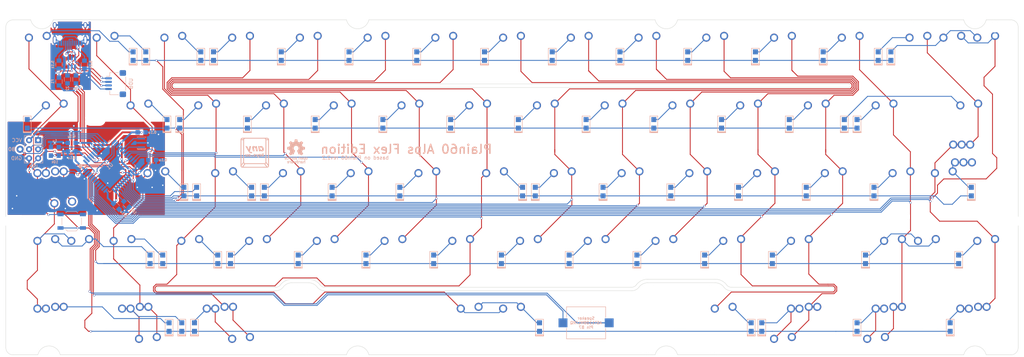
<source format=kicad_pcb>
(kicad_pcb (version 20211014) (generator pcbnew)
  (layers (0 "F.Cu" signal) (31 "B.Cu" signal) (34 "B.Paste" user) (35 "F.Paste" user) (36 "B.SilkS" user "B.Silkscreen") (37 "F.SilkS" user "F.Silkscreen") (38 "B.Mask" user) (39 "F.Mask" user) (44 "Edge.Cuts" user))
  (net 0 "")
  (net 1 "row0")
  (net 2 "Net-(D1-Pad2)")
  (net 3 "Net-(D2-Pad2)")
  (net 4 "Net-(D3-Pad2)")
  (net 5 "Net-(D4-Pad2)")
  (net 6 "Net-(D5-Pad2)")
  (net 7 "Net-(D6-Pad2)")
  (net 8 "Net-(D7-Pad2)")
  (net 9 "Net-(D8-Pad2)")
  (net 10 "Net-(D9-Pad2)")
  (net 11 "Net-(D10-Pad2)")
  (net 12 "Net-(D11-Pad2)")
  (net 13 "Net-(D12-Pad2)")
  (net 14 "Net-(D13-Pad2)")
  (net 15 "Net-(D14-Pad2)")
  (net 16 "Net-(D15-Pad2)")
  (net 17 "Net-(D16-Pad2)")
  (net 18 "row1")
  (net 19 "Net-(D17-Pad2)")
  (net 20 "Net-(D18-Pad2)")
  (net 21 "Net-(D19-Pad2)")
  (net 22 "Net-(D20-Pad2)")
  (net 23 "Net-(D21-Pad2)")
  (net 24 "Net-(D22-Pad2)")
  (net 25 "Net-(D23-Pad2)")
  (net 26 "Net-(D24-Pad2)")
  (net 27 "Net-(D25-Pad2)")
  (net 28 "Net-(D26-Pad2)")
  (net 29 "Net-(D27-Pad2)")
  (net 30 "Net-(D28-Pad2)")
  (net 31 "Net-(D29-Pad2)")
  (net 32 "row2")
  (net 33 "Net-(D31-Pad2)")
  (net 34 "Net-(D32-Pad2)")
  (net 35 "Net-(D33-Pad2)")
  (net 36 "Net-(D34-Pad2)")
  (net 37 "Net-(D35-Pad2)")
  (net 38 "Net-(D36-Pad2)")
  (net 39 "Net-(D37-Pad2)")
  (net 40 "Net-(D38-Pad2)")
  (net 41 "Net-(D39-Pad2)")
  (net 42 "Net-(D40-Pad2)")
  (net 43 "Net-(D41-Pad2)")
  (net 44 "Net-(D42-Pad2)")
  (net 45 "Net-(D43-Pad2)")
  (net 46 "Net-(D44-Pad2)")
  (net 47 "row3")
  (net 48 "Net-(D46-Pad2)")
  (net 49 "Net-(D47-Pad2)")
  (net 50 "Net-(D48-Pad2)")
  (net 51 "Net-(D49-Pad2)")
  (net 52 "Net-(D50-Pad2)")
  (net 53 "Net-(D51-Pad2)")
  (net 54 "Net-(D52-Pad2)")
  (net 55 "Net-(D53-Pad2)")
  (net 56 "Net-(D54-Pad2)")
  (net 57 "Net-(D55-Pad2)")
  (net 58 "Net-(D56-Pad2)")
  (net 59 "Net-(D57-Pad2)")
  (net 60 "Net-(D58-Pad2)")
  (net 61 "Net-(D59-Pad2)")
  (net 62 "Net-(D61-Pad2)")
  (net 63 "row4")
  (net 64 "Net-(D62-Pad2)")
  (net 65 "Net-(D63-Pad2)")
  (net 66 "Net-(D67-Pad2)")
  (net 67 "Net-(D71-Pad2)")
  (net 68 "Net-(D72-Pad2)")
  (net 69 "Net-(D73-Pad2)")
  (net 70 "Net-(D74-Pad2)")
  (net 71 "col0")
  (net 72 "col1")
  (net 73 "col2")
  (net 74 "col3")
  (net 75 "col4")
  (net 76 "col5")
  (net 77 "col6")
  (net 78 "col7")
  (net 79 "col8")
  (net 80 "col9")
  (net 81 "col10")
  (net 82 "col11")
  (net 83 "col12")
  (net 84 "col13")
  (net 85 "col14")
  (net 86 "Net-(C1-Pad1)")
  (net 87 "GND")
  (net 88 "VCC")
  (net 89 "VBUS")
  (net 90 "Net-(H1-Pad1)")
  (net 92 "Net-(J1-Pad4)")
  (net 93 "D-")
  (net 94 "D+")
  (net 96 "Net-(J1-Pad10)")
  (net 97 "MISO")
  (net 98 "SCK")
  (net 99 "MOSI")
  (net 100 "RST")
  (net 101 "Net-(LS1-Pad1)")
  (net 102 "Net-(R1-Pad1)")
  (net 103 "Net-(R1-Pad2)")
  (net 104 "Net-(R2-Pad1)")
  (net 105 "Net-(R2-Pad2)")
  (net 106 "Net-(R6-Pad2)")
  (net 107 "Net-(U1-Pad16)")
  (net 108 "Net-(U1-Pad17)")
  (footprint "Keeb_switches_Alps:ALPS_PLATE_100H" (layer "F.Cu") (at 9.525 9.525)
    (fp_text reference "K1" hide)
    (fp_text value "KEYSW" hide)
  )
  (footprint "Keeb_switches_Alps:ALPS_PLATE_100H" (layer "F.Cu") (at 28.575 9.525)
    (fp_text reference "K2" hide)
    (fp_text value "KEYSW" hide)
  )
  (footprint "Keeb_switches_Alps:ALPS_PLATE_100H" (layer "F.Cu") (at 47.625 9.525)
    (fp_text reference "K3" hide)
    (fp_text value "KEYSW" hide)
  )
  (footprint "Keeb_switches_Alps:ALPS_PLATE_100H" (layer "F.Cu") (at 66.675 9.525)
    (fp_text reference "K4" hide)
    (fp_text value "KEYSW" hide)
  )
  (footprint "Keeb_switches_Alps:ALPS_PLATE_100H" (layer "F.Cu") (at 85.725 9.525)
    (fp_text reference "K5" hide)
    (fp_text value "KEYSW" hide)
  )
  (footprint "Keeb_switches_Alps:ALPS_PLATE_100H" (layer "F.Cu") (at 104.775 9.525)
    (fp_text reference "K6" hide)
    (fp_text value "KEYSW" hide)
  )
  (footprint "Keeb_switches_Alps:ALPS_PLATE_100H" (layer "F.Cu") (at 123.825 9.525)
    (fp_text reference "K7" hide)
    (fp_text value "KEYSW" hide)
  )
  (footprint "Keeb_switches_Alps:ALPS_PLATE_100H" (layer "F.Cu") (at 142.875 9.525)
    (fp_text reference "K8" hide)
    (fp_text value "KEYSW" hide)
  )
  (footprint "Keeb_switches_Alps:ALPS_PLATE_100H" (layer "F.Cu") (at 161.925 9.525)
    (fp_text reference "K9" hide)
    (fp_text value "KEYSW" hide)
  )
  (footprint "Keeb_switches_Alps:ALPS_PLATE_100H" (layer "F.Cu") (at 180.975 9.525)
    (fp_text reference "K10" hide)
    (fp_text value "KEYSW" hide)
  )
  (footprint "Keeb_switches_Alps:ALPS_PLATE_100H" (layer "F.Cu") (at 200.025 9.525)
    (fp_text reference "K11" hide)
    (fp_text value "KEYSW" hide)
  )
  (footprint "Keeb_switches_Alps:ALPS_PLATE_100H" (layer "F.Cu") (at 219.075 9.525)
    (fp_text reference "K12" hide)
    (fp_text value "KEYSW" hide)
  )
  (footprint "Keeb_switches_Alps:ALPS_PLATE_100H" (layer "F.Cu") (at 238.125 9.525)
    (fp_text reference "K13" hide)
    (fp_text value "KEYSW" hide)
  )
  (footprint "Keeb_switches_Alps:ALPS_PLATE_100H" (layer "F.Cu") (at 257.175 9.525)
    (fp_text reference "K14" hide)
    (fp_text value "KEYSW" hide)
  )
  (footprint "Keeb_switches_Alps:ALPS_PLATE_150H" (layer "F.Cu") (at 14.2875 28.575)
    (fp_text reference "K16" hide)
    (fp_text value "KEYSW" hide)
  )
  (footprint "Keeb_switches_Alps:ALPS_PLATE_100H" (layer "F.Cu") (at 38.1 28.575)
    (fp_text reference "K17" hide)
    (fp_text value "KEYSW" hide)
  )
  (footprint "Keeb_switches_Alps:ALPS_PLATE_100H" (layer "F.Cu") (at 57.15 28.575)
    (fp_text reference "K18" hide)
    (fp_text value "KEYSW" hide)
  )
  (footprint "Keeb_switches_Alps:ALPS_PLATE_100H" (layer "F.Cu") (at 76.2 28.575)
    (fp_text reference "K19" hide)
    (fp_text value "KEYSW" hide)
  )
  (footprint "Keeb_switches_Alps:ALPS_PLATE_100H" (layer "F.Cu") (at 95.25 28.575)
    (fp_text reference "K20" hide)
    (fp_text value "KEYSW" hide)
  )
  (footprint "Keeb_switches_Alps:ALPS_PLATE_100H" (layer "F.Cu") (at 114.3 28.575)
    (fp_text reference "K21" hide)
    (fp_text value "KEYSW" hide)
  )
  (footprint "Keeb_switches_Alps:ALPS_PLATE_100H" (layer "F.Cu") (at 133.35 28.575)
    (fp_text reference "K22" hide)
    (fp_text value "KEYSW" hide)
  )
  (footprint "Keeb_switches_Alps:ALPS_PLATE_100H" (layer "F.Cu") (at 152.4 28.575)
    (fp_text reference "K23" hide)
    (fp_text value "KEYSW" hide)
  )
  (footprint "Keeb_switches_Alps:ALPS_PLATE_100H" (layer "F.Cu") (at 171.45 28.575)
    (fp_text reference "K24" hide)
    (fp_text value "KEYSW" hide)
  )
  (footprint "Keeb_switches_Alps:ALPS_PLATE_100H" (layer "F.Cu") (at 190.5 28.575)
    (fp_text reference "K25" hide)
    (fp_text value "KEYSW" hide)
  )
  (footprint "Keeb_switches_Alps:ALPS_PLATE_100H" (layer "F.Cu") (at 209.55 28.575)
    (fp_text reference "K26" hide)
    (fp_text value "KEYSW" hide)
  )
  (footprint "Keeb_switches_Alps:ALPS_PLATE_100H" (layer "F.Cu") (at 228.6 28.575)
    (fp_text reference "K27" hide)
    (fp_text value "KEYSW" hide)
  )
  (footprint "Keeb_switches_Alps:ALPS_PLATE_100H" (layer "F.Cu") (at 247.65 28.575)
    (fp_text reference "K28" hide)
    (fp_text value "KEYSW" hide)
  )
  (footprint "Keeb_switches_Alps:ALPS_PLATE_150H" (layer "F.Cu") (at 271.4625 28.575)
    (fp_text reference "K29" hide)
    (fp_text value "KEYSW" hide)
  )
  (footprint "Keeb_switches_Alps:ALPS_PLATE_175H" (layer "F.Cu") (at 16.66875 47.625 180)
    (fp_text reference "K31" hide)
    (fp_text value "KEYSW" hide)
  )
  (footprint "Keeb_switches_Alps:ALPS_PLATE_100H" (layer "F.Cu") (at 42.8625 47.625)
    (fp_text reference "K32" hide)
    (fp_text value "KEYSW" hide)
  )
  (footprint "Keeb_switches_Alps:ALPS_PLATE_100H" (layer "F.Cu") (at 61.9125 47.625)
    (fp_text reference "K33" hide)
    (fp_text value "KEYSW" hide)
  )
  (footprint "Keeb_switches_Alps:ALPS_PLATE_100H" (layer "F.Cu") (at 80.9625 47.625)
    (fp_text reference "K34" hide)
    (fp_text value "KEYSW" hide)
  )
  (footprint "Keeb_switches_Alps:ALPS_PLATE_100H" (layer "F.Cu") (at 100.0125 47.625)
    (fp_text reference "K35" hide)
    (fp_text value "KEYSW" hide)
  )
  (footprint "Keeb_switches_Alps:ALPS_PLATE_100H" (layer "F.Cu") (at 119.0625 47.625)
    (fp_text reference "K36" hide)
    (fp_text value "KEYSW" hide)
  )
  (footprint "Keeb_switches_Alps:ALPS_PLATE_100H" (layer "F.Cu") (at 138.1125 47.625)
    (fp_text reference "K37" hide)
    (fp_text value "KEYSW" hide)
  )
  (footprint "Keeb_switches_Alps:ALPS_PLATE_100H" (layer "F.Cu") (at 157.1625 47.625)
    (fp_text reference "K38" hide)
    (fp_text value "KEYSW" hide)
  )
  (footprint "Keeb_switches_Alps:ALPS_PLATE_100H" (layer "F.Cu") (at 176.2125 47.625)
    (fp_text reference "K39" hide)
    (fp_text value "KEYSW" hide)
  )
  (footprint "Keeb_switches_Alps:ALPS_PLATE_100H" (layer "F.Cu") (at 195.2625 47.625)
    (fp_text reference "K40" hide)
    (fp_text value "KEYSW" hide)
  )
  (footprint "Keeb_switches_Alps:ALPS_PLATE_100H" (layer "F.Cu") (at 214.3125 47.625)
    (fp_text reference "K41" hide)
    (fp_text value "KEYSW" hide)
  )
  (footprint "Keeb_switches_Alps:ALPS_PLATE_100H" (layer "F.Cu") (at 233.3625 47.625)
    (fp_text reference "K42" hide)
    (fp_text value "KEYSW" hide)
  )
  (footprint "Keeb_switches_Alps:ALPS_PLATE_100H" (layer "F.Cu") (at 252.4125 47.625)
    (fp_text reference "K43" hide)
    (fp_text value "KEYSW" hide)
  )
  (footprint "Keeb_switches_Alps:ALPS_PCB_225H" (layer "F.Cu") (at 264.31875 47.625)
    (fp_text reference "K44" hide)
    (fp_text value "KEYSW" hide)
  )
  (footprint "Keeb_switches_Alps:ALPS_PCB_225H" (layer "F.Cu") (at 21.43125 66.675)
    (fp_text reference "K46" hide)
    (fp_text value "KEYSW" hide)
  )
  (footprint "Keeb_switches_Alps:ALPS_PLATE_100H" (layer "F.Cu") (at 33.3375 66.675)
    (fp_text reference "K47" hide)
    (fp_text value "KEYSW" hide)
  )
  (footprint "Keeb_switches_Alps:ALPS_PLATE_100H" (layer "F.Cu") (at 52.3875 66.675)
    (fp_text reference "K48" hide)
    (fp_text value "KEYSW" hide)
  )
  (footprint "Keeb_switches_Alps:ALPS_PLATE_100H" (layer "F.Cu") (at 71.4375 66.675)
    (fp_text reference "K49" hide)
    (fp_text value "KEYSW" hide)
  )
  (footprint "Keeb_switches_Alps:ALPS_PLATE_100H" (layer "F.Cu") (at 90.4875 66.675)
    (fp_text reference "K50" hide)
    (fp_text value "KEYSW" hide)
  )
  (footprint "Keeb_switches_Alps:ALPS_PLATE_100H" (layer "F.Cu") (at 109.5375 66.675)
    (fp_text reference "K51" hide)
    (fp_text value "KEYSW" hide)
  )
  (footprint "Keeb_switches_Alps:ALPS_PLATE_100H" (layer "F.Cu") (at 128.5875 66.675)
    (fp_text reference "K52" hide)
    (fp_text value "KEYSW" hide)
  )
  (footprint "Keeb_switches_Alps:ALPS_PLATE_100H" (layer "F.Cu") (at 147.6375 66.675)
    (fp_text reference "K53" hide)
    (fp_text value "KEYSW" hide)
  )
  (footprint "Keeb_switches_Alps:ALPS_PLATE_100H" (layer "F.Cu") (at 166.6875 66.675)
    (fp_text reference "K54" hide)
    (fp_text value "KEYSW" hide)
  )
  (footprint "Keeb_switches_Alps:ALPS_PLATE_100H" (layer "F.Cu") (at 185.7375 66.675)
    (fp_text reference "K55" hide)
    (fp_text value "KEYSW" hide)
  )
  (footprint "Keeb_switches_Alps:ALPS_PLATE_100H" (layer "F.Cu") (at 204.7875 66.675)
    (fp_text reference "K56" hide)
    (fp_text value "KEYSW" hide)
  )
  (footprint "Keeb_switches_Alps:ALPS_PLATE_100H" (layer "F.Cu") (at 223.8375 66.675)
    (fp_text reference "K57" hide)
    (fp_text value "KEYSW" hide)
  )
  (footprint "Keeb_switches_Alps:ALPS_PLATE_100H" (layer "F.Cu") (at 276.225 66.675)
    (fp_text reference "K59" hide)
    (fp_text value "KEYSW" hide)
  )
  (footprint "Keeb_switches_Alps:ALPS_PLATE_125H" (layer "F.Cu") (at 11.90625 85.725)
    (fp_text reference "K61" hide)
    (fp_text value "KEYSW" hide)
  )
  (footprint "Keeb_switches_Alps:ALPS_PLATE_125H" (layer "F.Cu") (at 35.71875 85.725)
    (fp_text reference "K62" hide)
    (fp_text value "KEYSW" hide)
  )
  (footprint "Keeb_switches_Alps:ALPS_PCB_625H_F" (layer "F.Cu") (at 130.96875 85.725)
    (fp_text reference "K67" hide)
    (fp_text value "KEYSW" hide)
  )
  (footprint "Keeb_switches_Alps:ALPS_PLATE_125H" (layer "F.Cu") (at 202.40625 85.725)
    (fp_text reference "K71" hide)
    (fp_text value "KEYSW" hide)
  )
  (footprint "Keeb_switches_Alps:ALPS_PLATE_125H" (layer "F.Cu") (at 226.21875 85.725)
    (fp_text reference "K72" hide)
    (fp_text value "KEYSW" hide)
  )
  (footprint "Keeb_switches_Alps:ALPS_PLATE_125H" (layer "F.Cu") (at 250.03125 85.725)
    (fp_text reference "K73" hide)
    (fp_text value "KEYSW" hide)
  )
  (footprint "Keeb_switches_Alps:ALPS_PLATE_125H" (layer "F.Cu") (at 273.84375 85.725072)
    (fp_text reference "K74" hide)
    (fp_text value "KEYSW" hide)
  )
  (footprint "Keeb_switches_Alps:ALPS_PLATE_100H" (layer "F.Cu") (at 276.225 9.525)
    (fp_text reference "K15-1" hide)
    (fp_text value "KEYSW" hide)
  )
  (footprint "Keeb_switches_Alps:ALPS_PLATE_125H" (layer "F.Cu") (at 11.90625 47.625)
    (fp_text reference "K31-1" hide)
    (fp_text value "KEYSW" hide)
  )
  (footprint "Keeb_switches_Alps:ALPS_PLATE_125H" (layer "F.Cu") (at 11.90625 66.675)
    (fp_text reference "K46-1" hide)
    (fp_text value "KEYSW" hide)
  )
  (footprint "Keeb_switches_Alps:ALPS_PLATE_175H" (layer "F.Cu") (at 250.03146 66.675056)
    (fp_text reference "K58-1" hide)
    (fp_text value "KEYSW" hide)
  )
  (footprint "Keeb_switches_Alps:ALPS_PLATE_150H" (layer "F.Cu") (at 14.2875 85.725)
    (fp_text reference "K61-1" hide)
    (fp_text value "KEYSW" hide)
  )
  (footprint "Keeb_switches_Alps:ALPS_PLATE_100H" (layer "F.Cu") (at 38.1 85.725)
    (fp_text reference "K62-1" hide)
    (fp_text value "KEYSW" hide)
  )
  (footprint "Keeb_switches_Alps:ALPS_PCB_700H_F" (layer "F.Cu") (at 142.875 85.725)
    (fp_text reference "K67-1" hide)
    (fp_text value "KEYSW" hide)
  )
  (footprint "Keeb_switches_Alps:ALPS_PLATE_150H" (layer "F.Cu") (at 223.8375 85.725)
    (fp_text reference "K72-1" hide)
    (fp_text value "KEYSW" hide)
  )
  (footprint "Keeb_switches_Alps:ALPS_PLATE_100H" (layer "F.Cu") (at 247.65 85.725)
    (fp_text reference "K73-1" hide)
    (fp_text value "KEYSW" hide)
  )
  (footprint "Keeb_switches_Alps:ALPS_PLATE_150H" (layer "F.Cu") (at 271.462728 85.725072)
    (fp_text reference "K74-1" hide)
    (fp_text value "KEYSW" hide)
  )
  (footprint "Keeb_switches_Alps:ALPS_PCB_275H" (layer "F.Cu") (at 259.55625 66.675)
    (fp_text reference "K58" hide)
    (fp_text value "KEYSW" hide)
  )
  (footprint "Keeb_switches_Alps:ALPS_PLATE_150H" (layer "F.Cu") (at 66.675 85.725072 180)
    (fp_text reference "K63-2" hide)
    (fp_text value "KEYSW" hide)
  )
  (footprint "Keeb_switches_Alps:ALPS_PLATE_150H" (layer "F.Cu") (at 219.075 85.725 180)
    (fp_text reference "K72-2" hide)
    (fp_text value "KEYSW" hide)
  )
  (footprint "Keeb_switches_Alps:ALPS_PLATE_125H" (layer "F.Cu") (at 245.26875 85.725 180)
    (fp_text reference "K73-2" hide)
    (fp_text value "KEYSW" hide)
  )
  (footprint "Keeb_switches_Alps:ALPS_PLATE_200H" (layer "F.Cu") (at 271.4625 38.1 90)
    (fp_text reference "K44-2" hide)
    (fp_text value "KEYSW" hide)
  )
  (footprint "Keeb_switches_Alps:ALPS_PLATE_200H" (layer "F.Cu") (at 276.225 38.1 90)
    (fp_text reference "K44-3" hide)
    (fp_text value "KEYSW" hide)
  )
  (footprint "Keeb_switches_Alps:ALPS_PLATE_150H" (layer "F.Cu") (at 14.2875 47.625)
    (fp_text reference "K31-2" hide)
    (fp_text value "KEYSW" hide)
  )
  (footprint "Keeb_switches_Alps:ALPS_PLATE_125H" (layer "F.Cu") (at 40.48125 85.725 180)
    (fp_text reference "K62-2" hide)
    (fp_text value "KEYSW" hide)
  )
  (footprint "Keeb_switches_Alps:ALPS_PCB_200H_F" (layer "F.Cu") (at 273.84375 38.1 90)
    (fp_text reference "K44-1" hide)
    (fp_text value "KEYSW" hide)
  )
  (footprint "Keeb_switches_Alps:ALPS_PLATE_125H" (layer "F.Cu") (at 59.53125 85.725)
    (fp_text reference "K63" hide)
    (fp_text value "KEYSW" hide)
  )
  (footprint "Keeb_switches_Alps:ALPS_PLATE_150H" (layer "F.Cu") (at 61.912552 85.725072)
    (fp_text reference "K63-1" hide)
    (fp_text value "KEYSW" hide)
  )
  (footprint "Keeb_switches_Alps:ALPS_PCB_200H" (layer "F.Cu") (at 266.7 9.525)
    (fp_text reference "K15" hide)
    (fp_text value "KEYSW" hide)
  )
  (footprint "footprints:10x5_7x2.5mm" (layer "F.Cu") (at 283.368988 57.125)
    (fp_text reference "S5" hide)
    (fp_text value "Screw")
  )
  (footprint "footprints:5.5_5x2.5mm" (layer "F.Cu") (at 260.425 28.22705)
    (fp_text reference "S2" hide)
    (fp_text value "Screw")
  )
  (footprint "footprints:5.5_5x2.5mm" (layer "F.Cu") (at 142.875 37.75)
    (fp_text reference "S7" hide)
    (fp_text value "Tofu screw")
  )
  (footprint "footprints:5.5_5x2.5mm" (layer "F.Cu") (at 25.6 28.575024)
    (fp_text reference "S1" hide)
    (fp_text value "Screw")
  )
  (footprint "footprints:5.5_5x2.5mm" (layer "F.Cu") (at 260.43 85.725072)
    (fp_text reference "S9" hide)
    (fp_text value "Tofu screw")
  )
  (footprint "footprints:5.5_5x2.5mm" (layer "F.Cu") (at 26.625 85.725072)
    (fp_text reference "S8" hide)
    (fp_text value "Tofu screw")
  )
  (footprint "footprints:5.5_5x2.5mm" (layer "F.Cu") (at 128.587608 47.42504)
    (fp_text reference "S3" hide)
    (fp_text value "Screw")
  )
  (footprint "footprints:5.5_5x2.5mm" (layer "F.Cu") (at 190.50016 85.525)
    (fp_text reference "S6" hide)
    (fp_text value "Screw")
  )
  (footprint "footprints:10x5_7x2.5mm" (layer "F.Cu") (at 2.381252 57.125)
    (fp_text reference "S4" hide)
    (fp_text value "Screw")
  )
  (footprint "Keeb_components:D_0805" (layer "B.Cu") (at 239.911139 86.915698 90)
    (fp_text reference "D73")
    (fp_text value "D" hide)
  )
  (footprint "Keeb_components:D_0805" (layer "B.Cu") (at 213.122054 86.915698 90)
    (fp_text reference "D72")
    (fp_text value "D" hide)
  )
  (footprint "Keeb_components:D_0805" (layer "B.Cu") (at 150.614189 86.915698 90)
    (fp_text reference "D67")
    (fp_text value "D" hide)
  )
  (footprint "Keeb_components:D_0805" (layer "B.Cu") (at 268.486163 67.865682 90)
    (fp_text reference "D59")
    (fp_text value "D" hide)
  )
  (footprint "Keeb_components:D_0805" (layer "B.Cu") (at 242.292391 67.865682 90)
    (fp_text reference "D58")
    (fp_text value "D" hide)
  )
  (footprint "Keeb_components:D_0805" (layer "B.Cu") (at 216.098619 67.865682 90)
    (fp_text reference "D57")
    (fp_text value "D" hide)
  )
  (footprint "Keeb_components:D_0805" (layer "B.Cu") (at 197.048603 67.865682 90)
    (fp_text reference "D56")
    (fp_text value "D" hide)
  )
  (footprint "Keeb_components:D_0805" (layer "B.Cu") (at 139.898555 67.865682 90)
    (fp_text reference "D53")
    (fp_text value "D" hide)
  )
  (footprint "Keeb_components:D_0805" (layer "B.Cu") (at 101.798523 67.865682 90)
    (fp_text reference "D51")
    (fp_text value "D" hide)
  )
  (footprint "Keeb_components:D_0805" (layer "B.Cu") (at 82.748507 67.865682 90)
    (fp_text reference "D50")
    (fp_text value "D" hide)
  )
  (footprint "Keeb_components:D_0805" (layer "B.Cu") (at 220.861123 29.76565 90)
    (fp_text reference "D27")
    (fp_text value "D" hide)
  )
  (footprint "Keeb_components:D_0805" (layer "B.Cu") (at 225.623627 48.815666 90)
    (fp_text reference "D42")
    (fp_text value "D" hide)
  )
  (footprint "Keeb_components:D_0805" (layer "B.Cu") (at 49.410979 29.76565 90)
    (fp_text reference "D18")
    (fp_text value "D" hide)
  )
  (footprint "Keeb_components:D_0805" (layer "B.Cu") (at 182.761091 29.76565 90)
    (fp_text reference "D25")
    (fp_text value "D" hide)
  )
  (footprint "Keeb_components:D_0805" (layer "B.Cu") (at 206.573611 48.815666 90)
    (fp_text reference "D41")
    (fp_text value "D" hide)
  )
  (footprint "Keeb_components:D_0805" (layer "B.Cu") (at 111.323531 48.815666 90)
    (fp_text reference "D36")
    (fp_text value "D" hide)
  )
  (footprint "Keeb_components:D_0805" (layer "B.Cu") (at 54.173483 48.815666 90)
    (fp_text reference "D31")
    (fp_text value "D" hide)
  )
  (footprint "Keeb_components:D_0805" (layer "B.Cu") (at 187.523595 48.815666 90)
    (fp_text reference "D40")
    (fp_text value "D" hide)
  )
  (footprint "Keeb_components:D_0805" (layer "B.Cu") (at 145.851685 48.815666 90)
    (fp_text reference "D37")
    (fp_text value "D" hide)
  )
  (footprint "Keeb_components:D_0805" (layer "B.Cu") (at 50.601605 48.815666 90)
    (fp_text reference "D32")
    (fp_text value "D" hide)
  )
  (footprint "Keeb_components:D_0805" (layer "B.Cu") (at 73.223499 48.815666 90)
    (fp_text reference "D34")
    (fp_text value "D" hide)
  )
  (footprint "Keeb_components:D_0805" (layer "B.Cu") (at 106.561027 29.76565 90)
    (fp_text reference "D21")
    (fp_text value "D" hide)
  )
  (footprint "Keeb_components:D_0805" (layer "B.Cu") (at 201.811107 29.76565 90)
    (fp_text reference "D26")
    (fp_text value "D" hide)
  )
  (footprint "Keeb_components:D_0805" (layer "B.Cu") (at 125.611043 29.76565 90)
    (fp_text reference "D22")
    (fp_text value "D" hide)
  )
  (footprint "Keeb_components:D_0805" (layer "B.Cu") (at 163.711075 29.76565 90)
    (fp_text reference "D24")
    (fp_text value "D" hide)
  )
  (footprint "Keeb_components:D_0805" (layer "B.Cu") (at 244.673643 48.815666 90)
    (fp_text reference "D43")
    (fp_text value "D" hide)
  )
  (footprint "Keeb_components:D_0805" (layer "B.Cu") (at 149.423563 48.815666 90)
    (fp_text reference "D38")
    (fp_text value "D" hide)
  )
  (footprint "Keeb_components:D_0805" (layer "B.Cu") (at 92.273515 48.815666 90)
    (fp_text reference "D35")
    (fp_text value "D" hide)
  )
  (footprint "Keeb_components:D_0805" (layer "B.Cu") (at 60.126613 67.865682 90)
    (fp_text reference "D48")
    (fp_text value "D" hide)
  )
  (footprint "Keeb_components:D_0805" (layer "B.Cu") (at 158.948571 67.865682 90)
    (fp_text reference "D54")
    (fp_text value "D" hide)
  )
  (footprint "Keeb_components:D_0805" (layer "B.Cu") (at 272.058041 48.815666 90)
    (fp_text reference "D44")
    (fp_text value "D" hide)
  )
  (footprint "Keeb_components:D_0805" (layer "B.Cu") (at 50.006292 86.915698 90)
    (fp_text reference "D62")
    (fp_text value "D" hide)
  )
  (footprint "Keeb_components:D_0805" (layer "B.Cu") (at 168.473579 48.815666 90)
    (fp_text reference "D39")
    (fp_text value "D" hide)
  )
  (footprint "Keeb_components:D_0805" (layer "B.Cu") (at 87.511011 29.76565 90)
    (fp_text reference "D20")
    (fp_text value "D" hide)
  )
  (footprint "Keeb_components:D_0805" (layer "B.Cu") (at 239.911139 29.76565 90)
    (fp_text reference "D28")
    (fp_text value "D" hide)
  )
  (footprint "Keeb_components:D_0805" (layer "B.Cu") (at 69.651621 48.815666 90)
    (fp_text reference "D33")
    (fp_text value "D" hide)
  )
  (footprint "Keeb_components:D_0805" (layer "B.Cu") (at 144.661059 29.76565 90)
    (fp_text reference "D23")
    (fp_text value "D" hide)
  )
  (footprint "Keeb_components:D_0805" (layer "B.Cu") (at 177.998587 67.865682 90)
    (fp_text reference "D55")
    (fp_text value "D" hide)
  )
  (footprint "Keeb_components:D_0805" (layer "B.Cu") (at 120.848539 67.865682 90)
    (fp_text reference "D52")
    (fp_text value "D" hide)
  )
  (footprint "Keeb_components:D_0805" (layer "B.Cu") (at 68.460995 29.76565 90)
    (fp_text reference "D19")
    (fp_text value "D" hide)
  )
  (footprint "Keeb_components:D_0805" (layer "B.Cu") (at 173.236083 10.715634 90)
    (fp_text reference "D10")
    (fp_text value "D" hide)
  )
  (footprint "Keeb_components:D_0805" (layer "B.Cu") (at 245.864269 10.715634 90)
    (fp_text reference "D14")
    (fp_text value "D" hide)
  )
  (footprint "Keeb_components:D_0805" (layer "B.Cu") (at 154.186067 10.715634 90)
    (fp_text reference "D9")
    (fp_text value "D" hide)
  )
  (footprint "Keeb_components:D_0805" (layer "B.Cu") (at 230.386131 10.715634 90)
    (fp_text reference "D13")
    (fp_text value "D" hide)
  )
  (footprint "Keeb_components:D_0805" (layer "B.Cu") (at 192.286099 10.715634 90)
    (fp_text reference "D11")
    (fp_text value "D" hide)
  )
  (footprint "Keeb_components:D_0805" (layer "B.Cu") (at 249.436147 10.715634 90)
    (fp_text reference "D15")
    (fp_text value "D" hide)
  )
  (footprint "Keeb_components:D_0805" (layer "B.Cu") (at 45.839101 29.76565 90)
    (fp_text reference "D17")
    (fp_text value "D" hide)
  )
  (footprint "Keeb_components:D_0805" (layer "B.Cu") (at 6.548443 29.76565 90)
    (fp_text reference "D16")
    (fp_text value "D" hide)
  )
  (footprint "Keeb_components:D_0805" (layer "B.Cu") (at 211.336115 10.715634 90)
    (fp_text reference "D12")
    (fp_text value "D" hide)
  )
  (footprint "Keeb_components:D_0805" (layer "B.Cu") (at 116.086035 10.715634 90)
    (fp_text reference "D7")
    (fp_text value "D" hide)
  )
  (footprint "Keeb_components:D_0805" (layer "B.Cu") (at 55.364109 10.715634 90)
    (fp_text reference "D3")
    (fp_text value "D" hide)
  )
  (footprint "Keeb_components:D_0805" (layer "B.Cu") (at 77.986003 10.715634 90)
    (fp_text reference "D5")
    (fp_text value "D" hide)
  )
  (footprint "Keeb_components:D_0805" (layer "B.Cu") (at 135.136051 10.715634 90)
    (fp_text reference "D8")
    (fp_text value "D" hide)
  )
  (footprint "Keeb_components:D_0805" (layer "B.Cu") (at 97.036019 10.715634 90)
    (fp_text reference "D6")
    (fp_text value "D" hide)
  )
  (footprint "Keeb_components:D_0805" (layer "B.Cu") (at 58.935987 10.715634 90)
    (fp_text reference "D4")
    (fp_text value "D" hide)
  )
  (footprint "Keeb_components:D_0805" (layer "B.Cu") (at 266.104911 86.915698 90)
    (fp_text reference "D74")
    (fp_text value "D" hide)
  )
  (footprint "Keeb_components:D_0805" (layer "B.Cu") (at 63.698491 67.865682 90)
    (fp_text reference "D49")
    (fp_text value "D" hide)
  )
  (footprint "Keeb_components:D_0805" (layer "B.Cu") (at 41.076597 67.865682 90)
    (fp_text reference "D46")
    (fp_text value "D" hide)
  )
  (footprint "Keeb_components:D_0805" (layer "B.Cu") (at 236.339261 29.76565 90)
    (fp_text reference "D29")
    (fp_text value "D" hide)
  )
  (footprint "Keeb_components:D_0805" (layer "B.Cu") (at 36.314093 10.715634 90)
    (fp_text reference "D1")
    (fp_text value "D" hide)
  )
  (footprint "Keeb_components:D_0805" (layer "B.Cu") (at 44.648475 67.865682 90)
    (fp_text reference "D47")
    (fp_text value "D" hide)
  )
  (footprint "Keeb_components:D_0805" (layer "B.Cu") (at 39.885971 10.715634 90)
    (fp_text reference "D2")
    (fp_text value "D" hide)
  )
  (footprint "Keeb_components:D_0805" (layer "B.Cu") (at 46.434414 86.915698 90)
    (fp_text reference "D61")
    (fp_text value "D" hide)
  )
  (footprint "Keeb_components:D_0805" (layer "B.Cu") (at 53.57817 86.915698 90)
    (fp_text reference "D63")
    (fp_text value "D" hide)
  )
  (footprint "Keeb_components:D_0805" (layer "B.Cu") (at 210.145489 86.915698 90)
    (fp_text reference "D71")
    (fp_text value "D" hide)
  )
  (footprint "Keeb_components:C_0805" (layer "B.Cu") (at 41.67191 39.885971 180)
    (fp_text reference "C2")
    (fp_text value "0.1u")
  )
  (footprint "Keeb_components:C_0805" (layer "B.Cu") (at 38.695345 32.146902 180)
    (fp_text reference "C4")
    (fp_text value "0.1u")
  )
  (footprint "Keeb_components:C_0805" (layer "B.Cu") (at 19.050016 35.123467)
    (fp_text reference "C6")
    (fp_text value "4.7u")
  )
  (footprint "Keeb_components:isp_standard" (layer "B.Cu") (at 8.334382 36.909406 180)
    (fp_text reference "J2" hide)
    (fp_text value "ISP")
  )
  (footprint "Keeb_components:R_0805" (layer "B.Cu") (at 15.478138 17.85939 90)
    (fp_text reference "F1")
    (fp_text value "Polyfuse" hide)
  )
  (footprint "Keeb_components:C_0805" (layer "B.Cu") (at 31.551589 52.982857 135)
    (fp_text reference "C3")
    (fp_text value "0.1u")
  )
  (footprint "Keeb_components:R_0805" (layer "B.Cu") (at 34.489688 52.349078 135)
    (fp_text reference "R6" hide)
    (fp_text value "10k")
  )
  (footprint "Keeb_components:R_0805" (layer "B.Cu") (at 15.478138 13.096886 90)
    (fp_text reference "R3" hide)
    (fp_text value "5.1k")
  )
  (footprint "Keeb_components:C_0805" (layer "B.Cu") (at 19.050016 37.504719)
    (fp_text reference "C5")
    (fp_text value "0.1u")
  )
  (footprint "Keeb_components:C_0805" (layer "B.Cu") (at 14.287512 36.314093 180)
    (fp_text reference "C1")
    (fp_text value "1u")
  )
  (footprint "Keeb_components:JST_SH_SM04B-SRSS-TB_1x04-1MP_P1.00mm_Horizontal" (layer "B.Cu") (at 31.551589 18.454703 -90)
    (fp_text reference "J3" hide)
    (fp_text value "ai03_ud" hide)
  )
  (footprint "Keeb_components:HRO-TYPE-C-31-M-12" (layer "B.Cu") (at 18.568 -0.62 180)
    (fp_text reference "J1")
    (fp_text value "HRO-TYPE-C-31-M-12")
  )
  (footprint "Keeb_components:R_0805" (layer "B.Cu") (at 20.240642 17.264077 -90)
    (fp_text reference "R2" hide)
    (fp_text value "22")
  )
  (footprint "Button_Switch_SMD:SW_SPST_TL3342" (layer "B.Cu") (at 19.050016 57.150048)
    (fp_text reference "SW1" hide)
    (fp_text value "SW_PUSH" hide)
  )
  (footprint "footprints:oshw" (layer "B.Cu") (at 82.153194 37.504719 180)
    (fp_text reference "G***" hide)
    (fp_text value "LOGO" hide)
  )
  (footprint "Keeb_components:speaker_AST1109MLTRQ" (layer "B.Cu") (at 163.711075 85.725072)
    (fp_text reference "LS1" hide)
    (fp_text value "Speaker")
  )
  (footprint "Keeb_components:Resonator_SMD_muRata_CSTNExxV-3Pin-p1.2" (layer "B.Cu") (at 38.695345 35.123467 90)
    (fp_text reference "X1" hide)
    (fp_text value "XTAL_GND")
  )
  (footprint "Keeb_components:R_0805" (layer "B.Cu") (at 14.287512 38.695345 180)
    (fp_text reference "R5" hide)
    (fp_text value "10k")
  )
  (footprint "Keeb_components:R_0805" (layer "B.Cu") (at 22.621894 13.096886 -90)
    (fp_text reference "R4" hide)
    (fp_text value "5.1k")
  )
  (footprint "Keeb_components:logo_new" (layer "B.Cu") (at 70.533862 37.885968 180)
    (fp_text reference "G***" hide)
    (fp_text value "LOGO" hide)
  )
  (footprint "footprints:free_pin" (layer "B.Cu") (at 4.524382 36.909406)
    (fp_text reference "H1" hide)
    (fp_text value "B0")
  )
  (footprint "Keeb_components:ATMEGA32U4" (layer "B.Cu") (at 29.76565 41.67191 45)
    (fp_text reference "U1")
    (fp_text value "ATmega32U4")
  )
  (footprint "Keeb_components:R_0805" (layer "B.Cu") (at 17.85939 17.264077 90)
    (fp_text reference "R1" hide)
    (fp_text value "22")
  )
  (footprint "Keeb_components:USBLC6-2SC6" (layer "B.Cu") (at 19.050016 12.501573 90)
    (fp_text reference "U2" hide)
    (fp_text value "USBLC6-2SC6")
  )
  (gr_arc (start 85.693446 73.470064) (mid 87.493208 73.89783) (end 88.908032 75.089636) (layer "Edge.Cuts") (width 0.1))
  (gr_line (start 232.862718 75.7) (end 204.479287 75.70006) (layer "Edge.Cuts") (width 0.1))
  (gr_arc (start 2.525007 94.725007) (mid 1.110794 94.139221) (end 0.525008 92.725008) (layer "Edge.Cuts") (width 0.1))
  (gr_arc (start 204.479287 76.700066) (mid 203.353655 76.432319) (end 202.469132 75.686428) (layer "Edge.Cuts") (width 0.1))
  (gr_arc (start 96.325006 94.725008) (mid 99.475007 92.225007) (end 102.625008 94.725008) (layer "Edge.Cuts") (width 0.1))
  (gr_line (start 96.325006 94.725008) (end 15.825008 94.725008) (layer "Edge.Cuts") (width 0.1))
  (gr_arc (start 90.115786 75.700068) (mid 89.439159 75.53879) (end 88.908032 75.089636) (layer "Edge.Cuts") (width 0.1))
  (gr_arc (start 204.479287 75.700059) (mid 203.803911 75.539412) (end 203.273198 75.091881) (layer "Edge.Cuts") (width 0.1))
  (gr_arc (start 78.518759 75.686428) (mid 79.580188 74.79136) (end 80.930946 74.470063) (layer "Edge.Cuts") (width 0.1))
  (gr_arc (start 48.126422 19.550136) (mid 47.626422 19.050136) (end 48.126422 18.550136) (layer "Edge.Cuts") (width 0.1))
  (gr_arc (start 178.594765 75.686429) (mid 177.710242 76.432317) (end 176.584612 76.700064) (layer "Edge.Cuts") (width 0.1))
  (gr_line (start 276.225231 0.525009) (end 283.225008 0.52501) (layer "Edge.Cuts") (width 0.1))
  (gr_line (start 13.825008 0.525008) (end 96.325008 0.525008) (layer "Edge.Cuts") (width 0.1))
  (gr_line (start 181.006946 74.470069) (end 200.056946 74.470064) (layer "Edge.Cuts") (width 0.1))
  (gr_line (start 90.115786 76.700064) (end 176.584612 76.700064) (layer "Edge.Cuts") (width 0.1))
  (gr_arc (start 283.225008 0.525007) (mid 284.639222 1.110793) (end 285.225008 2.525007) (layer "Edge.Cuts") (width 0.1))
  (gr_line (start 176.584611 75.700064) (end 90.115786 75.700069) (layer "Edge.Cuts") (width 0.1))
  (gr_line (start 80.930946 73.470063) (end 85.693446 73.470064) (layer "Edge.Cuts") (width 0.1))
  (gr_arc (start 189.425008 0.52501) (mid 186.275007 3.025009) (end 183.125008 0.525008) (layer "Edge.Cuts") (width 0.1))
  (gr_arc (start 177.789524 75.093476) (mid 179.205054 73.898907) (end 181.006946 73.470067) (layer "Edge.Cuts") (width 0.1))
  (gr_arc (start 276.225231 0.525009) (mid 273.075034 3.025225) (end 269.924797 0.52506) (layer "Edge.Cuts") (width 0.1))
  (gr_line (start 2.525008 0.525008) (end 7.525008 0.525008) (layer "Edge.Cuts") (width 0.1))
  (gr_line (start 283.225008 94.725008) (end 276.225008 94.725008) (layer "Edge.Cuts") (width 0.1))
  (gr_arc (start 177.789524 75.093476) (mid 177.259104 75.539862) (end 176.584611 75.700064) (layer "Edge.Cuts") (width 0.1))
  (gr_line (start 232.862718 76.7) (end 204.479287 76.700066) (layer "Edge.Cuts") (width 0.1))
  (gr_line (start 43.363195 75.700064) (end 76.508604 75.700064) (layer "Edge.Cuts") (width 0.1))
  (gr_line (start 102.625008 0.525008) (end 183.125008 0.525008) (layer "Edge.Cuts") (width 0.1))
  (gr_line (start 237.625192 18.550008) (end 48.126422 18.550136) (layer "Edge.Cuts") (width 0.1))
  (gr_arc (start 200.056946 74.470064) (mid 201.407703 74.79136) (end 202.469132 75.686428) (layer "Edge.Cuts") (width 0.1))
  (gr_arc (start 285.225008 92.725008) (mid 284.639222 94.139222) (end 283.225008 94.725008) (layer "Edge.Cuts") (width 0.1))
  (gr_arc (start 269.925008 94.725006) (mid 273.075009 92.225007) (end 276.225008 94.725008) (layer "Edge.Cuts") (width 0.1))
  (gr_line (start 181.006946 73.470067) (end 200.056947 73.470061) (layer "Edge.Cuts") (width 0.1))
  (gr_arc (start 90.115786 76.700063) (mid 88.990155 76.432316) (end 88.105632 75.686426) (layer "Edge.Cuts") (width 0.1))
  (gr_line (start 80.930946 74.470063) (end 85.693446 74.470064) (layer "Edge.Cuts") (width 0.1))
  (gr_line (start 48.126422 19.550136) (end 237.625192 19.550136) (layer "Edge.Cuts") (width 0.1))
  (gr_line (start 9.525008 94.725008) (end 2.525007 94.725008) (layer "Edge.Cuts") (width 0.1))
  (gr_arc (start 78.518758 75.686427) (mid 77.634234 76.432316) (end 76.508604 76.700062) (layer "Edge.Cuts") (width 0.1))
  (gr_line (start 43.363195 76.700064) (end 76.508604 76.700063) (layer "Edge.Cuts") (width 0.1))
  (gr_arc (start 237.625192 18.550008) (mid 238.12532 19.050136) (end 237.625192 19.550264) (layer "Edge.Cuts") (width 0.1))
  (gr_arc (start 232.862718 75.7) (mid 233.362718 76.2) (end 232.862718 76.7) (layer "Edge.Cuts") (width 0.1))
  (gr_line (start 189.425008 0.52501) (end 269.924797 0.525059) (layer "Edge.Cuts") (width 0.1))
  (gr_arc (start 178.594765 75.686429) (mid 179.656192 74.791364) (end 181.006946 74.470069) (layer "Edge.Cuts") (width 0.1))
  (gr_arc (start 13.825008 0.525008) (mid 10.675008 3.025008) (end 7.525008 0.525008) (layer "Edge.Cuts") (width 0.1))
  (gr_arc (start 43.363195 76.700064) (mid 42.863195 76.200064) (end 43.363195 75.700064) (layer "Edge.Cuts") (width 0.1))
  (gr_arc (start 77.714697 75.091882) (mid 79.129936 73.898458) (end 80.930946 73.470063) (layer "Edge.Cuts") (width 0.1))
  (gr_arc (start 85.693446 74.470064) (mid 87.044203 74.79136) (end 88.105631 75.686427) (layer "Edge.Cuts") (width 0.1))
  (gr_arc (start 102.625008 0.525008) (mid 99.475008 3.025008) (end 96.325008 0.525008) (layer "Edge.Cuts") (width 0.1))
  (gr_arc (start 77.714696 75.091882) (mid 77.183982 75.539415) (end 76.508604 75.700063) (layer "Edge.Cuts") (width 0.1))
  (gr_line (start 285.225008 92.725008) (end 285.225008 2.525007) (layer "Edge.Cuts") (width 0.1))
  (gr_line (start 269.925008 94.725006) (end 189.425008 94.725008) (layer "Edge.Cuts") (width 0.1))
  (gr_arc (start 200.056947 73.470061) (mid 201.857958 73.898456) (end 203.273197 75.091881) (layer "Edge.Cuts") (width 0.1))
  (gr_line (start 0.525008 2.525008) (end 0.525008 92.725008) (layer "Edge.Cuts") (width 0.1))
  (gr_arc (start 9.525008 94.725008) (mid 12.675008 92.225008) (end 15.825008 94.725008) (layer "Edge.Cuts") (width 0.1))
  (gr_arc (start 0.525008 2.525008) (mid 1.110794 1.110794) (end 2.525008 0.525008) (layer "Edge.Cuts") (width 0.1))
  (gr_line (start 183.125008 94.725006) (end 102.625008 94.725006) (layer "Edge.Cuts") (width 0.1))
  (gr_arc (start 183.125008 94.725006) (mid 186.275009 92.225007) (end 189.425008 94.725008) (layer "Edge.Cuts") (width 0.1))
  (gr_text "based on Plain60 rev2.2" (at 98.821958 39.290658) (layer "B.SilkS") (effects (font (size 1 1)) (justify mirror)))
  (gr_text "Plain60 Alps Flex Edition" (at 137.517303 36.909406) (layer "B.SilkS") (effects (font (size 2.5 2.5) (thickness 0.4)) (justify left mirror)))
  (gr_text "UDB" (at 35.71878 18.454703 90) (layer "B.SilkS") (effects (font (size 1 1)) (justify mirror)))
  (gr_text "GND" (at 5.159382 39.449406) (layer "B.SilkS") (effects (font (size 1 1)) (justify left mirror)))
  (gr_text "VCC" (at 5.159382 34.369406) (layer "B.SilkS") (effects (font (size 1 1)) (justify left mirror)))
  (gr_text "Speaker\nAST1109MLTRQ\nPin B7" (at 163.711075 85.725072) (layer "B.SilkS") (effects (font (size 0.8 0.8)) (justify mirror)))
  (segment (start 44.648475 20.010335) (end 44.648475 13.692199) (width 0.25) (layer "F.Cu") (net 1))
  (segment (start 49.115667 51.265667) (end 50.456302 49.925032) (width 0.25) (layer "F.Cu") (net 1))
  (segment (start 48.220353 51.265666) (end 49.115667 51.265667) (width 0.25) (layer "F.Cu") (net 1))
  (segment (start 42.87191 11.915634) (end 42.853162 11.915634) (width 0.25) (layer "F.Cu") (net 1))
  (segment (start 50.456302 25.818163) (end 44.648475 20.010335) (width 0.25) (layer "F.Cu") (net 1))
  (segment (start 44.648475 13.692199) (end 42.87191 11.915634) (width 0.25) (layer "F.Cu") (net 1))
  (segment (start 50.456302 49.925032) (end 50.456302 25.818163) (width 0.25) (layer "F.Cu") (net 1))
  (via (at 48.220353 51.265666) (size 0.6) (drill 0.4) (layers "F.Cu" "B.Cu") (net 1))
  (via (at 42.853162 11.915634) (size 0.6) (drill 0.4) (layers "F.Cu" "B.Cu") (net 1))
  (segment (start 33.796159 45.702419) (end 34.832861 46.739121) (width 0.25) (layer "B.Cu") (net 1))
  (segment (start 39.885971 11.915634) (end 42.853162 11.915634) (width 0.25) (layer "B.Cu") (net 1))
  (segment (start 245.864269 11.915634) (end 249.436147 11.915634) (width 0.25) (layer "B.Cu") (net 1))
  (segment (start 34.832861 48.718964) (end 37.554554 51.440657) (width 0.25) (layer "B.Cu") (net 1))
  (segment (start 42.853162 11.915634) (end 55.364109 11.915634) (width 0.25) (layer "B.Cu") (net 1))
  (segment (start 230.386131 11.915634) (end 245.864269 11.915634) (width 0.25) (layer "B.Cu") (net 1))
  (segment (start 36.314093 11.915634) (end 38.109406 11.915634) (width 0.25) (layer "B.Cu") (net 1))
  (segment (start 97.036019 11.915634) (end 116.086035 11.915634) (width 0.25) (layer "B.Cu") (net 1))
  (segment (start 154.186067 11.915634) (end 173.236083 11.915634) (width 0.25) (layer "B.Cu") (net 1))
  (segment (start 211.336115 11.915634) (end 230.386131 11.915634) (width 0.25) (layer "B.Cu") (net 1))
  (segment (start 192.286099 11.915634) (end 211.336115 11.915634) (width 0.25) (layer "B.Cu") (net 1))
  (segment (start 48.045362 51.440657) (end 48.220353 51.265666) (width 0.25) (layer "B.Cu") (net 1))
  (segment (start 135.136051 11.915634) (end 154.186067 11.915634) (width 0.25) (layer "B.Cu") (net 1))
  (segment (start 37.554554 51.440657) (end 48.045362 51.440657) (width 0.25) (layer "B.Cu") (net 1))
  (segment (start 58.935987 11.915634) (end 77.986003 11.915634) (width 0.25) (layer "B.Cu") (net 1))
  (segment (start 173.236083 11.915634) (end 192.286099 11.915634) (width 0.25) (layer "B.Cu") (net 1))
  (segment (start 34.832861 46.739121) (end 34.832861 48.718964) (width 0.25) (layer "B.Cu") (net 1))
  (segment (start 55.364109 11.915634) (end 58.935987 11.915634) (width 0.25) (layer "B.Cu") (net 1))
  (segment (start 116.086035 11.915634) (end 135.136051 11.915634) (width 0.25) (layer "B.Cu") (net 1))
  (segment (start 38.109406 11.915634) (end 39.885971 11.915634) (width 0.25) (layer "B.Cu") (net 1))
  (segment (start 77.986003 11.915634) (end 97.036019 11.915634) (width 0.25) (layer "B.Cu") (net 1))
  (segment (start 32.146902 6.548443) (end 29.76565 6.548443) (width 0.25) (layer "B.Cu") (net 2))
  (segment (start 35.114093 9.515634) (end 32.146902 6.548443) (width 0.25) (layer "B.Cu") (net 2))
  (segment (start 29.76565 6.548443) (end 26.789085 3.571878) (width 0.25) (layer "B.Cu") (net 2))
  (segment (start 26.789085 3.571878) (end 13.478122 3.571878) (width 0.25) (layer "B.Cu") (net 2))
  (segment (start 13.478122 3.571878) (end 12.025 5.025) (width 0.25) (layer "B.Cu") (net 2))
  (segment (start 36.314093 9.515634) (end 35.114093 9.515634) (width 0.25) (layer "B.Cu") (net 2))
  (segment (start 35.395337 5.025) (end 31.075 5.025) (width 0.25) (layer "B.Cu") (net 3))
  (segment (start 39.885971 9.515634) (end 35.395337 5.025) (width 0.25) (layer "B.Cu") (net 3))
  (segment (start 54.615634 9.515634) (end 55.364109 9.515634) (width 0.25) (layer "B.Cu") (net 4))
  (segment (start 50.125 5.025) (end 54.615634 9.515634) (width 0.25) (layer "B.Cu") (net 4))
  (segment (start 60.184366 9.515634) (end 64.175 5.525) (width 0.25) (layer "B.Cu") (net 5))
  (segment (start 58.935987 9.515634) (end 60.184366 9.515634) (width 0.25) (layer "B.Cu") (net 5))
  (segment (start 79.234366 9.515634) (end 83.225 5.525) (width 0.25) (layer "B.Cu") (net 6))
  (segment (start 77.986003 9.515634) (end 79.234366 9.515634) (width 0.25) (layer "B.Cu") (net 6))
  (segment (start 97.036019 9.515634) (end 98.284366 9.515634) (width 0.25) (layer "B.Cu") (net 7))
  (segment (start 98.284366 9.515634) (end 102.275 5.525) (width 0.25) (layer "B.Cu") (net 7))
  (segment (start 116.086035 9.515634) (end 117.334366 9.515634) (width 0.25) (layer "B.Cu") (net 8))
  (segment (start 117.334366 9.515634) (end 121.325 5.525) (width 0.25) (layer "B.Cu") (net 8))
  (segment (start 136.384366 9.515634) (end 140.375 5.525) (width 0.25) (layer "B.Cu") (net 9))
  (segment (start 135.136051 9.515634) (end 136.384366 9.515634) (width 0.25) (layer "B.Cu") (net 9))
  (segment (start 154.186067 9.515634) (end 155.434366 9.515634) (width 0.25) (layer "B.Cu") (net 10))
  (segment (start 155.434366 9.515634) (end 159.425 5.525) (width 0.25) (layer "B.Cu") (net 10))
  (segment (start 173.236083 9.515634) (end 174.484366 9.515634) (width 0.25) (layer "B.Cu") (net 11))
  (segment (start 174.484366 9.515634) (end 178.475 5.525) (width 0.25) (layer "B.Cu") (net 11))
  (segment (start 192.286099 9.515634) (end 193.534366 9.515634) (width 0.25) (layer "B.Cu") (net 12))
  (segment (start 193.534366 9.515634) (end 197.525 5.525) (width 0.25) (layer "B.Cu") (net 12))
  (segment (start 211.336115 9.515634) (end 212.584366 9.515634) (width 0.25) (layer "B.Cu") (net 13))
  (segment (start 212.584366 9.515634) (end 216.575 5.525) (width 0.25) (layer "B.Cu") (net 13))
  (segment (start 231.634366 9.515634) (end 235.625 5.525) (width 0.25) (layer "B.Cu") (net 14))
  (segment (start 230.386131 9.515634) (end 231.634366 9.515634) (width 0.25) (layer "B.Cu") (net 14))
  (segment (start 249.854903 5.525) (end 254.675 5.525) (width 0.25) (layer "B.Cu") (net 15))
  (segment (start 245.864269 9.515634) (end 249.854903 5.525) (width 0.25) (layer "B.Cu") (net 15))
  (segment (start 264.2 5.525) (end 261.985931 7.739069) (width 0.25) (layer "B.Cu") (net 16))
  (segment (start 264.2 5.525) (end 266.167511 3.557489) (width 0.25) (layer "B.Cu") (net 16))
  (segment (start 266.167511 3.557489) (end 271.757489 3.557489) (width 0.25) (layer "B.Cu") (net 16))
  (segment (start 271.757489 3.557489) (end 273.725 5.525) (width 0.25) (layer "B.Cu") (net 16))
  (segment (start 251.212713 7.739069) (end 249.436147 9.515634) (width 0.25) (layer "B.Cu") (net 16))
  (segment (start 261.985931 7.739069) (end 251.212713 7.739069) (width 0.25) (layer "B.Cu") (net 16))
  (segment (start 6.548443 28.56565) (end 7.79685 28.56565) (width 0.25) (layer "B.Cu") (net 17))
  (segment (start 7.79685 28.56565) (end 11.7875 24.575) (width 0.25) (layer "B.Cu") (net 17))
  (segment (start 50.006292 49.45004) (end 50.006292 42.862536) (width 0.25) (layer "F.Cu") (net 18))
  (segment (start 48.815666 50.640666) (end 50.006292 49.45004) (width 0.25) (layer "F.Cu") (net 18))
  (segment (start 50.006292 32.760963) (end 48.210979 30.96565) (width 0.25) (layer "F.Cu") (net 18))
  (segment (start 50.006292 42.862536) (end 50.006292 32.760963) (width 0.25) (layer "F.Cu") (net 18))
  (via (at 48.210979 30.96565) (size 0.6) (drill 0.4) (layers "F.Cu" "B.Cu") (net 18))
  (via (at 48.815666 50.640666) (size 0.6) (drill 0.4) (layers "F.Cu" "B.Cu") (net 18))
  (segment (start 106.561027 30.96565) (end 125.611043 30.96565) (width 0.25) (layer "B.Cu") (net 18))
  (segment (start 37.740954 50.990647) (end 47.31412 50.990647) (width 0.25) (layer "B.Cu") (net 18))
  (segment (start 163.711075 30.96565) (end 182.761091 30.96565) (width 0.25) (layer "B.Cu") (net 18))
  (segment (start 144.661059 30.96565) (end 163.711075 30.96565) (width 0.25) (layer "B.Cu") (net 18))
  (segment (start 125.611043 30.96565) (end 144.661059 30.96565) (width 0.25) (layer "B.Cu") (net 18))
  (segment (start 182.761091 30.96565) (end 201.811107 30.96565) (width 0.25) (layer "B.Cu") (net 18))
  (segment (start 236.339261 30.96565) (end 239.911139 30.96565) (width 0.25) (layer "B.Cu") (net 18))
  (segment (start 6.548443 30.96565) (end 45.839101 30.96565) (width 0.25) (layer "B.Cu") (net 18))
  (segment (start 35.282871 48.532564) (end 37.740954 50.990647) (width 0.25) (layer "B.Cu") (net 18))
  (segment (start 201.811107 30.96565) (end 220.861123 30.96565) (width 0.25) (layer "B.Cu") (net 18))
  (segment (start 48.210979 30.96565) (end 49.410979 30.96565) (width 0.25) (layer "B.Cu") (net 18))
  (segment (start 47.664101 50.640666) (end 48.815666 50.640666) (width 0.25) (layer "B.Cu") (net 18))
  (segment (start 47.31412 50.990647) (end 47.664101 50.640666) (width 0.25) (layer "B.Cu") (net 18))
  (segment (start 220.861123 30.96565) (end 236.339261 30.96565) (width 0.25) (layer "B.Cu") (net 18))
  (segment (start 35.282871 46.05776) (end 35.282871 48.532564) (width 0.25) (layer "B.Cu") (net 18))
  (segment (start 49.410979 30.96565) (end 68.460995 30.96565) (width 0.25) (layer "B.Cu") (net 18))
  (segment (start 68.460995 30.96565) (end 87.511011 30.96565) (width 0.25) (layer "B.Cu") (net 18))
  (segment (start 87.511011 30.96565) (end 106.561027 30.96565) (width 0.25) (layer "B.Cu") (net 18))
  (segment (start 34.361844 45.136733) (end 35.282871 46.05776) (width 0.25) (layer "B.Cu") (net 18))
  (segment (start 45.839101 30.96565) (end 48.210979 30.96565) (width 0.25) (layer "B.Cu") (net 18))
  (segment (start 45.71065 28.56565) (end 40.64 23.495) (width 0.25) (layer "B.Cu") (net 19))
  (segment (start 45.839101 28.56565) (end 45.71065 28.56565) (width 0.25) (layer "B.Cu") (net 19))
  (segment (start 50.65935 28.56565) (end 54.65 24.575) (width 0.25) (layer "B.Cu") (net 20))
  (segment (start 49.410979 28.56565) (end 50.65935 28.56565) (width 0.25) (layer "B.Cu") (net 20))
  (segment (start 68.460995 28.56565) (end 69.70935 28.56565) (width 0.25) (layer "B.Cu") (net 21))
  (segment (start 69.70935 28.56565) (end 73.7 24.575) (width 0.25) (layer "B.Cu") (net 21))
  (segment (start 87.511011 28.56565) (end 88.75935 28.56565) (width 0.25) (layer "B.Cu") (net 22))
  (segment (start 88.75935 28.56565) (end 92.75 24.575) (width 0.25) (layer "B.Cu") (net 22))
  (segment (start 106.561027 28.56565) (end 107.80935 28.56565) (width 0.25) (layer "B.Cu") (net 23))
  (segment (start 107.80935 28.56565) (end 111.8 24.575) (width 0.25) (layer "B.Cu") (net 23))
  (segment (start 126.85935 28.56565) (end 130.85 24.575) (width 0.25) (layer "B.Cu") (net 24))
  (segment (start 125.611043 28.56565) (end 126.85935 28.56565) (width 0.25) (layer "B.Cu") (net 24))
  (segment (start 145.90935 28.56565) (end 149.9 24.575) (width 0.25) (layer "B.Cu") (net 25))
  (segment (start 144.661059 28.56565) (end 145.90935 28.56565) (width 0.25) (layer "B.Cu") (net 25))
  (segment (start 163.711075 28.56565) (end 164.95935 28.56565) (width 0.25) (layer "B.Cu") (net 26))
  (segment (start 164.95935 28.56565) (end 168.95 24.575) (width 0.25) (layer "B.Cu") (net 26))
  (segment (start 182.761091 28.56565) (end 184.00935 28.56565) (width 0.25) (layer "B.Cu") (net 27))
  (segment (start 184.00935 28.56565) (end 188 24.575) (width 0.25) (layer "B.Cu") (net 27))
  (segment (start 201.811107 28.56565) (end 203.05935 28.56565) (width 0.25) (layer "B.Cu") (net 28))
  (segment (start 203.05935 28.56565) (end 207.05 24.575) (width 0.25) (layer "B.Cu") (net 28))
  (segment (start 222.10935 28.56565) (end 226.1 24.575) (width 0.25) (layer "B.Cu") (net 29))
  (segment (start 220.861123 28.56565) (end 222.10935 28.56565) (width 0.25) (layer "B.Cu") (net 29))
  (segment (start 239.911139 28.56565) (end 241.15935 28.56565) (width 0.25) (layer "B.Cu") (net 30))
  (segment (start 241.15935 28.56565) (end 245.15 24.575) (width 0.25) (layer "B.Cu") (net 30))
  (segment (start 236.339261 28.56565) (end 242.87833 22.026581) (width 0.25) (layer "B.Cu") (net 31))
  (segment (start 242.87833 22.026581) (end 266.414081 22.026581) (width 0.25) (layer "B.Cu") (net 31))
  (segment (start 266.414081 22.026581) (end 268.9625 24.575) (width 0.25) (layer "B.Cu") (net 31))
  (segment (start 244.673643 50.015666) (end 261.947094 50.015666) (width 0.25) (layer "B.Cu") (net 32))
  (segment (start 269.072102 50.015666) (end 272.058041 50.015666) (width 0.25) (layer "B.Cu") (net 32))
  (segment (start 145.851685 50.015666) (end 149.423563 50.015666) (width 0.25) (layer "B.Cu") (net 32))
  (segment (start 35.732881 48.346164) (end 37.927354 50.540637) (width 0.25) (layer "B.Cu") (net 32))
  (segment (start 50.601605 50.015666) (end 54.173483 50.015666) (width 0.25) (layer "B.Cu") (net 32))
  (segment (start 168.473579 50.015666) (end 187.523595 50.015666) (width 0.25) (layer "B.Cu") (net 32))
  (segment (start 35.732881 45.376399) (end 35.732881 48.346164) (width 0.25) (layer "B.Cu") (net 32))
  (segment (start 111.323531 50.015666) (end 145.851685 50.015666) (width 0.25) (layer "B.Cu") (net 32))
  (segment (start 149.423563 50.015666) (end 168.473579 50.015666) (width 0.25) (layer "B.Cu") (net 32))
  (segment (start 225.623627 50.015666) (end 244.673643 50.015666) (width 0.25) (layer "B.Cu") (net 32))
  (segment (start 264.318972 52.387544) (end 266.700224 52.387544) (width 0.25) (layer "B.Cu") (net 32))
  (segment (start 266.700224 52.387544) (end 269.072102 50.015666) (width 0.25) (layer "B.Cu") (net 32))
  (segment (start 47.652691 50.015666) (end 48.82504 50.015666) (width 0.25) (layer "B.Cu") (net 32))
  (segment (start 37.927354 50.540637) (end 47.12772 50.540637) (width 0.25) (layer "B.Cu") (net 32))
  (segment (start 73.223499 50.015666) (end 92.273515 50.015666) (width 0.25) (layer "B.Cu") (net 32))
  (segment (start 206.573611 50.015666) (end 225.623627 50.015666) (width 0.25) (layer "B.Cu") (net 32))
  (segment (start 47.12772 50.540637) (end 47.652691 50.015666) (width 0.25) (layer "B.Cu") (net 32))
  (segment (start 54.173483 50.015666) (end 73.223499 50.015666) (width 0.25) (layer "B.Cu") (net 32))
  (segment (start 48.82504 50.015666) (end 50.601605 50.015666) (width 0.25) (layer "B.Cu") (net 32))
  (segment (start 187.523595 50.015666) (end 206.573611 50.015666) (width 0.25) (layer "B.Cu") (net 32))
  (segment (start 34.92753 44.571048) (end 35.732881 45.376399) (width 0.25) (layer "B.Cu") (net 32))
  (segment (start 261.947094 50.015666) (end 264.318972 52.387544) (width 0.25) (layer "B.Cu") (net 32))
  (segment (start 92.273515 50.015666) (end 111.323531 50.015666) (width 0.25) (layer "B.Cu") (net 32))
  (segment (start 36.357881 42.813656) (end 35.36042 41.816195) (width 0.25) (layer "F.Cu") (net 33))
  (segment (start 29.026052 41.816195) (end 32.8865 41.816195) (width 0.25) (layer "F.Cu") (net 33))
  (segment (start 29.026052 41.816195) (end 28.430739 41.816195) (width 0.25) (layer "F.Cu") (net 33))
  (segment (start 33.481813 41.816195) (end 34.74106 41.816195) (width 0.25) (layer "F.Cu") (net 33))
  (segment (start 35.36042 41.816195) (end 34.74106 41.816195) (width 0.25) (layer "F.Cu") (net 33))
  (segment (start 16.7875 43.125) (end 16.7875 49.24375) (width 0.25) (layer "F.Cu") (net 33))
  (segment (start 23.072922 41.816195) (end 20.776434 44.112683) (width 0.25) (layer "F.Cu") (net 33))
  (segment (start 33.481813 41.816195) (end 32.8865 41.816195) (width 0.25) (layer "F.Cu") (net 33))
  (segment (start 16.7875 49.24375) (end 19.16875 51.625) (width 0.25) (layer "F.Cu") (net 33))
  (segment (start 28.430739 41.816195) (end 26.338057 41.816195) (width 0.25) (layer "F.Cu") (net 33))
  (segment (start 26.338057 41.816195) (end 23.072922 41.816195) (width 0.25) (layer "F.Cu") (net 33))
  (segment (start 36.357881 45.525698) (end 36.357881 42.813656) (width 0.25) (layer "F.Cu") (net 33))
  (via (at 20.776434 44.112683) (size 0.6) (drill 0.4) (layers "F.Cu" "B.Cu") (net 33))
  (via (at 36.357881 45.525698) (size 0.6) (drill 0.4) (layers "F.Cu" "B.Cu") (net 33))
  (segment (start 19.788751 43.125) (end 20.776434 44.112683) (width 0.25) (layer "B.Cu") (net 33))
  (segment (start 36.357881 48.334754) (end 36.357881 47.34313) (width 0.25) (layer "B.Cu") (net 33))
  (segment (start 20.776434 44.112683) (end 20.861198 44.197448) (width 0.25) (layer "B.Cu") (net 33))
  (segment (start 14.40625 43.125) (end 16.7875 43.125) (width 0.25) (layer "B.Cu") (net 33))
  (segment (start 38.029419 50.006292) (end 36.357881 48.334754) (width 0.25) (layer "B.Cu") (net 33))
  (segment (start 52.973483 48.815666) (end 54.173483 47.615666) (width 0.25) (layer "B.Cu") (net 33))
  (segment (start 36.357881 47.34313) (end 36.357881 45.525698) (width 0.25) (layer "B.Cu") (net 33))
  (segment (start 52.37817 48.815666) (end 47.982231 48.815666) (width 0.25) (layer "B.Cu") (net 33))
  (segment (start 52.37817 48.815666) (end 52.973483 48.815666) (width 0.25) (layer "B.Cu") (net 33))
  (segment (start 16.7875 43.125) (end 19.788751 43.125) (width 0.25) (layer "B.Cu") (net 33))
  (segment (start 46.791605 50.006292) (end 38.029419 50.006292) (width 0.25) (layer "B.Cu") (net 33))
  (segment (start 47.982231 48.815666) (end 46.791605 50.006292) (width 0.25) (layer "B.Cu") (net 33))
  (segment (start 36.357881 47.34313) (end 36.357881 46.488493) (width 0.25) (layer "B.Cu") (net 33))
  (segment (start 50.601605 47.615666) (end 49.853166 47.615666) (width 0.25) (layer "B.Cu") (net 34))
  (segment (start 49.853166 47.615666) (end 45.3625 43.125) (width 0.25) (layer "B.Cu") (net 34))
  (segment (start 68.903166 47.615666) (end 64.4125 43.125) (width 0.25) (layer "B.Cu") (net 35))
  (segment (start 69.651621 47.615666) (end 68.903166 47.615666) (width 0.25) (layer "B.Cu") (net 35))
  (segment (start 74.471834 47.615666) (end 78.4625 43.625) (width 0.25) (layer "B.Cu") (net 36))
  (segment (start 73.223499 47.615666) (end 74.471834 47.615666) (width 0.25) (layer "B.Cu") (net 36))
  (segment (start 93.521834 47.615666) (end 97.5125 43.625) (width 0.25) (layer "B.Cu") (net 37))
  (segment (start 92.273515 47.615666) (end 93.521834 47.615666) (width 0.25) (layer "B.Cu") (net 37))
  (segment (start 111.323531 47.615666) (end 112.571834 47.615666) (width 0.25) (layer "B.Cu") (net 38))
  (segment (start 112.571834 47.615666) (end 116.5625 43.625) (width 0.25) (layer "B.Cu") (net 38))
  (segment (start 145.851685 47.615666) (end 145.103166 47.615666) (width 0.25) (layer "B.Cu") (net 39))
  (segment (start 145.103166 47.615666) (end 140.6125 43.125) (width 0.25) (layer "B.Cu") (net 39))
  (segment (start 150.671834 47.615666) (end 154.6625 43.625) (width 0.25) (layer "B.Cu") (net 40))
  (segment (start 149.423563 47.615666) (end 150.671834 47.615666) (width 0.25) (layer "B.Cu") (net 40))
  (segment (start 169.721834 47.615666) (end 173.7125 43.625) (width 0.25) (layer "B.Cu") (net 41))
  (segment (start 168.473579 47.615666) (end 169.721834 47.615666) (width 0.25) (layer "B.Cu") (net 41))
  (segment (start 188.771834 47.615666) (end 192.7625 43.625) (width 0.25) (layer "B.Cu") (net 42))
  (segment (start 187.523595 47.615666) (end 188.771834 47.615666) (width 0.25) (layer "B.Cu") (net 42))
  (segment (start 206.573611 47.615666) (end 207.821834 47.615666) (width 0.25) (layer "B.Cu") (net 43))
  (segment (start 207.821834 47.615666) (end 211.8125 43.625) (width 0.25) (layer "B.Cu") (net 43))
  (segment (start 226.871834 47.615666) (end 230.8625 43.625) (width 0.25) (layer "B.Cu") (net 44))
  (segment (start 225.623627 47.615666) (end 226.871834 47.615666) (width 0.25) (layer "B.Cu") (net 44))
  (segment (start 245.921834 47.615666) (end 249.9125 43.625) (width 0.25) (layer "B.Cu") (net 45))
  (segment (start 244.673643 47.615666) (end 245.921834 47.615666) (width 0.25) (layer "B.Cu") (net 45))
  (segment (start 271.309416 47.615666) (end 266.81875 43.125) (width 0.25) (layer "B.Cu") (net 46))
  (segment (start 272.058041 47.615666) (end 271.309416 47.615666) (width 0.25) (layer "B.Cu") (net 46))
  (segment (start 266.81875 41.24375) (end 267.4625 40.6) (width 0.25) (layer "B.Cu") (net 46))
  (segment (start 267.4625 40.6) (end 272.225 40.6) (width 0.25) (layer "B.Cu") (net 46))
  (segment (start 266.81875 43.125) (end 266.81875 41.24375) (width 0.25) (layer "B.Cu") (net 46))
  (segment (start 27.35471 43.487537) (end 24.71254 46.129707) (width 0.25) (layer "F.Cu") (net 47))
  (segment (start 24.71254 46.129707) (end 24.71254 57.967874) (width 0.25) (layer "F.Cu") (net 47))
  (segment (start 33.30784 43.487537) (end 27.35471 43.487537) (width 0.25) (layer "F.Cu") (net 47))
  (segment (start 25.780499 65.30239) (end 25.780499 68.460495) (width 0.25) (layer "F.Cu") (net 47))
  (segment (start 26.789085 60.04442) (end 26.789085 64.293804) (width 0.25) (layer "F.Cu") (net 47))
  (segment (start 33.337528 43.457849) (end 33.30784 43.487537) (width 0.25) (layer "F.Cu") (net 47))
  (segment (start 24.71254 57.967874) (end 26.789085 60.04442) (width 0.25) (layer "F.Cu") (net 47))
  (segment (start 25.780499 68.460495) (end 25.779999 68.460995) (width 0.25) (layer "F.Cu") (net 47))
  (segment (start 26.789085 64.293804) (end 25.780499 65.30239) (width 0.25) (layer "F.Cu") (net 47))
  (via (at 33.337528 43.457849) (size 0.6) (drill 0.4) (layers "F.Cu" "B.Cu") (net 47))
  (via (at 25.779999 68.460995) (size 0.6) (drill 0.4) (layers "F.Cu" "B.Cu") (net 47))
  (segment (start 177.998587 69.065682) (end 197.048603 69.065682) (width 0.25) (layer "B.Cu") (net 47))
  (segment (start 41.076597 69.065682) (end 26.384686 69.065682) (width 0.25) (layer "B.Cu") (net 47))
  (segment (start 34.97539 43.487537) (end 35.493215 44.005362) (width 0.25) (layer "B.Cu") (net 47))
  (segment (start 26.384686 69.065682) (end 25.779999 68.460995) (width 0.25) (layer "B.Cu") (net 47))
  (segment (start 44.648475 69.065682) (end 60.126613 69.065682) (width 0.25) (layer "B.Cu") (net 47))
  (segment (start 120.848539 69.065682) (end 139.898555 69.065682) (width 0.25) (layer "B.Cu") (net 47))
  (segment (start 41.076597 69.065682) (end 44.648475 69.065682) (width 0.25) (layer "B.Cu") (net 47))
  (segment (start 33.337528 43.457849) (end 33.367216 43.487537) (width 0.25) (layer "B.Cu") (net 47))
  (segment (start 41.076597 69.065682) (end 27.970337 69.065682) (width 0.25) (layer "B.Cu") (net 47))
  (segment (start 60.126613 69.065682) (end 63.698491 69.065682) (width 0.25) (layer "B.Cu") (net 47))
  (segment (start 158.948571 69.065682) (end 177.998587 69.065682) (width 0.25) (layer "B.Cu") (net 47))
  (segment (start 139.898555 69.065682) (end 158.948571 69.065682) (width 0.25) (layer "B.Cu") (net 47))
  (segment (start 63.698491 69.065682) (end 82.748507 69.065682) (width 0.25) (layer "B.Cu") (net 47))
  (segment (start 101.798523 69.065682) (end 120.848539 69.065682) (width 0.25) (layer "B.Cu") (net 47))
  (segment (start 242.292391 69.065682) (end 268.486163 69.065682) (width 0.25) (layer "B.Cu") (net 47))
  (segment (start 33.367216 43.487537) (end 34.97539 43.487537) (width 0.25) (layer "B.Cu") (net 47))
  (segment (start 82.748507 69.065682) (end 101.798523 69.065682) (width 0.25) (layer "B.Cu") (net 47))
  (segment (start 216.098619 69.065682) (end 197.048603 69.065682) (width 0.25) (layer "B.Cu") (net 47))
  (segment (start 216.098619 69.065682) (end 242.292391 69.065682) (width 0.25) (layer "B.Cu") (net 47))
  (segment (start 16.373761 64.142511) (end 14.40625 62.175) (width 0.25) (layer "B.Cu") (net 48))
  (segment (start 41.076597 66.665682) (end 41.067223 66.665682) (width 0.25) (layer "B.Cu") (net 48))
  (segment (start 27.979712 64.293804) (end 25.860907 62.175) (width 0.25) (layer "B.Cu") (net 48))
  (segment (start 38.695345 64.293804) (end 27.979712 64.293804) (width 0.25) (layer "B.Cu") (net 48))
  (segment (start 23.93125 62.175) (end 21.963739 64.142511) (width 0.25) (layer "B.Cu") (net 48))
  (segment (start 41.067223 66.665682) (end 38.695345 64.293804) (width 0.25) (layer "B.Cu") (net 48))
  (segment (start 21.963739 64.142511) (end 16.373761 64.142511) (width 0.25) (layer "B.Cu") (net 48))
  (segment (start 25.860907 62.175) (end 23.93125 62.175) (width 0.25) (layer "B.Cu") (net 48))
  (segment (start 44.648475 66.665682) (end 44.043788 66.665682) (width 0.25) (layer "B.Cu") (net 49))
  (segment (start 44.043788 66.665682) (end 39.553106 62.175) (width 0.25) (layer "B.Cu") (net 49))
  (segment (start 39.553106 62.175) (end 35.8375 62.175) (width 0.25) (layer "B.Cu") (net 49))
  (segment (start 60.126613 66.665682) (end 59.378182 66.665682) (width 0.25) (layer "B.Cu") (net 50))
  (segment (start 59.378182 66.665682) (end 54.8875 62.175) (width 0.25) (layer "B.Cu") (net 50))
  (segment (start 64.946818 66.665682) (end 68.9375 62.675) (width 0.25) (layer "B.Cu") (net 51))
  (segment (start 63.698491 66.665682) (end 64.946818 66.665682) (width 0.25) (layer "B.Cu") (net 51))
  (segment (start 82.748507 66.665682) (end 83.996818 66.665682) (width 0.25) (layer "B.Cu") (net 52))
  (segment (start 83.996818 66.665682) (end 87.9875 62.675) (width 0.25) (layer "B.Cu") (net 52))
  (segment (start 101.798523 66.665682) (end 103.046818 66.665682) (width 0.25) (layer "B.Cu") (net 53))
  (segment (start 103.046818 66.665682) (end 107.0375 62.675) (width 0.25) (layer "B.Cu") (net 53))
  (segment (start 122.096818 66.665682) (end 126.0875 62.675) (width 0.25) (layer "B.Cu") (net 54))
  (segment (start 120.848539 66.665682) (end 122.096818 66.665682) (width 0.25) (layer "B.Cu") (net 54))
  (segment (start 141.146818 66.665682) (end 145.1375 62.675) (width 0.25) (layer "B.Cu") (net 55))
  (segment (start 139.898555 66.665682) (end 141.146818 66.665682) (width 0.25) (layer "B.Cu") (net 55))
  (segment (start 160.196818 66.665682) (end 164.1875 62.675) (width 0.25) (layer "B.Cu") (net 56))
  (segment (start 158.948571 66.665682) (end 160.196818 66.665682) (width 0.25) (layer "B.Cu") (net 56))
  (segment (start 177.998587 66.665682) (end 179.246818 66.665682) (width 0.25) (layer "B.Cu") (net 57))
  (segment (start 179.246818 66.665682) (end 183.2375 62.675) (width 0.25) (layer "B.Cu") (net 57))
  (segment (start 197.048603 66.665682) (end 198.296818 66.665682) (width 0.25) (layer "B.Cu") (net 58))
  (segment (start 198.296818 66.665682) (end 202.2875 62.675) (width 0.25) (layer "B.Cu") (net 58))
  (segment (start 217.346818 66.665682) (end 221.3375 62.675) (width 0.25) (layer "B.Cu") (net 59))
  (segment (start 216.098619 66.665682) (end 217.346818 66.665682) (width 0.25) (layer "B.Cu") (net 59))
  (segment (start 257.05625 62.675) (end 255.088795 60.707545) (width 0.25) (layer "B.Cu") (net 60))
  (segment (start 249.498971 60.707545) (end 247.53146 62.675056) (width 0.25) (layer "B.Cu") (net 60))
  (segment (start 243.540834 66.665682) (end 247.53146 62.675056) (width 0.25) (layer "B.Cu") (net 60))
  (segment (start 255.088795 60.707545) (end 249.498971 60.707545) (width 0.25) (layer "B.Cu") (net 60))
  (segment (start 242.292391 66.665682) (end 243.540834 66.665682) (width 0.25) (layer "B.Cu") (net 60))
  (segment (start 269.734318 66.665682) (end 273.725 62.675) (width 0.25) (layer "B.Cu") (net 61))
  (segment (start 268.486163 66.665682) (end 269.734318 66.665682) (width 0.25) (layer "B.Cu") (net 61))
  (segment (start 14.40625 81.225) (end 16.7875 81.225) (width 0.25) (layer "F.Cu") (net 62))
  (segment (start 44.053162 84.534446) (end 30.956276 84.534446) (width 0.25) (layer "B.Cu") (net 62))
  (segment (start 45.234414 85.715698) (end 44.053162 84.534446) (width 0.25) (layer "B.Cu") (net 62))
  (segment (start 30.956276 84.534446) (end 27.64683 81.225) (width 0.25) (layer "B.Cu") (net 62))
  (segment (start 27.64683 81.225) (end 16.7875 81.225) (width 0.25) (layer "B.Cu") (net 62))
  (segment (start 46.434414 85.715698) (end 45.234414 85.715698) (width 0.25) (layer "B.Cu") (net 62))
  (segment (start 23.81252 44.955216) (end 25.351828 43.415908) (width 0.25) (layer "F.Cu") (net 63))
  (segment (start 23.81252 45.184412) (end 23.81252 45.243788) (width 0.25) (layer "F.Cu") (net 63))
  (segment (start 25.890045 60.418199) (end 23.81252 58.340675) (width 0.25) (layer "F.Cu") (net 63))
  (segment (start 25.890045 63.884688) (end 25.890045 60.418199) (width 0.25) (layer "F.Cu") (net 63))
  (segment (start 24.705489 83.046165) (end 24.705489 65.069245) (width 0.25) (layer "F.Cu") (net 63))
  (segment (start 22.736491 85.015162) (end 24.705489 83.046165) (width 0.25) (layer "F.Cu") (net 63))
  (segment (start 22.736491 87.071413) (end 22.736491 85.015162) (width 0.25) (layer "F.Cu") (net 63))
  (segment (start 23.771402 88.106324) (end 22.736491 87.071413) (width 0.25) (layer "F.Cu") (net 63))
  (segment (start 24.705489 65.069245) (end 25.890045 63.884688) (width 0.25) (layer "F.Cu") (net 63))
  (segment (start 23.81252 58.340675) (end 23.81252 45.243788) (width 0.25) (layer "F.Cu") (net 63))
  (segment (start 23.81252 45.243788) (end 23.81252 44.955216) (width 0.25) (layer "F.Cu") (net 63))
  (segment (start 24.407833 88.106324) (end 23.771402 88.106324) (width 0.25) (layer "F.Cu") (net 63))
  (via (at 24.407833 88.106324) (size 0.6) (drill 0.4) (layers "F.Cu" "B.Cu") (net 63))
  (via (at 25.351828 43.415908) (size 0.6) (drill 0.4) (layers "F.Cu" "B.Cu") (net 63))
  (segment (start 210.145489 88.115698) (end 216.098619 88.115698) (width 0.25) (layer "B.Cu") (net 63))
  (segment (start 51.792231 88.115698) (end 69.651621 88.115698) (width 0.25) (layer "B.Cu") (net 63))
  (segment (start 25.351828 42.914942) (end 22.906714 40.469828) (width 0.25) (layer "B.Cu") (net 63))
  (segment (start 216.098619 88.115698) (end 233.958009 88.115698) (width 0.25) (layer "B.Cu") (net 63))
  (segment (start 45.829727 88.106324) (end 45.839101 88.115698) (width 0.25) (layer "B.Cu") (net 63))
  (segment (start 69.651621 88.115698) (end 150.614189 88.115698) (width 0.25) (layer "B.Cu") (net 63))
  (segment (start 24.407833 88.106324) (end 45.829727 88.106324) (width 0.25) (layer "B.Cu") (net 63))
  (segment (start 233.958009 88.115698) (end 239.911139 88.115698) (width 0.25) (layer "B.Cu") (net 63))
  (segment (start 45.839101 88.115698) (end 51.792231 88.115698) (width 0.25) (layer "B.Cu") (net 63))
  (segment (start 150.614189 88.115698) (end 210.145489 88.115698) (width 0.25) (layer "B.Cu") (net 63))
  (segment (start 25.351828 43.415908) (end 25.351828 42.914942) (width 0.25) (layer "B.Cu") (net 63))
  (segment (start 266.104911 88.115698) (end 239.911139 88.115698) (width 0.25) (layer "B.Cu") (net 63))
  (segment (start 37.98125 84.10625) (end 35.6 81.725) (width 0.25) (layer "F.Cu") (net 64))
  (segment (start 37.98125 90.225) (end 37.98125 84.10625) (width 0.25) (layer "F.Cu") (net 64))
  (segment (start 33.21875 81.725) (end 35.6 81.725) (width 0.25) (layer "F.Cu") (net 64))
  (segment (start 50.006292 85.715698) (end 48.229727 83.939133) (width 0.25) (layer "B.Cu") (net 64))
  (segment (start 37.814133 83.939133) (end 35.6 81.725) (width 0.25) (layer "B.Cu") (net 64))
  (segment (start 48.229727 83.939133) (end 37.814133 83.939133) (width 0.25) (layer "B.Cu") (net 64))
  (segment (start 59.412552 81.725072) (end 59.412552 85.462624) (width 0.25) (layer "F.Cu") (net 65))
  (segment (start 59.412552 85.462624) (end 64.175 90.225072) (width 0.25) (layer "F.Cu") (net 65))
  (segment (start 57.03125 81.725) (end 59.41248 81.725) (width 0.25) (layer "F.Cu") (net 65))
  (segment (start 59.41248 81.725) (end 59.412552 81.725072) (width 0.25) (layer "F.Cu") (net 65))
  (segment (start 53.57817 85.715698) (end 53.57817 85.17808) (width 0.25) (layer "B.Cu") (net 65))
  (segment (start 53.57817 85.17808) (end 57.03125 81.725) (width 0.25) (layer "B.Cu") (net 65))
  (segment (start 144.232 80.082) (end 134.61175 80.082) (width 0.25) (layer "B.Cu") (net 66))
  (segment (start 150.614189 85.715698) (end 149.865698 85.715698) (width 0.25) (layer "B.Cu") (net 66))
  (segment (start 149.865698 85.715698) (end 145.375 81.225) (width 0.25) (layer "B.Cu") (net 66))
  (segment (start 145.375 81.225) (end 144.232 80.082) (width 0.25) (layer "B.Cu") (net 66))
  (segment (start 134.61175 80.082) (end 133.46875 81.225) (width 0.25) (layer "B.Cu") (net 66))
  (segment (start 210.145489 85.715698) (end 209.396948 85.715698) (width 0.25) (layer "B.Cu") (net 67))
  (segment (start 209.396948 85.715698) (end 204.90625 81.225) (width 0.25) (layer "B.Cu") (net 67))
  (segment (start 221.3375 81.725) (end 221.3375 85.4625) (width 0.25) (layer "F.Cu") (net 68))
  (segment (start 221.3375 81.725) (end 223.71875 81.725) (width 0.25) (layer "F.Cu") (net 68))
  (segment (start 221.3375 85.4625) (end 216.575 90.225) (width 0.25) (layer "F.Cu") (net 68))
  (segment (start 213.122054 85.715698) (end 217.346802 85.715698) (width 0.25) (layer "B.Cu") (net 68))
  (segment (start 217.346802 85.715698) (end 221.3375 81.725) (width 0.25) (layer "B.Cu") (net 68))
  (segment (start 245.15 81.725) (end 247.53125 81.725) (width 0.25) (layer "F.Cu") (net 69))
  (segment (start 245.15 87.84375) (end 242.76875 90.225) (width 0.25) (layer "F.Cu") (net 69))
  (segment (start 245.15 81.725) (end 245.15 87.84375) (width 0.25) (layer "F.Cu") (net 69))
  (segment (start 239.911139 85.715698) (end 241.159302 85.715698) (width 0.25) (layer "B.Cu") (net 69))
  (segment (start 241.159302 85.715698) (end 245.15 81.725) (width 0.25) (layer "B.Cu") (net 69))
  (segment (start 268.962728 81.725072) (end 271.34375 81.725072) (width 0.25) (layer "F.Cu") (net 70))
  (segment (start 266.104911 85.715698) (end 266.104911 84.582889) (width 0.25) (layer "B.Cu") (net 70))
  (segment (start 266.104911 84.582889) (end 268.962728 81.725072) (width 0.25) (layer "B.Cu") (net 70))
  (segment (start 9.40625 79.057871) (end 9.40625 81.725) (width 0.25) (layer "F.Cu") (net 71))
  (segment (start 9.40625 70.961005) (end 6.548443 73.818812) (width 0.25) (layer "F.Cu") (net 71))
  (segment (start 6.548443 76.200064) (end 9.40625 79.057871) (width 0.25) (layer "F.Cu") (net 71))
  (segment (start 9.40625 81.725) (end 11.7875 81.725) (width 0.25) (layer "F.Cu") (net 71))
  (segment (start 9.40625 47.3625) (end 9.40625 43.625) (width 0.25) (layer "F.Cu") (net 71))
  (segment (start 12.807298 41.366185) (end 11.7875 42.385983) (width 0.25) (layer "F.Cu") (net 71))
  (segment (start 14.16875 52.125) (end 14.16875 57.9125) (width 0.25) (layer "F.Cu") (net 71))
  (segment (start 6.548443 73.818812) (end 6.548443 76.200064) (width 0.25) (layer "F.Cu") (net 71))
  (segment (start 8.334382 32.528118) (end 8.334382 42.553132) (width 0.25) (layer "F.Cu") (net 71))
  (segment (start 14.16875 52.125) (end 9.40625 47.3625) (width 0.25) (layer "F.Cu") (net 71))
  (segment (start 8.334382 42.553132) (end 9.40625 43.625) (width 0.25) (layer "F.Cu") (net 71))
  (segment (start 7.025 5.525) (end 7.025 14.3125) (width 0.25) (layer "F.Cu") (net 71))
  (segment (start 11.7875 42.385983) (end 11.7875 43.625) (width 0.25) (layer "F.Cu") (net 71))
  (segment (start 33.022908 41.366185) (end 12.807298 41.366185) (width 0.25) (layer "F.Cu") (net 71))
  (segment (start 9.40625 62.675) (end 9.40625 70.961005) (width 0.25) (layer "F.Cu") (net 71))
  (segment (start 34.250052 40.139041) (end 33.022908 41.366185) (width 0.25) (layer "F.Cu") (net 71))
  (segment (start 14.16875 57.9125) (end 9.40625 62.675) (width 0.25) (layer "F.Cu") (net 71))
  (segment (start 7.025 14.3125) (end 16.7875 24.075) (width 0.25) (layer "F.Cu") (net 71))
  (segment (start 16.7875 24.075) (end 8.334382 32.528118) (width 0.25) (layer "F.Cu") (net 71))
  (via (at 34.250052 40.139041) (size 0.6) (drill 0.4) (layers "F.Cu" "B.Cu") (net 71))
  (segment (start 16.963739 60.707489) (end 11.373761 60.707489) (width 0.25) (layer "B.Cu") (net 71))
  (segment (start 34.692632 40.139041) (end 34.250052 40.139041) (width 0.25) (layer "B.Cu") (net 71))
  (segment (start 35.493215 39.338458) (end 34.692632 40.139041) (width 0.25) (layer "B.Cu") (net 71))
  (segment (start 9.40625 43.625) (end 11.7875 43.625) (width 0.25) (layer "B.Cu") (net 71))
  (segment (start 18.93125 62.675) (end 16.963739 60.707489) (width 0.25) (layer "B.Cu") (net 71))
  (segment (start 11.373761 60.707489) (end 9.40625 62.675) (width 0.25) (layer "B.Cu") (net 71))
  (segment (start 41.076597 43.060903) (end 39.0525 45.085) (width 0.25) (layer "F.Cu") (net 72))
  (segment (start 31.253932 68.163339) (end 38.21875 75.128156) (width 0.25) (layer "F.Cu") (net 72))
  (segment (start 41.67191 30.64691) (end 41.67191 32.146902) (width 0.25) (layer "F.Cu") (net 72))
  (segment (start 35.6 20.121862) (end 26.075 10.596862) (width 0.25) (layer "F.Cu") (net 72))
  (segment (start 41.67191 37.171029) (end 41.67191 32.146902) (width 0.25) (layer "F.Cu") (net 72))
  (segment (start 38.21875 81.225) (end 40.6 81.225) (width 0.25) (layer "F.Cu") (net 72))
  (segment (start 30.8375 59.054763) (end 30.8375 62.675) (width 0.25) (layer "F.Cu") (net 72))
  (segment (start 30.8375 67.746906) (end 31.253932 68.163339) (width 0.25) (layer "F.Cu") (net 72))
  (segment (start 39.0525 45.085) (end 39.0525 50.839763) (width 0.25) (layer "F.Cu") (net 72))
  (segment (start 35.6 24.575) (end 35.6 20.121862) (width 0.25) (layer "F.Cu") (net 72))
  (segment (start 38.21875 75.128156) (end 38.21875 81.225) (width 0.25) (layer "F.Cu") (net 72))
  (segment (start 39.0525 50.839763) (end 30.8375 59.054763) (width 0.25) (layer "F.Cu") (net 72))
  (segment (start 41.076597 37.766342) (end 41.076597 43.060903) (width 0.25) (layer "F.Cu") (net 72))
  (segment (start 30.8375 67.746907) (end 31.253932 68.163339) (width 0.25) (layer "F.Cu") (net 72))
  (segment (start 40.6 81.225) (end 42.98125 83.60625) (width 0.25) (layer "F.Cu") (net 72))
  (segment (start 42.98125 83.60625) (end 42.98125 89.725) (width 0.25) (layer "F.Cu") (net 72))
  (segment (start 35.6 24.575) (end 41.67191 30.64691) (width 0.25) (layer "F.Cu") (net 72))
  (segment (start 41.076597 37.766342) (end 41.67191 37.171029) (width 0.25) (layer "F.Cu") (net 72))
  (segment (start 30.8375 62.675) (end 30.8375 67.746907) (width 0.25) (layer "F.Cu") (net 72))
  (segment (start 26.075 10.596862) (end 26.075 5.525) (width 0.25) (layer "F.Cu") (net 72))
  (via (at 41.076597 37.766342) (size 0.6) (drill 0.4) (layers "F.Cu" "B.Cu") (net 72))
  (segment (start 35.75897 37.941332) (end 40.901607 37.941332) (width 0.25) (layer "B.Cu") (net 72))
  (segment (start 40.901607 37.941332) (end 41.076597 37.766342) (width 0.25) (layer "B.Cu") (net 72))
  (segment (start 34.92753 38.772772) (end 35.75897 37.941332) (width 0.25) (layer "B.Cu") (net 72))
  (segment (start 59.4125 53.15) (end 49.8875 62.675) (width 0.25) (layer "F.Cu") (net 73))
  (segment (start 47.009832 21.735975) (end 45.125 19.851142) (width 0.25) (layer "F.Cu") (net 73))
  (segment (start 59.4125 43.625) (end 59.4125 38.218832) (width 0.25) (layer "F.Cu") (net 73))
  (segment (start 59.65 24.075) (end 59.65 37.901332) (width 0.25) (layer "F.Cu") (net 73))
  (segment (start 49.8875 62.675) (end 48.5775 63.985) (width 0.25) (layer "F.Cu") (net 73))
  (segment (start 59.4125 43.625) (end 59.4125 53.15) (width 0.25) (layer "F.Cu") (net 73))
  (segment (start 45.839101 74.875044) (end 42.791123 74.875045) (width 0.25) (layer "F.Cu") (net 73))
  (segment (start 64.412552 84.962624) (end 69.175 89.725072) (width 0.25) (layer "F.Cu") (net 73))
  (segment (start 57.310975 21.735975) (end 47.009832 21.735975) (width 0.25) (layer "F.Cu") (net 73))
  (segment (start 42.031979 76.767287) (end 42.789776 77.525084) (width 0.25) (layer "F.Cu") (net 73))
  (segment (start 42.031979 75.634189) (end 42.031979 76.767287) (width 0.25) (layer "F.Cu") (net 73))
  (segment (start 48.5775 63.985) (end 48.5775 72.136645) (width 0.25) (layer "F.Cu") (net 73))
  (segment (start 62.03125 81.225) (end 64.41248 81.225) (width 0.25) (layer "F.Cu") (net 73))
  (segment (start 42.791123 74.875045) (end 42.031979 75.634189) (width 0.25) (layer "F.Cu") (net 73))
  (segment (start 64.412552 81.225072) (end 64.412552 84.962624) (width 0.25) (layer "F.Cu") (net 73))
  (segment (start 48.5775 72.136645) (end 45.839101 74.875044) (width 0.25) (layer "F.Cu") (net 73))
  (segment (start 45.125 19.851142) (end 45.125 5.525) (width 0.25) (layer "F.Cu") (net 73))
  (segment (start 59.4125 38.218832) (end 59.69 37.941332) (width 0.25) (layer "F.Cu") (net 73))
  (segment (start 42.789776 77.525084) (end 58.331334 77.525084) (width 0.25) (layer "F.Cu") (net 73))
  (segment (start 59.65 24.075) (end 57.310975 21.735975) (width 0.25) (layer "F.Cu") (net 73))
  (segment (start 59.65 37.901332) (end 59.69 37.941332) (width 0.25) (layer "F.Cu") (net 73))
  (segment (start 58.331334 77.525084) (end 62.03125 81.225) (width 0.25) (layer "F.Cu") (net 73))
  (segment (start 64.41248 81.225) (end 64.412552 81.225072) (width 0.25) (layer "F.Cu") (net 73))
  (via (at 59.69 37.941332) (size 0.6) (drill 0.4) (layers "F.Cu" "B.Cu") (net 73))
  (segment (start 41.67191 36.909406) (end 42.703836 37.941332) (width 0.25) (layer "B.Cu") (net 73))
  (segment (start 40.481284 36.909406) (end 41.076597 36.909406) (width 0.25) (layer "B.Cu") (net 73))
  (segment (start 59.69 37.941332) (end 42.703836 37.941332) (width 0.25) (layer "B.Cu") (net 73))
  (segment (start 41.076597 36.909406) (end 41.67191 36.909406) (width 0.25) (layer "B.Cu") (net 73))
  (segment (start 39.899368 37.491322) (end 40.481284 36.909406) (width 0.25) (layer "B.Cu") (net 73))
  (segment (start 35.57257 37.491322) (end 39.899368 37.491322) (width 0.25) (layer "B.Cu") (net 73))
  (segment (start 35.077609 37.491322) (end 35.57257 37.491322) (width 0.25) (layer "B.Cu") (net 73))
  (segment (start 34.361844 38.207087) (end 35.077609 37.491322) (width 0.25) (layer "B.Cu") (net 73))
  (segment (start 83.4625 43.125) (end 83.4625 52.65) (width 0.25) (layer "F.Cu") (net 74))
  (segment (start 78.7 24.075) (end 78.7 37.7425) (width 0.25) (layer "F.Cu") (net 74))
  (segment (start 47.192579 16.814068) (end 67.125066 16.814067) (width 0.25) (layer "F.Cu") (net 74))
  (segment (start 78.7 24.075) (end 75.910965 21.285965) (width 0.25) (layer "F.Cu") (net 74))
  (segment (start 83.4625 52.65) (end 73.9375 62.175) (width 0.25) (layer "F.Cu") (net 74))
  (segment (start 47.196232 21.285965) (end 45.895189 19.984922) (width 0.25) (layer "F.Cu") (net 74))
  (segment (start 83.4625 42.504999) (end 79.117081 38.15958) (width 0.25) (layer "F.Cu") (net 74))
  (segment (start 69.175 14.764133) (end 69.175 5.025) (width 0.25) (layer "F.Cu") (net 74))
  (segment (start 67.125066 16.814067) (end 69.175 14.764133) (width 0.25) (layer "F.Cu") (net 74))
  (segment (start 78.7 37.7425) (end 79.117081 38.15958) (width 0.25) (layer "F.Cu") (net 74))
  (segment (start 45.895187 18.111462) (end 47.192579 16.814068) (width 0.25) (layer "F.Cu") (net 74))
  (segment (start 45.895189 19.984922) (end 45.895187 18.111462) (width 0.25) (layer "F.Cu") (net 74))
  (segment (start 83.4625 43.125) (end 83.4625 42.504999) (width 0.25) (layer "F.Cu") (net 74))
  (segment (start 75.910965 21.285965) (end 47.196232 21.285965) (width 0.25) (layer "F.Cu") (net 74))
  (via (at 79.117081 38.15958) (size 0.6) (drill 0.4) (layers "F.Cu" "B.Cu") (net 74))
  (segment (start 36.0589 39.904143) (end 36.790896 39.172148) (width 0.25) (layer "B.Cu") (net 74))
  (segment (start 59.215008 38.391342) (end 37.571702 38.391342) (width 0.25) (layer "B.Cu") (net 74))
  (segment (start 79.117081 38.15958) (end 78.581316 38.695345) (width 0.25) (layer "B.Cu") (net 74))
  (segment (start 37.571702 38.391342) (end 36.790896 39.172148) (width 0.25) (layer "B.Cu") (net 74))
  (segment (start 59.519011 38.695345) (end 59.215008 38.391342) (width 0.25) (layer "B.Cu") (net 74))
  (segment (start 78.581316 38.695345) (end 59.519011 38.695345) (width 0.25) (layer "B.Cu") (net 74))
  (segment (start 46.345196 18.297861) (end 47.37898 17.264077) (width 0.25) (layer "F.Cu") (net 75))
  (segment (start 97.75 37.742499) (end 98.167089 38.159588) (width 0.25) (layer "F.Cu") (net 75))
  (segment (start 47.37898 17.264077) (end 85.725072 17.264077) (width 0.25) (layer "F.Cu") (net 75))
  (segment (start 85.725072 17.264077) (end 88.225 14.764149) (width 0.25) (layer "F.Cu") (net 75))
  (segment (start 102.5125 42.504999) (end 100.548341 40.54084) (width 0.25) (layer "F.Cu") (net 75))
  (segment (start 98.167089 38.159588) (end 100.548341 40.54084) (width 0.25) (layer "F.Cu") (net 75))
  (segment (start 94.510955 20.835955) (end 47.382632 20.835955) (width 0.25) (layer "F.Cu") (net 75))
  (segment (start 97.75 24.075) (end 97.75 37.742499) (width 0.25) (layer "F.Cu") (net 75))
  (segment (start 97.79 37.7825) (end 98.167089 38.159588) (width 0.25) (layer "F.Cu") (net 75))
  (segment (start 88.225 14.764149) (end 88.225 5.025) (width 0.25) (layer "F.Cu") (net 75))
  (segment (start 46.345198 19.798521) (end 46.345196 18.297861) (width 0.25) (layer "F.Cu") (net 75))
  (segment (start 47.382632 20.835955) (end 46.345198 19.798521) (width 0.25) (layer "F.Cu") (net 75))
  (segment (start 102.5125 43.125) (end 102.5125 42.504999) (width 0.25) (layer "F.Cu") (net 75))
  (segment (start 97.75 24.075) (end 94.510955 20.835955) (width 0.25) (layer "F.Cu") (net 75))
  (segment (start 102.5125 52.65) (end 92.9875 62.175) (width 0.25) (layer "F.Cu") (net 75))
  (segment (start 102.5125 43.125) (end 102.5125 52.65) (width 0.25) (layer "F.Cu") (net 75))
  (via (at 100.548341 40.54084) (size 0.6) (drill 0.4) (layers "F.Cu" "B.Cu") (net 75))
  (segment (start 38.253062 38.841352) (end 59.028608 38.841352) (width 0.25) (layer "B.Cu") (net 75))
  (segment (start 36.624586 40.469828) (end 38.253062 38.841352) (width 0.25) (layer "B.Cu") (net 75))
  (segment (start 99.357715 39.350214) (end 100.548341 40.54084) (width 0.25) (layer "B.Cu") (net 75))
  (segment (start 59.028608 38.841352) (end 59.332611 39.145355) (width 0.25) (layer "B.Cu") (net 75))
  (segment (start 99.152856 39.145355) (end 99.357715 39.350214) (width 0.25) (layer "B.Cu") (net 75))
  (segment (start 59.332611 39.145355) (end 99.152856 39.145355) (width 0.25) (layer "B.Cu") (net 75))
  (segment (start 113.100156 20.375156) (end 47.558243 20.375156) (width 0.25) (layer "F.Cu") (net 76))
  (segment (start 46.795207 19.61212) (end 46.795206 18.484261) (width 0.25) (layer "F.Cu") (net 76))
  (segment (start 116.8 37.386067) (end 116.8 37.742499) (width 0.25) (layer "F.Cu") (net 76))
  (segment (start 121.6025 50.760253) (end 121.6025 52.61) (width 0.25) (layer "F.Cu") (net 76))
  (segment (start 121.6025 52.61) (end 112.0375 62.175) (width 0.25) (layer "F.Cu") (net 76))
  (segment (start 116.8 38.3625) (end 116.8 37.386067) (width 0.25) (layer "F.Cu") (net 76))
  (segment (start 104.179775 17.724988) (end 107.275 14.629763) (width 0.25) (layer "F.Cu") (net 76))
  (segment (start 121.5625 43.125) (end 121.5625 50.720253) (width 0.25) (layer "F.Cu") (net 76))
  (segment (start 121.5625 43.125) (end 116.8 38.3625) (width 0.25) (layer "F.Cu") (net 76))
  (segment (start 107.275 14.629763) (end 107.275 5.025) (width 0.25) (layer "F.Cu") (net 76))
  (segment (start 47.554478 17.724989) (end 104.179775 17.724988) (width 0.25) (layer "F.Cu") (net 76))
  (segment (start 47.558243 20.375156) (end 46.795207 19.61212) (width 0.25) (layer "F.Cu") (net 76))
  (segment (start 46.795206 18.484261) (end 47.554478 17.724989) (width 0.25) (layer "F.Cu") (net 76))
  (segment (start 121.5625 50.720253) (end 121.6025 50.760253) (width 0.25) (layer "F.Cu") (net 76))
  (segment (start 116.8 24.075) (end 113.100156 20.375156) (width 0.25) (layer "F.Cu") (net 76))
  (segment (start 116.8 24.075) (end 116.8 37.386067) (width 0.25) (layer "F.Cu") (net 76))
  (via (at 121.6025 50.760253) (size 0.6) (drill 0.4) (layers "F.Cu" "B.Cu") (net 76))
  (segment (start 39.192222 51.890667) (end 48.121917 51.890667) (width 0.25) (layer "B.Cu") (net 76))
  (segment (start 48.121917 51.890667) (end 120.472086 51.890667) (width 0.25) (layer "B.Cu") (net 76))
  (segment (start 120.472086 51.890667) (end 121.6025 50.760253) (width 0.25) (layer "B.Cu") (net 76))
  (segment (start 34.382851 48.905364) (end 37.368154 51.890667) (width 0.25) (layer "B.Cu") (net 76))
  (segment (start 37.368154 51.890667) (end 39.192222 51.890667) (width 0.25) (layer "B.Cu") (net 76))
  (segment (start 34.382851 47.420482) (end 34.382851 48.905364) (width 0.25) (layer "B.Cu") (net 76))
  (segment (start 33.230473 46.268104) (end 34.382851 47.420482) (width 0.25) (layer "B.Cu") (net 76))
  (segment (start 47.744643 19.925146) (end 47.245216 19.425719) (width 0.25) (layer "F.Cu") (net 77))
  (segment (start 42.976176 77.075074) (end 75.884448 77.075074) (width 0.25) (layer "F.Cu") (net 77))
  (segment (start 123.818824 77.075074) (end 128.46875 81.725) (width 0.25) (layer "F.Cu") (net 77))
  (segment (start 131.700146 19.925146) (end 47.744643 19.925146) (width 0.25) (layer "F.Cu") (net 77))
  (segment (start 90.207879 77.075074) (end 123.818824 77.075074) (width 0.25) (layer "F.Cu") (net 77))
  (segment (start 131.0875 72.229853) (end 127.992295 75.325057) (width 0.25) (layer "F.Cu") (net 77))
  (segment (start 47.740879 18.174998) (end 122.634478 18.174998) (width 0.25) (layer "F.Cu") (net 77))
  (segment (start 126.325 14.484475) (end 126.325 5.025) (width 0.25) (layer "F.Cu") (net 77))
  (segment (start 79.176629 80.367255) (end 86.915698 80.367255) (width 0.25) (layer "F.Cu") (net 77))
  (segment (start 42.977524 75.325054) (end 42.481989 75.820589) (width 0.25) (layer "F.Cu") (net 77))
  (segment (start 42.481989 76.580887) (end 42.976176 77.075074) (width 0.25) (layer "F.Cu") (net 77))
  (segment (start 42.481989 75.820589) (end 42.481989 76.580887) (width 0.25) (layer "F.Cu") (net 77))
  (segment (start 86.915698 80.367255) (end 90.207879 77.075074) (width 0.25) (layer "F.Cu") (net 77))
  (segment (start 127.992295 75.325057) (end 90.207882 75.325057) (width 0.25) (layer "F.Cu") (net 77))
  (segment (start 135.85 24.075) (end 135.85 43.3875) (width 0.25) (layer "F.Cu") (net 77))
  (segment (start 134.3025 56.316497) (end 134.3025 58.96) (width 0.25) (layer "F.Cu") (net 77))
  (segment (start 90.207882 75.325057) (end 87.977879 73.095054) (width 0.25) (layer "F.Cu") (net 77))
  (segment (start 47.245216 19.425719) (end 47.245216 18.670661) (width 0.25) (layer "F.Cu") (net 77))
  (segment (start 134.3025 44.935) (end 135.6125 43.625) (width 0.25) (layer "F.Cu") (net 77))
  (segment (start 134.3025 56.316497) (end 134.3025 44.935) (width 0.25) (layer "F.Cu") (net 77))
  (segment (start 47.245216 18.670661) (end 47.740879 18.174998) (width 0.25) (layer "F.Cu") (net 77))
  (segment (start 135.85 43.3875) (end 135.6125 43.625) (width 0.25) (layer "F.Cu") (net 77))
  (segment (start 131.0875 62.175) (end 131.0875 72.229853) (width 0.25) (layer "F.Cu") (net 77))
  (segment (start 135.85 24.075) (end 131.700146 19.925146) (width 0.25) (layer "F.Cu") (net 77))
  (segment (start 75.884448 77.075074) (end 79.176629 80.367255) (width 0.25) (layer "F.Cu") (net 77))
  (segment (start 122.634478 18.174998) (end 126.325 14.484475) (width 0.25) (layer "F.Cu") (net 77))
  (segment (start 87.977879 73.095054) (end 78.430064 73.095054) (width 0.25) (layer "F.Cu") (net 77))
  (segment (start 134.3025 58.96) (end 131.0875 62.175) (width 0.25) (layer "F.Cu") (net 77))
  (segment (start 76.200064 75.325054) (end 42.977524 75.325054) (width 0.25) (layer "F.Cu") (net 77))
  (segment (start 78.430064 73.095054) (end 76.200064 75.325054) (width 0.25) (layer "F.Cu") (net 77))
  (via (at 134.3025 56.316497) (size 0.6) (drill 0.4) (layers "F.Cu" "B.Cu") (net 77))
  (segment (start 140.375 81.725) (end 139.232 82.868) (width 0.25) (layer "B.Cu") (net 77))
  (segment (start 133.959525 55.973522) (end 134.3025 56.316497) (width 0.25) (layer "B.Cu") (net 77))
  (segment (start 38.114132 55.973522) (end 133.959525 55.973522) (width 0.25) (layer "B.Cu") (net 77))
  (segment (start 28.769938 55.169195) (end 29.662908 56.062164) (width 0.25) (layer "B.Cu") (net 77))
  (segment (start 36.342293 57.745361) (end 37.518819 56.568835) (width 0.25) (layer "B.Cu") (net 77))
  (segment (start 37.518819 56.568835) (end 38.114132 55.973522) (width 0.25) (layer "B.Cu") (net 77))
  (segment (start 129.61175 82.868) (end 128.46875 81.725) (width 0.25) (layer "B.Cu") (net 77))
  (segment (start 24.900404 51.29966) (end 28.769938 55.169195) (width 0.25) (layer "B.Cu") (net 77))
  (segment (start 29.662908 56.062164) (end 31.346106 57.745361) (width 0.25) (layer "B.Cu") (net 77))
  (segment (start 139.232 82.868) (end 129.61175 82.868) (width 0.25) (layer "B.Cu") (net 77))
  (segment (start 31.346106 57.745361) (end 36.342293 57.745361) (width 0.25) (layer "B.Cu") (net 77))
  (segment (start 24.60377 44.571048) (end 24.119662 45.055156) (width 0.25) (layer "B.Cu") (net 77))
  (segment (start 24.119662 50.518918) (end 24.900404 51.29966) (width 0.25) (layer "B.Cu") (net 77))
  (segment (start 24.119662 45.055156) (end 24.119662 50.518918) (width 0.25) (layer "B.Cu") (net 77))
  (segment (start 159.6625 43.125) (end 159.6625 50.998302) (width 0.25) (layer "F.Cu") (net 78))
  (segment (start 238.506397 19.429482) (end 238.506397 18.674424) (width 0.25) (layer "F.Cu") (net 78))
  (segment (start 159.049854 19.925146) (end 238.010733 19.925146) (width 0.25) (layer "F.Cu") (net 78))
  (segment (start 159.6625 43.125) (end 154.9 38.3625) (width 0.25) (layer "F.Cu") (net 78))
  (segment (start 154.9 37.028026) (end 154.9 37.742499) (width 0.25) (layer "F.Cu") (net 78))
  (segment (start 159.6625 50.998302) (end 159.7025 51.038302) (width 0.25) (layer "F.Cu") (net 78))
  (segment (start 238.010733 19.925146) (end 238.506397 19.429482) (width 0.25) (layer "F.Cu") (net 78))
  (segment (start 159.7025 52.61) (end 150.1375 62.175) (width 0.25) (layer "F.Cu") (net 78))
  (segment (start 159.7025 51.038302) (end 159.7025 52.61) (width 0.25) (layer "F.Cu") (net 78))
  (segment (start 154.9 38.3625) (end 154.9 37.028026) (width 0.25) (layer "F.Cu") (net 78))
  (segment (start 154.9 24.075) (end 159.049854 19.925146) (width 0.25) (layer "F.Cu") (net 78))
  (segment (start 145.375 15.001453) (end 145.375 5.025) (width 0.25) (layer "F.Cu") (net 78))
  (segment (start 238.506397 18.674424) (end 237.995344 18.163371) (width 0.25) (layer "F.Cu") (net 78))
  (segment (start 237.995344 18.163371) (end 148.536918 18.163371) (width 0.25) (layer "F.Cu") (net 78))
  (segment (start 154.9 24.075) (end 154.9 37.028026) (width 0.25) (layer "F.Cu") (net 78))
  (segment (start 148.536918 18.163371) (end 145.375 15.001453) (width 0.25) (layer "F.Cu") (net 78))
  (via (at 159.7025 51.038302) (size 0.6) (drill 0.4) (layers "F.Cu" "B.Cu") (net 78))
  (segment (start 38.742212 52.340677) (end 48.862533 52.340677) (width 0.25) (layer "B.Cu") (net 78))
  (segment (start 37.181754 52.340677) (end 38.742212 52.340677) (width 0.25) (layer "B.Cu") (net 78))
  (segment (start 32.664788 46.83379) (end 33.932841 48.101843) (width 0.25) (layer "B.Cu") (net 78))
  (segment (start 33.932841 49.091764) (end 37.181754 52.340677) (width 0.25) (layer "B.Cu") (net 78))
  (segment (start 158.400125 52.340677) (end 159.7025 51.038302) (width 0.25) (layer "B.Cu") (net 78))
  (segment (start 48.862533 52.340677) (end 158.400125 52.340677) (width 0.25) (layer "B.Cu") (net 78))
  (segment (start 33.932841 48.101843) (end 33.932841 49.091764) (width 0.25) (layer "B.Cu") (net 78))
  (segment (start 164.425 14.855407) (end 164.974716 15.405123) (width 0.25) (layer "F.Cu") (net 79))
  (segment (start 178.7125 52.11) (end 178.514428 52.308072) (width 0.25) (layer "F.Cu") (net 79))
  (segment (start 173.95 24.075) (end 177.649844 20.375156) (width 0.25) (layer "F.Cu") (net 79))
  (segment (start 167.282953 17.713361) (end 164.974716 15.405123) (width 0.25) (layer "F.Cu") (net 79))
  (segment (start 178.7125 43.125) (end 173.95 38.3625) (width 0.25) (layer "F.Cu") (net 79))
  (segment (start 177.649844 20.375156) (end 238.197133 20.375156) (width 0.25) (layer "F.Cu") (net 79))
  (segment (start 169.1875 62.175) (end 169.1875 61.634999) (width 0.25) (layer "F.Cu") (net 79))
  (segment (start 178.514428 52.308072) (end 178.216771 52.605728) (width 0.25) (layer "F.Cu") (net 79))
  (segment (start 173.95 37.386115) (end 173.95 37.742501) (width 0.25) (layer "F.Cu") (net 79))
  (segment (start 164.465 14.895408) (end 164.974716 15.405123) (width 0.25) (layer "F.Cu") (net 79))
  (segment (start 169.1875 61.634999) (end 178.216771 52.605728) (width 0.25) (layer "F.Cu") (net 79))
  (segment (start 173.95 24.075) (end 173.95 37.386115) (width 0.25) (layer "F.Cu") (net 79))
  (segment (start 173.95 38.3625) (end 173.95 37.386115) (width 0.25) (layer "F.Cu") (net 79))
  (segment (start 238.181745 17.713362) (end 167.282953 17.713361) (width 0.25) (layer "F.Cu") (net 79))
  (segment (start 238.956407 19.615882) (end 238.956407 18.488024) (width 0.25) (layer "F.Cu") (net 79))
  (segment (start 238.197133 20.375156) (end 238.956407 19.615882) (width 0.25) (layer "F.Cu") (net 79))
  (segment (start 238.956407 18.488024) (end 238.181745 17.713362) (width 0.25) (layer "F.Cu") (net 79))
  (segment (start 178.7125 43.125) (end 178.7125 52.11) (width 0.25) (layer "F.Cu") (net 79))
  (segment (start 164.425 5.025) (end 164.425 14.855407) (width 0.25) (layer "F.Cu") (net 79))
  (via (at 178.216771 52.605728) (size 0.6) (drill 0.4) (layers "F.Cu" "B.Cu") (net 79))
  (segment (start 33.476587 48.77696) (end 33.476587 49.27192) (width 0.25) (layer "B.Cu") (net 79))
  (segment (start 178.031813 52.790686) (end 178.216771 52.605728) (width 0.25) (layer "B.Cu") (net 79))
  (segment (start 32.099102 47.399475) (end 33.476587 48.77696) (width 0.25) (layer "B.Cu") (net 79))
  (segment (start 36.995353 52.790686) (end 38.292203 52.790686) (width 0.25) (layer "B.Cu") (net 79))
  (segment (start 38.292203 52.790686) (end 178.031813 52.790686) (width 0.25) (layer "B.Cu") (net 79))
  (segment (start 33.476587 49.27192) (end 36.995353 52.790686) (width 0.25) (layer "B.Cu") (net 79))
  (segment (start 197.7625 43.125) (end 197.7625 52.11) (width 0.25) (layer "F.Cu") (net 80))
  (segment (start 238.372744 20.835955) (end 239.406416 19.802283) (width 0.25) (layer "F.Cu") (net 80))
  (segment (start 193 24.075) (end 196.239045 20.835955) (width 0.25) (layer "F.Cu") (net 80))
  (segment (start 188.2375 62.175) (end 188.2375 61.635001) (width 0.25) (layer "F.Cu") (net 80))
  (segment (start 239.406416 19.802283) (end 239.406417 18.301624) (width 0.25) (layer "F.Cu") (net 80))
  (segment (start 197.7625 52.11) (end 197.564436 52.308064) (width 0.25) (layer "F.Cu") (net 80))
  (segment (start 183.475 14.405382) (end 184.547393 15.477775) (width 0.25) (layer "F.Cu") (net 80))
  (segment (start 197.564436 52.308064) (end 196.969123 52.903377) (width 0.25) (layer "F.Cu") (net 80))
  (segment (start 193 38.3625) (end 193 24.075) (width 0.25) (layer "F.Cu") (net 80))
  (segment (start 238.368146 17.263353) (end 186.332969 17.263352) (width 0.25) (layer "F.Cu") (net 80))
  (segment (start 197.7625 43.125) (end 193 38.3625) (width 0.25) (layer "F.Cu") (net 80))
  (segment (start 196.239045 20.835955) (end 238.372744 20.835955) (width 0.25) (layer "F.Cu") (net 80))
  (segment (start 239.406417 18.301624) (end 238.368146 17.263353) (width 0.25) (layer "F.Cu") (net 80))
  (segment (start 186.332969 17.263352) (end 184.547393 15.477775) (width 0.25) (layer "F.Cu") (net 80))
  (segment (start 183.515 14.445383) (end 184.547393 15.477775) (width 0.25) (layer "F.Cu") (net 80))
  (segment (start 183.475 5.025) (end 183.475 14.405382) (width 0.25) (layer "F.Cu") (net 80))
  (segment (start 188.2375 61.635001) (end 196.969123 52.903377) (width 0.25) (layer "F.Cu") (net 80))
  (via (at 196.969123 52.903377) (size 0.6) (drill 0.4) (layers "F.Cu" "B.Cu") (net 80))
  (segment (start 31.533417 47.96516) (end 36.808953 53.240696) (width 0.25) (layer "B.Cu") (net 80))
  (segment (start 36.808953 53.240696) (end 196.631804 53.240696) (width 0.25) (layer "B.Cu") (net 80))
  (segment (start 196.631804 53.240696) (end 196.969123 52.903377) (width 0.25) (layer "B.Cu") (net 80))
  (segment (start 204.336938 16.813343) (end 202.525 15.001405) (width 0.25) (layer "F.Cu") (net 81))
  (segment (start 216.8125 43.125) (end 212.05 38.3625) (width 0.25) (layer "F.Cu") (net 81))
  (segment (start 233.2445 75.324993) (end 233.743923 75.824416) (width 0.25) (layer "F.Cu") (net 81))
  (segment (start 233.24833 77.075067) (end 204.556183 77.075067) (width 0.25) (layer "F.Cu") (net 81))
  (segment (start 202.525 15.001405) (end 202.525 5.025) (width 0.25) (layer "F.Cu") (net 81))
  (segment (start 216.316787 52.605712) (end 215.721474 53.201025) (width 0.25) (layer "F.Cu") (net 81))
  (segment (start 231.892312 75.324993) (end 233.2445 75.324993) (width 0.25) (layer "F.Cu") (net 81))
  (segment (start 212.05 38.3625) (end 212.05 37.027978) (width 0.25) (layer "F.Cu") (net 81))
  (segment (start 238.559143 21.285965) (end 239.856425 19.988684) (width 0.25) (layer "F.Cu") (net 81))
  (segment (start 239.856426 18.115225) (end 238.554547 16.813344) (width 0.25) (layer "F.Cu") (net 81))
  (segment (start 233.743923 76.579474) (end 233.24833 77.075067) (width 0.25) (layer "F.Cu") (net 81))
  (segment (start 210.461092 75.325041) (end 231.892312 75.324993) (width 0.25) (layer "F.Cu") (net 81))
  (segment (start 233.743923 75.824416) (end 233.743923 76.579474) (width 0.25) (layer "F.Cu") (net 81))
  (segment (start 204.556183 77.075067) (end 199.90625 81.725) (width 0.25) (layer "F.Cu") (net 81))
  (segment (start 238.554547 16.813344) (end 204.336938 16.813343) (width 0.25) (layer "F.Cu") (net 81))
  (segment (start 207.2875 72.151449) (end 210.461092 75.325041) (width 0.25) (layer "F.Cu") (net 81))
  (segment (start 215.721474 53.201025) (end 213.042566 55.879934) (width 0.25) (layer "F.Cu") (net 81))
  (segment (start 214.839035 21.285965) (end 238.559143 21.285965) (width 0.25) (layer "F.Cu") (net 81))
  (segment (start 207.2875 61.635) (end 213.042566 55.879934) (width 0.25) (layer "F.Cu") (net 81))
  (segment (start 239.856425 19.988684) (end 239.856426 18.115225) (width 0.25) (layer "F.Cu") (net 81))
  (segment (start 207.2875 62.175) (end 207.2875 72.151449) (width 0.25) (layer "F.Cu") (net 81))
  (segment (start 216.8125 43.125) (end 216.8125 52.109999) (width 0.25) (layer "F.Cu") (net 81))
  (segment (start 212.05 24.075) (end 212.05 37.027978) (width 0.25) (layer "F.Cu") (net 81))
  (segment (start 212.05 37.027978) (end 212.05 37.742501) (width 0.25) (layer "F.Cu") (net 81))
  (segment (start 216.8125 52.109999) (end 216.316787 52.605712) (width 0.25) (layer "F.Cu") (net 81))
  (segment (start 212.05 24.075) (end 214.839035 21.285965) (width 0.25) (layer "F.Cu") (net 81))
  (segment (start 207.2875 62.175) (end 207.2875 61.635) (width 0.25) (layer "F.Cu") (net 81))
  (via (at 213.042566 55.879934) (size 0.6) (drill 0.4) (layers "F.Cu" "B.Cu") (net 81))
  (segment (start 37.927732 55.523512) (end 38.535942 55.523512) (width 0.25) (layer "B.Cu") (net 81))
  (segment (start 24.569672 50.33252) (end 25.218608 50.981456) (width 0.25) (layer "B.Cu") (net 81))
  (segment (start 36.155894 57.295351) (end 37.498271 55.952974) (width 0.25) (layer "B.Cu") (net 81))
  (segment (start 37.498271 55.952974) (end 37.927732 55.523512) (width 0.25) (layer "B.Cu") (net 81))
  (segment (start 30.27877 56.041615) (end 31.532506 57.295351) (width 0.25) (layer "B.Cu") (net 81))
  (segment (start 33.337528 57.295351) (end 36.155894 57.295351) (width 0.25) (layer "B.Cu") (net 81))
  (segment (start 29.088144 54.850989) (end 30.27877 56.041615) (width 0.25) (layer "B.Cu") (net 81))
  (segment (start 31.532506 57.295351) (end 33.337528 57.295351) (width 0.25) (layer "B.Cu") (net 81))
  (segment (start 25.169456 45.136733) (end 25.110201 45.136733) (width 0.25) (layer "B.Cu") (net 81))
  (segment (start 212.686144 55.523512) (end 213.042566 55.879934) (width 0.25) (layer "B.Cu") (net 81))
  (segment (start 25.110201 45.136733) (end 24.569672 45.677262) (width 0.25) (layer "B.Cu") (net 81))
  (segment (start 25.218608 50.981456) (end 29.088144 54.850989) (width 0.25) (layer "B.Cu") (net 81))
  (segment (start 38.535942 55.523512) (end 212.686144 55.523512) (width 0.25) (layer "B.Cu") (net 81))
  (segment (start 24.569672 45.677262) (end 24.569672 50.33252) (width 0.25) (layer "B.Cu") (net 81))
  (segment (start 221.575 5.025) (end 221.575 14.69596) (width 0.25) (layer "F.Cu") (net 82))
  (segment (start 233.439025 21.735975) (end 238.745543 21.735975) (width 0.25) (layer "F.Cu") (net 82))
  (segment (start 226.3375 62.175) (end 226.3375 61.635) (width 0.25) (layer "F.Cu") (net 82))
  (segment (start 226.3375 81.225) (end 228.71875 81.225) (width 0.25) (layer "F.Cu") (net 82))
  (segment (start 238.745543 21.735975) (end 240.306433 20.175085) (width 0.25) (layer "F.Cu") (net 82))
  (segment (start 231.1 24.075) (end 231.1 37.027962) (width 0.25) (layer "F.Cu") (net 82))
  (segment (start 240.306433 20.175085) (end 240.306435 17.928826) (width 0.25) (layer "F.Cu") (net 82))
  (segment (start 226.3375 61.635) (end 232.687887 55.284613) (width 0.25) (layer "F.Cu") (net 82))
  (segment (start 240.306435 17.928826) (end 238.740948 16.363336) (width 0.25) (layer "F.Cu") (net 82))
  (segment (start 234.193933 76.765874) (end 233.43473 77.525077) (width 0.25) (layer "F.Cu") (net 82))
  (segment (start 226.3375 81.225) (end 226.3375 84.9625) (width 0.25) (layer "F.Cu") (net 82))
  (segment (start 226.3375 62.175) (end 226.3375 72.016987) (width 0.25) (layer "F.Cu") (net 82))
  (segment (start 233.430901 74.874984) (end 234.193933 75.638016) (width 0.25) (layer "F.Cu") (net 82))
  (segment (start 238.740948 16.363336) (end 223.242375 16.363334) (width 0.25) (layer "F.Cu") (net 82))
  (segment (start 223.242375 16.363334) (end 221.906807 15.027767) (width 0.25) (layer "F.Cu") (net 82))
  (segment (start 226.3375 72.016987) (end 229.195503 74.87499) (width 0.25) (layer "F.Cu") (net 82))
  (segment (start 234.193933 75.638016) (end 234.193933 76.765874) (width 0.25) (layer "F.Cu") (net 82))
  (segment (start 221.575 14.69596) (end 221.906807 15.027767) (width 0.25) (layer "F.Cu") (net 82))
  (segment (start 231.705912 74.874983) (end 233.430901 74.874984) (width 0.25) (layer "F.Cu") (net 82))
  (segment (start 235.366796 52.605705) (end 235.069139 52.903361) (width 0.25) (layer "F.Cu") (net 82))
  (segment (start 230.037423 77.525077) (end 226.3375 81.225) (width 0.25) (layer "F.Cu") (net 82))
  (segment (start 235.8625 52.110001) (end 235.366796 52.605705) (width 0.25) (layer "F.Cu") (net 82))
  (segment (start 233.43473 77.525077) (end 230.037423 77.525077) (width 0.25) (layer "F.Cu") (net 82))
  (segment (start 231.1 38.3625) (end 231.1 37.027962) (width 0.25) (layer "F.Cu") (net 82))
  (segment (start 231.1 37.027962) (end 231.1 37.742501) (width 0.25) (layer "F.Cu") (net 82))
  (segment (start 235.8625 43.125) (end 231.1 38.3625) (width 0.25) (layer "F.Cu") (net 82))
  (segment (start 226.3375 84.9625) (end 221.575 89.725) (width 0.25) (layer "F.Cu") (net 82))
  (segment (start 235.8625 43.125) (end 235.8625 52.110001) (width 0.25) (layer "F.Cu") (net 82))
  (segment (start 229.195503 74.87499) (end 231.705912 74.874983) (width 0.25) (layer "F.Cu") (net 82))
  (segment (start 221.615 14.735959) (end 221.906807 15.027767) (width 0.25) (layer "F.Cu") (net 82))
  (segment (start 235.069139 52.903361) (end 232.687887 55.284613) (width 0.25) (layer "F.Cu") (net 82))
  (segment (start 231.1 24.075) (end 233.439025 21.735975) (width 0.25) (layer "F.Cu") (net 82))
  (via (at 232.687887 55.284613) (size 0.6) (drill 0.4) (layers "F.Cu" "B.Cu") (net 82))
  (segment (start 30.894632 56.021066) (end 29.108693 54.235127) (width 0.25) (layer "B.Cu") (net 82))
  (segment (start 35.969493 56.845341) (end 36.882409 55.932425) (width 0.25) (layer "B.Cu") (net 82))
  (segment (start 232.476776 55.073502) (end 232.687887 55.284613) (width 0.25) (layer "B.Cu") (net 82))
  (segment (start 31.718906 56.845341) (end 33.151128 56.845341) (width 0.25) (layer "B.Cu") (net 82))
  (segment (start 30.894632 56.021066) (end 31.718906 56.845341) (width 0.25) (layer "B.Cu") (net 82))
  (segment (start 33.151128 56.845341) (end 35.969493 56.845341) (width 0.25) (layer "B.Cu") (net 82))
  (segment (start 25.536814 50.66325) (end 25.83447 50.960907) (width 0.25) (layer "B.Cu") (net 82))
  (segment (start 25.019682 50.146118) (end 25.536814 50.66325) (width 0.25) (layer "B.Cu") (net 82))
  (segment (start 25.735141 45.702419) (end 25.019682 46.417878) (width 0.25) (layer "B.Cu") (net 82))
  (segment (start 39.000051 55.073502) (end 232.476776 55.073502) (width 0.25) (layer "B.Cu") (net 82))
  (segment (start 25.019682 46.417878) (end 25.019682 50.146118) (width 0.25) (layer "B.Cu") (net 82))
  (segment (start 37.741331 55.073503) (end 36.882409 55.932425) (width 0.25) (layer "B.Cu") (net 82))
  (segment (start 39.000051 55.073502) (end 37.741331 55.073503) (width 0.25) (layer "B.Cu") (net 82))
  (segment (start 25.83447 50.960907) (end 29.108693 54.235127) (width 0.25) (layer "B.Cu") (net 82))
  (segment (start 254.9525 59.754016) (end 252.53146 62.175056) (width 0.25) (layer "F.Cu") (net 83))
  (segment (start 250.15 81.225) (end 252.53125 81.225) (width 0.25) (layer "F.Cu") (net 83))
  (segment (start 254.9125 37.623255) (end 250.15 32.860755) (width 0.25) (layer "F.Cu") (net 83))
  (segment (start 250.15 32.860755) (end 250.15 24.075) (width 0.25) (layer "F.Cu") (net 83))
  (segment (start 254.9525 51.950767) (end 254.9525 59.754016) (width 0.25) (layer "F.Cu") (net 83))
  (segment (start 240.625 5.025) (end 240.625 14.55) (width 0.25) (layer "F.Cu") (net 83))
  (segment (start 254.9125 51.910767) (end 254.9525 51.950767) (width 0.25) (layer "F.Cu") (net 83))
  (segment (start 252.53146 81.22479) (end 252.53125 81.225) (width 0.25) (layer "F.Cu") (net 83))
  (segment (start 254.9125 43.125) (end 254.9125 37.623255) (width 0.25) (layer "F.Cu") (net 83))
  (segment (start 250.15 81.225) (end 250.15 87.34375) (width 0.25) (layer "F.Cu") (net 83))
  (segment (start 250.15 87.34375) (end 247.76875 89.725) (width 0.25) (layer "F.Cu") (net 83))
  (segment (start 254.9125 43.125) (end 254.9125 51.910767) (width 0.25) (layer "F.Cu") (net 83))
  (segment (start 252.53146 62.175056) (end 252.53146 81.22479) (width 0.25) (layer "F.Cu") (net 83))
  (segment (start 240.625 14.55) (end 250.15 24.075) (width 0.25) (layer "F.Cu") (net 83))
  (via (at 254.9525 51.950767) (size 0.6) (drill 0.4) (layers "F.Cu" "B.Cu") (net 83))
  (segment (start 252.53146 62.175056) (end 254.498915 64.142511) (width 0.25) (layer "B.Cu") (net 83))
  (segment (start 26.152675 50.642702) (end 26.747988 51.238015) (width 0.25) (layer "B.Cu") (net 83))
  (segment (start 29.724553 54.21458) (end 30.617522 55.10755) (width 0.25) (layer "B.Cu") (net 83))
  (segment (start 37.554931 54.623493) (end 37.954729 54.623493) (width 0.25) (layer "B.Cu") (net 83))
  (segment (start 25.469692 47.099239) (end 25.469692 49.959719) (width 0.25) (layer "B.Cu") (net 83))
  (segment (start 260.088739 64.142511) (end 262.05625 62.175) (width 0.25) (layer "B.Cu") (net 83))
  (segment (start 37.954729 54.623493) (end 246.68708 54.623492) (width 0.25) (layer "B.Cu") (net 83))
  (segment (start 25.469692 49.959719) (end 26.152675 50.642702) (width 0.25) (layer "B.Cu") (net 83))
  (segment (start 35.783093 56.395331) (end 36.378406 55.800018) (width 0.25) (layer "B.Cu") (net 83))
  (segment (start 26.300827 46.268104) (end 25.469692 47.099239) (width 0.25) (layer "B.Cu") (net 83))
  (segment (start 31.905303 56.395331) (end 35.783093 56.395331) (width 0.25) (layer "B.Cu") (net 83))
  (segment (start 249.808947 51.501625) (end 254.503358 51.501625) (width 0.25) (layer "B.Cu") (net 83))
  (segment (start 246.68708 54.623492) (end 249.808947 51.501625) (width 0.25) (layer "B.Cu") (net 83))
  (segment (start 26.747988 51.238015) (end 29.724553 54.21458) (width 0.25) (layer "B.Cu") (net 83))
  (segment (start 36.378406 55.800018) (end 37.554931 54.623493) (width 0.25) (layer "B.Cu") (net 83))
  (segment (start 254.498915 64.142511) (end 260.088739 64.142511) (width 0.25) (layer "B.Cu") (net 83))
  (segment (start 30.617522 55.10755) (end 31.905303 56.395331) (width 0.25) (layer "B.Cu") (net 83))
  (segment (start 254.503358 51.501625) (end 254.9525 51.950767) (width 0.25) (layer "B.Cu") (net 83))
  (segment (start 273.700048 57.150048) (end 278.725 62.175) (width 0.25) (layer "F.Cu") (net 84))
  (segment (start 260.50875 51.553887) (end 260.50875 50.244636) (width 0.25) (layer "F.Cu") (net 84))
  (segment (start 273.9625 33.3625) (end 271.725 35.6) (width 0.25) (layer "F.Cu") (net 84))
  (segment (start 266.9625 35.6) (end 269.34375 35.6) (width 0.25) (layer "F.Cu") (net 84))
  (segment (start 273.9625 24.075) (end 273.9625 33.3625) (width 0.25) (layer "F.Cu") (net 84))
  (segment (start 259.675 5.025) (end 259.675 9.7875) (width 0.25) (layer "F.Cu") (net 84))
  (segment (start 261.81875 40.74375) (end 266.9625 35.6) (width 0.25) (layer "F.Cu") (net 84))
  (segment (start 263.128346 57.150048) (end 273.700048 57.150048) (width 0.25) (layer "F.Cu") (net 84))
  (segment (start 261.81875 43.625) (end 261.81875 48.934636) (width 0.25) (layer "F.Cu") (net 84))
  (segment (start 269.34375 35.6) (end 271.725 35.6) (width 0.25) (layer "F.Cu") (net 84))
  (segment (start 260.50875 51.553887) (end 260.50875 54.530452) (width 0.25) (layer "F.Cu") (net 84))
  (segment (start 260.50875 54.530452) (end 263.128346 57.150048) (width 0.25) (layer "F.Cu") (net 84))
  (segment (start 278.725 78.843822) (end 276.34375 81.225072) (width 0.25) (layer "F.Cu") (net 84))
  (segment (start 259.675 9.7875) (end 273.9625 24.075) (width 0.25) (layer "F.Cu") (net 84))
  (segment (start 261.81875 43.625) (end 261.81875 40.74375) (width 0.25) (layer "F.Cu") (net 84))
  (segment (start 261.81875 48.934636) (end 260.50875 50.244636) (width 0.25) (layer "F.Cu") (net 84))
  (segment (start 273.962728 81.225072) (end 276.34375 81.225072) (width 0.25) (layer "F.Cu") (net 84))
  (segment (start 278.725 62.175) (end 278.725 78.843822) (width 0.25) (layer "F.Cu") (net 84))
  (via (at 260.50875 51.553887) (size 0.6) (drill 0.4) (layers "F.Cu" "B.Cu") (net 84))
  (segment (start 30.935728 54.789344) (end 31.828696 55.682314) (width 0.25) (layer "B.Cu") (net 84))
  (segment (start 25.919702 47.7806) (end 25.919702 49.773319) (width 0.25) (layer "B.Cu") (net 84))
  (segment (start 25.919702 49.773319) (end 26.47088 50.324497) (width 0.25) (layer "B.Cu") (net 84))
  (segment (start 32.091703 55.945321) (end 35.596693 55.945321) (width 0.25) (layer "B.Cu") (net 84))
  (segment (start 26.768537 50.622153) (end 29.745102 53.598718) (width 0.25) (layer "B.Cu") (net 84))
  (segment (start 37.368531 54.173483) (end 38.100032 54.173483) (width 0.25) (layer "B.Cu") (net 84))
  (segment (start 249.622547 51.051615) (end 260.006478 51.051615) (width 0.25) (layer "B.Cu") (net 84))
  (segment (start 36.245999 55.296015) (end 37.368531 54.173483) (width 0.25) (layer "B.Cu") (net 84))
  (segment (start 26.866512 46.83379) (end 25.919702 47.7806) (width 0.25) (layer "B.Cu") (net 84))
  (segment (start 260.006478 51.051615) (end 260.50875 51.553887) (width 0.25) (layer "B.Cu") (net 84))
  (segment (start 35.596693 55.945321) (end 36.245999 55.296015) (width 0.25) (layer "B.Cu") (net 84))
  (segment (start 246.500679 54.173483) (end 249.622547 51.051615) (width 0.25) (layer "B.Cu") (net 84))
  (segment (start 31.828696 55.682314) (end 32.091703 55.945321) (width 0.25) (layer "B.Cu") (net 84))
  (segment (start 38.100032 54.173483) (end 246.500679 54.173483) (width 0.25) (layer "B.Cu") (net 84))
  (segment (start 30.174562 54.028179) (end 30.935728 54.789344) (width 0.25) (layer "B.Cu") (net 84))
  (segment (start 26.47088 50.324497) (end 26.768537 50.622153) (width 0.25) (layer "B.Cu") (net 84))
  (segment (start 29.745102 53.598718) (end 30.174562 54.028179) (width 0.25) (layer "B.Cu") (net 84))
  (segment (start 278.011171 21.431268) (end 275.629919 19.050016) (width 0.25) (layer "F.Cu") (net 85))
  (segment (start 262.533033 49.241383) (end 262.533033 47.029727) (width 0.25) (layer "F.Cu") (net 85))
  (segment (start 261.13375 50.640666) (end 262.533033 49.241383) (width 0.25) (layer "F.Cu") (net 85))
  (segment (start 275.629919 16.668764) (end 278.725 13.573683) (width 0.25) (layer "F.Cu") (net 85))
  (segment (start 262.533033 47.029727) (end 264.318972 45.243788) (width 0.25) (layer "F.Cu") (net 85))
  (segment (start 275.629919 19.050016) (end 275.629919 16.668764) (width 0.25) (layer "F.Cu") (net 85))
  (segment (start 264.318972 45.243788) (end 276.225232 45.243788) (width 0.25) (layer "F.Cu") (net 85))
  (segment (start 279.201797 39.290658) (end 278.011171 38.100032) (width 0.25) (layer "F.Cu") (net 85))
  (segment (start 278.725 13.573683) (end 278.725 5.025) (width 0.25) (layer "F.Cu") (net 85))
  (segment (start 276.225232 45.243788) (end 279.201797 42.267223) (width 0.25) (layer "F.Cu") (net 85))
  (segment (start 278.011171 38.100032) (end 278.011171 21.431268) (width 0.25) (layer "F.Cu") (net 85))
  (segment (start 279.201797 42.267223) (end 279.201797 39.290658) (width 0.25) (layer "F.Cu") (net 85))
  (via (at 261.13375 50.640666) (size 0.6) (drill 0.4) (layers "F.Cu" "B.Cu") (net 85))
  (segment (start 26.369712 49.58692) (end 27.086741 50.303949) (width 0.25) (layer "B.Cu") (net 85))
  (segment (start 249.436147 50.601605) (end 261.094689 50.601605) (width 0.25) (layer "B.Cu") (net 85))
  (segment (start 27.432198 47.399475) (end 26.369712 48.461961) (width 0.25) (layer "B.Cu") (net 85))
  (segment (start 36.22545 54.680154) (end 36.225451 54.680154) (width 0.25) (layer "B.Cu") (net 85))
  (segment (start 30.360963 53.57817) (end 31.551589 54.768796) (width 0.25) (layer "B.Cu") (net 85))
  (segment (start 269.2 5.025) (end 271.167511 6.992511) (width 0.25) (layer "B.Cu") (net 85))
  (segment (start 32.278104 55.495311) (end 35.410293 55.495311) (width 0.25) (layer "B.Cu") (net 85))
  (segment (start 246.347046 53.690706) (end 249.436147 50.601605) (width 0.25) (layer "B.Cu") (net 85))
  (segment (start 37.214898 53.690706) (end 37.987496 53.690706) (width 0.25) (layer "B.Cu") (net 85))
  (segment (start 31.551589 54.768796) (end 32.146902 55.364109) (width 0.25) (layer "B.Cu") (net 85))
  (segment (start 29.76565 52.982857) (end 30.360963 53.57817) (width 0.25) (layer "B.Cu") (net 85))
  (segment (start 36.225451 54.680154) (end 37.214898 53.690706) (width 0.25) (layer "B.Cu") (net 85))
  (segment (start 271.167511 6.992511) (end 276.757489 6.992511) (width 0.25) (layer "B.Cu") (net 85))
  (segment (start 261.094689 50.601605) (end 261.13375 50.640666) (width 0.25) (layer "B.Cu") (net 85))
  (segment (start 37.987496 53.690706) (end 246.347046 53.690706) (width 0.25) (layer "B.Cu") (net 85))
  (segment (start 27.086741 50.303949) (end 27.384398 50.601605) (width 0.25) (layer "B.Cu") (net 85))
  (segment (start 26.369712 48.461961) (end 26.369712 49.58692) (width 0.25) (layer "B.Cu") (net 85))
  (segment (start 32.146902 55.364109) (end 32.278104 55.495311) (width 0.25) (layer "B.Cu") (net 85))
  (segment (start 35.410293 55.495311) (end 36.22545 54.680154) (width 0.25) (layer "B.Cu") (net 85))
  (segment (start 27.384398 50.601605) (end 29.76565 52.982857) (width 0.25) (layer "B.Cu") (net 85))
  (segment (start 276.757489 6.992511) (end 278.725 5.025) (width 0.25) (layer "B.Cu") (net 85))
  (segment (start 25.735141 37.641401) (end 24.407833 36.314093) (width 0.25) (layer "B.Cu") (net 86))
  (segment (start 24.407833 36.314093) (end 22.026581 36.314093) (width 0.25) (layer "B.Cu") (net 86))
  (segment (start 21.431268 36.314093) (end 15.387512 36.314093) (width 0.25) (layer "B.Cu") (net 86))
  (segment (start 22.026581 36.314093) (end 21.431268 36.314093) (width 0.25) (layer "B.Cu") (net 86))
  (segment (start 24.080489 76.881145) (end 24.255479 76.706155) (width 0.25) (layer "F.Cu") (net 87))
  (segment (start 24.255479 76.706155) (end 24.255479 64.883537) (width 0.25) (layer "F.Cu") (net 87))
  (segment (start 23.886175 59.050048) (end 20.721894 59.050048) (width 0.25) (layer "F.Cu") (net 87))
  (segment (start 20.721894 58.821926) (end 19.050016 57.150048) (width 0.25) (layer "F.Cu") (net 87))
  (segment (start 19.050016 57.150048) (end 17.264077 55.364109) (width 0.25) (layer "F.Cu") (net 87))
  (segment (start 25.440525 60.604398) (end 23.886175 59.050048) (width 0.25) (layer "F.Cu") (net 87))
  (segment (start 14.678135 15.478138) (end 14.678135 15.868761) (width 0.25) (layer "F.Cu") (net 87))
  (segment (start 20.721894 59.050048) (end 20.721894 58.821926) (width 0.25) (layer "F.Cu") (net 87))
  (segment (start 24.255479 64.883537) (end 25.440525 63.698491) (width 0.25) (layer "F.Cu") (net 87))
  (segment (start 20.835955 29.150024) (end 19.645329 30.34065) (width 0.25) (layer "F.Cu") (net 87))
  (segment (start 25.440525 63.698491) (end 25.440525 60.604398) (width 0.25) (layer "F.Cu") (net 87))
  (segment (start 14.678135 15.868761) (end 20.835955 22.026581) (width 0.25) (layer "F.Cu") (net 87))
  (segment (start 19.050016 10.150008) (end 18.48439 10.715634) (width 0.25) (layer "F.Cu") (net 87))
  (segment (start 17.264077 55.364109) (end 17.264077 53.57817) (width 0.25) (layer "F.Cu") (net 87))
  (segment (start 20.835955 22.026581) (end 20.835955 29.150024) (width 0.25) (layer "F.Cu") (net 87))
  (via (at 29.170337 46.434414) (size 0.6) (drill 0.4) (layers "F.Cu" "B.Cu") (net 87))
  (via (at 14.287512 35.123467) (size 0.6) (drill 0.4) (layers "F.Cu" "B.Cu") (net 87))
  (via (at 2.381252 53.57817) (size 0.6) (drill 0.4) (layers "F.Cu" "B.Cu") (net 87))
  (via (at 32.146902 38.695345) (size 0.6) (drill 0.4) (layers "F.Cu" "B.Cu") (net 87))
  (via (at 37.504719 42.267223) (size 0.6) (drill 0.4) (layers "F.Cu" "B.Cu") (net 87))
  (via (at 22.621894 45.243788) (size 0.6) (drill 0.4) (layers "F.Cu" "B.Cu") (net 87))
  (via (at 37.504719 47.62504) (size 0.6) (drill 0.4) (layers "F.Cu" "B.Cu") (net 87))
  (via (at 43.457849 32.742215) (size 0.6) (drill 0.4) (layers "F.Cu" "B.Cu") (net 87))
  (via (at 42.624414 42.862536) (size 0.6) (drill 0.4) (layers "F.Cu" "B.Cu") (net 87))
  (via (at 27.384398 38.100032) (size 0.6) (drill 0.4) (layers "F.Cu" "B.Cu") (net 87))
  (via (at 33.932841 54.173483) (size 0.6) (drill 0.4) (layers "F.Cu" "B.Cu") (net 87))
  (via (at 23.81252 16.668764) (size 0.6) (drill 0.4) (layers "F.Cu" "B.Cu") (net 87))
  (via (at 16.668764 35.123467) (size 0.6) (drill 0.4) (layers "F.Cu" "B.Cu") (net 87))
  (via (at 16.668764 36.939093) (size 0.6) (drill 0.4) (layers "F.Cu" "B.Cu") (net 87))
  (via (at 19.645329 30.34065) (size 0.6) (drill 0.4) (layers "F.Cu" "B.Cu") (net 87))
  (via (at 41.67191 47.62504) (size 0.6) (drill 0.4) (layers "F.Cu" "B.Cu") (net 87))
  (via (at 19.050016 10.150008) (size 0.6) (drill 0.4) (layers "F.Cu" "B.Cu") (net 87))
  (via (at 23.217207 16.162513) (size 0.6) (drill 0.4) (layers "F.Cu" "B.Cu") (net 87))
  (via (at 24.080489 76.881145) (size 0.6) (drill 0.4) (layers "F.Cu" "B.Cu") (net 87))
  (via (at 17.85939 39.290658) (size 0.6) (drill 0.4) (layers "F.Cu" "B.Cu") (net 87))
  (via (at 17.264077 53.57817) (size 0.6) (drill 0.4) (layers "F.Cu" "B.Cu") (net 87))
  (via (at 20.721894 59.050048) (size 0.6) (drill 0.4) (layers "F.Cu" "B.Cu") (net 87))
  (via (at 40.481284 35.123467) (size 0.6) (drill 0.4) (layers "F.Cu" "B.Cu") (net 87))
  (via (at 26.193772 54.173483) (size 0.6) (drill 0.4) (layers "F.Cu" "B.Cu") (net 87))
  (via (at 3.571878 50.006292) (size 0.6) (drill 0.4) (layers "F.Cu" "B.Cu") (net 87))
  (via (at 44.648475 47.029727) (size 0.6) (drill 0.4) (layers "F.Cu" "B.Cu") (net 87))
  (via (at 14.678135 15.478138) (size 0.6) (drill 0.4) (layers "F.Cu" "B.Cu") (net 87))
  (segment (start 78.938507 80.367255) (end 87.868202 80.367255) (width 0.25) (layer "B.Cu") (net 87))
  (segment (start 90.844767 77.39069) (end 152.757319 77.39069) (width 0.25) (layer "B.Cu") (net 87))
  (segment (start 20.721894 59.050048) (end 22.200016 59.050048) (width 0.25) (layer "B.Cu") (net 87))
  (segment (start 35.267505 53.126895) (end 34.979429 53.126895) (width 0.25) (layer "B.Cu") (net 87))
  (segment (start 27.997883 47.96516) (end 29.170337 46.792706) (width 0.25) (layer "B.Cu") (net 87))
  (segment (start 17.950016 37.504719) (end 17.23439 37.504719) (width 0.25) (layer "B.Cu") (net 87))
  (segment (start 15.478138 13.884386) (end 14.678135 14.684389) (width 0.25) (layer "B.Cu") (net 87))
  (segment (start 87.868202 80.367255) (end 90.844767 77.39069) (width 0.25) (layer "B.Cu") (net 87))
  (segment (start 17.23439 37.504719) (end 16.668764 36.939093) (width 0.25) (layer "B.Cu") (net 87))
  (segment (start 15.900016 59.050048) (end 20.721894 59.050048) (width 0.25) (layer "B.Cu") (net 87))
  (segment (start 29.170337 46.792706) (end 29.170337 46.434414) (width 0.25) (layer "B.Cu") (net 87))
  (segment (start 25.169456 38.207087) (end 25.653564 38.691195) (width 0.25) (layer "B.Cu") (net 87))
  (segment (start 13.187512 36.314093) (end 13.187512 36.223467) (width 0.25) (layer "B.Cu") (net 87))
  (segment (start 23.217207 16.162513) (end 23.306269 16.162513) (width 0.25) (layer "B.Cu") (net 87))
  (segment (start 75.932254 77.361002) (end 78.938507 80.367255) (width 0.25) (layer "B.Cu") (net 87))
  (segment (start 17.950016 35.123467) (end 16.668764 35.123467) (width 0.25) (layer "B.Cu") (net 87))
  (segment (start 170.211075 85.725072) (end 161.30951 85.725072) (width 0.25) (layer "B.Cu") (net 87))
  (segment (start 73.551002 77.361002) (end 24.560346 77.361002) (width 0.25) (layer "B.Cu") (net 87))
  (segment (start 22.621894 44.290183) (end 22.621894 45.243788) (width 0.25) (layer "B.Cu") (net 87))
  (segment (start 25.653564 38.691195) (end 26.793235 38.691195) (width 0.25) (layer "B.Cu") (net 87))
  (segment (start 34.979429 53.126895) (end 33.932841 54.173483) (width 0.25) (layer "B.Cu") (net 87))
  (segment (start 17.950016 39.200032) (end 17.85939 39.290658) (width 0.25) (layer "B.Cu") (net 87))
  (segment (start 170.211075 85.725072) (end 161.091701 85.725072) (width 0.25) (layer "B.Cu") (net 87))
  (segment (start 25.169456 38.207087) (end 25.657714 38.695345) (width 0.25) (layer "B.Cu") (net 87))
  (segment (start 73.551002 77.361002) (end 75.932254 77.361002) (width 0.25) (layer "B.Cu") (net 87))
  (segment (start 36.89795 42.873992) (end 37.504719 42.267223) (width 0.25) (layer "B.Cu") (net 87))
  (segment (start 36.624586 42.873992) (end 36.140477 42.389883) (width 0.25) (layer "B.Cu") (net 87))
  (segment (start 19.050016 11.351573) (end 19.050016 10.150008) (width 0.25) (layer "B.Cu") (net 87))
  (segment (start 29.401589 19.954703) (end 27.098459 19.954703) (width 0.25) (layer "B.Cu") (net 87))
  (segment (start 14.678135 14.684389) (end 14.678135 15.478138) (width 0.25) (layer "B.Cu") (net 87))
  (segment (start 23.306269 16.162513) (end 23.81252 16.668764) (width 0.25) (layer "B.Cu") (net 87))
  (segment (start 13.187512 36.223467) (end 14.287512 35.123467) (width 0.25) (layer "B.Cu") (net 87))
  (segment (start 32.664788 36.51003) (end 32.146902 37.027916) (width 0.25) (layer "B.Cu") (net 87))
  (segment (start 27.098459 19.954703) (end 23.81252 16.668764) (width 0.25) (layer "B.Cu") (net 87))
  (segment (start 26.793235 38.691195) (end 27.384398 38.100032) (width 0.25) (layer "B.Cu") (net 87))
  (segment (start 17.950016 37.504719) (end 17.950016 39.200032) (width 0.25) (layer "B.Cu") (net 87))
  (segment (start 161.091701 85.725072) (end 155.138571 79.771942) (width 0.25) (layer "B.Cu") (net 87))
  (segment (start 38.695345 35.123467) (end 40.481284 35.123467) (width 0.25) (layer "B.Cu") (net 87))
  (segment (start 32.146902 37.027916) (end 32.146902 38.695345) (width 0.25) (layer "B.Cu") (net 87))
  (segment (start 152.757319 77.39069) (end 155.138571 79.771942) (width 0.25) (layer "B.Cu") (net 87))
  (segment (start 36.624586 42.873992) (end 36.89795 42.873992) (width 0.25) (layer "B.Cu") (net 87))
  (segment (start 23.4724 43.439677) (end 22.621894 44.290183) (width 0.25) (layer "B.Cu") (net 87))
  (segment (start 24.560346 77.361002) (end 24.080489 76.881145) (width 0.25) (layer "B.Cu") (net 87))
  (segment (start 22.108914 38.540657) (end 22.263602 38.695345) (width 0.5) (layer "F.Cu") (net 88))
  (segment (start 21.546884 31.603126) (end 21.546884 32.626598) (width 0.5) (layer "F.Cu") (net 88))
  (segment (start 31.551589 47.982231) (end 35.183552 44.350268) (width 0.5) (layer "F.Cu") (net 88))
  (segment (start 33.128754 34.914693) (end 33.128754 39.677197) (width 0.5) (layer "F.Cu") (net 88))
  (segment (start 19.050016 32.096912) (end 18.881229 31.928125) (width 0.5) (layer "F.Cu") (net 88))
  (segment (start 24.943891 35.71878) (end 29.76565 35.71878) (width 0.5) (layer "F.Cu") (net 88))
  (segment (start 35.183552 44.350268) (end 35.183552 42.564329) (width 0.5) (layer "F.Cu") (net 88))
  (segment (start 19.050016 37.340647) (end 19.050016 32.096912) (width 0.5) (layer "F.Cu") (net 88))
  (segment (start 33.337528 32.146902) (end 32.742215 32.742215) (width 0.5) (layer "F.Cu") (net 88))
  (segment (start 20.796026 21.003974) (end 20.793414 21.003974) (width 0.5) (layer "F.Cu") (net 88))
  (segment (start 14.287512 38.695345) (end 14.4422 38.540657) (width 0.5) (layer "F.Cu") (net 88))
  (segment (start 21.546884 35.007851) (end 21.431268 35.123467) (width 0.5) (layer "F.Cu") (net 88))
  (segment (start 21.546884 21.754832) (end 20.796026 21.003974) (width 0.5) (layer "F.Cu") (net 88))
  (segment (start 31.551589 50.006292) (end 31.551589 51.196918) (width 0.5) (layer "F.Cu") (net 88))
  (segment (start 14.4422 38.540657) (end 22.108914 38.540657) (width 0.5) (layer "F.Cu") (net 88))
  (segment (start 38.695345 32.146902) (end 33.337528 32.146902) (width 0.5) (layer "F.Cu") (net 88))
  (segment (start 21.546884 29.650034) (end 21.546884 21.754832) (width 0.5) (layer "F.Cu") (net 88))
  (segment (start 31.551589 51.196918) (end 31.551589 47.982231) (width 0.5) (layer "F.Cu") (net 88))
  (segment (start 20.793414 21.003974) (end 20.135603 20.346163) (width 0.5) (layer "F.Cu") (net 88))
  (segment (start 29.76565 35.71878) (end 32.742215 32.742215) (width 0.5) (layer "F.Cu") (net 88))
  (segment (start 21.546884 29.650034) (end 21.546884 35.007851) (width 0.5) (layer "F.Cu") (net 88))
  (segment (start 20.796026 21.003974) (end 20.136668 20.344616) (width 0.5) (layer "F.Cu") (net 88))
  (segment (start 21.546884 31.603126) (end 21.546884 29.650034) (width 0.5) (layer "F.Cu") (net 88))
  (via (at 38.695345 32.146902) (size 0.6) (drill 0.4) (layers "F.Cu" "B.Cu") (net 88))
  (via (at 19.050016 37.340647) (size 0.6) (drill 0.4) (layers "F.Cu" "B.Cu") (net 88))
  (via (at 24.943891 35.71878) (size 0.6) (drill 0.4) (layers "F.Cu" "B.Cu") (net 88))
  (via (at 33.128754 34.914693) (size 0.6) (drill 0.4) (layers "F.Cu" "B.Cu") (net 88))
  (via (at 20.135603 20.346163) (size 0.6) (drill 0.4) (layers "F.Cu" "B.Cu") (net 88))
  (via (at 33.128754 39.677197) (size 0.6) (drill 0.4) (layers "F.Cu" "B.Cu") (net 88))
  (via (at 18.881229 31.928125) (size 0.6) (drill 0.4) (layers "F.Cu" "B.Cu") (net 88))
  (via (at 35.183552 42.564329) (size 0.6) (drill 0.4) (layers "F.Cu" "B.Cu") (net 88))
  (via (at 14.287512 38.695345) (size 0.6) (drill 0.4) (layers "F.Cu" "B.Cu") (net 88))
  (via (at 38.100032 43.457849) (size 0.6) (drill 0.4) (layers "F.Cu" "B.Cu") (net 88))
  (via (at 22.263602 38.695345) (size 0.6) (drill 0.4) (layers "F.Cu" "B.Cu") (net 88))
  (via (at 21.546884 31.603126) (size 0.6) (drill 0.4) (layers "F.Cu" "B.Cu") (net 88))
  (via (at 21.431268 35.123467) (size 0.6) (drill 0.4) (layers "F.Cu" "B.Cu") (net 88))
  (via (at 31.551589 51.196918) (size 0.6) (drill 0.4) (layers "F.Cu" "B.Cu") (net 88))
  (segment (start 21.549778 37.981522) (end 22.263602 38.695345) (width 0.5) (layer "B.Cu") (net 88))
  (segment (start 21.431268 35.123467) (end 24.348578 35.123467) (width 0.5) (layer "B.Cu") (net 88))
  (segment (start 9.455673 31.978115) (end 7.064382 34.369406) (width 0.5) (layer "B.Cu") (net 88))
  (segment (start 22.263602 38.695345) (end 23.4724 39.904143) (width 0.5) (layer "B.Cu") (net 88))
  (segment (start 39.171597 42.386284) (end 38.100032 43.457849) (width 0.5) (layer "B.Cu") (net 88))
  (segment (start 11.836925 31.978115) (end 12.67036 31.978115) (width 0.5) (layer "B.Cu") (net 88))
  (segment (start 21.549778 37.981522) (end 21.549779 37.981522) (width 0.5) (layer "B.Cu") (net 88))
  (segment (start 20.150016 40.117294) (end 20.150016 37.504719) (width 0.5) (layer "B.Cu") (net 88))
  (segment (start 29.170337 49.137615) (end 28.563568 48.530846) (width 0.5) (layer "B.Cu") (net 88))
  (segment (start 40.57191 40.985971) (end 39.171597 42.386284) (width 0.5) (layer "B.Cu") (net 88))
  (segment (start 16.2277 19.708952) (end 16.864911 20.346163) (width 0.5) (layer "B.Cu") (net 88))
  (segment (start 33.337528 40.718305) (end 36.0589 43.439677) (width 0.5) (layer "B.Cu") (net 88))
  (segment (start 20.432829 37.504719) (end 21.072976 37.504719) (width 0.5) (layer "B.Cu") (net 88))
  (segment (start 20.150016 37.504719) (end 19.214088 37.504719) (width 0.5) (layer "B.Cu") (net 88))
  (segment (start 35.896545 32.146902) (end 33.128754 34.914693) (width 0.5) (layer "B.Cu") (net 88))
  (segment (start 21.549779 37.981522) (end 21.847435 38.279178) (width 0.5) (layer "B.Cu") (net 88))
  (segment (start 35.183552 42.564329) (end 33.128754 40.509531) (width 0.5) (layer "B.Cu") (net 88))
  (segment (start 33.128754 40.509531) (end 33.128754 39.677197) (width 0.5) (layer "B.Cu") (net 88))
  (segment (start 36.0589 43.439677) (end 35.183552 42.564329) (width 0.5) (layer "B.Cu") (net 88))
  (segment (start 31.551589 51.427223) (end 30.773772 52.20504) (width 0.5) (layer "B.Cu") (net 88))
  (segment (start 29.170337 50.601605) (end 29.170337 49.137615) (width 0.5) (layer "B.Cu") (net 88))
  (segment (start 13.187512 38.695345) (end 14.287512 38.695345) (width 0.5) (layer "B.Cu") (net 88))
  (segment (start 31.551589 51.196918) (end 31.551589 51.427223) (width 0.5) (layer "B.Cu") (net 88))
  (segment (start 40.57191 39.885971) (end 40.57191 40.985971) (width 0.5) (layer "B.Cu") (net 88))
  (segment (start 19.214088 37.504719) (end 19.050016 37.340647) (width 0.5) (layer "B.Cu") (net 88))
  (segment (start 12.67036 31.978115) (end 21.171895 31.978115) (width 0.5) (layer "B.Cu") (net 88))
  (segment (start 24.348578 35.123467) (end 24.943891 35.71878) (width 0.5) (layer "B.Cu") (net 88))
  (segment (start 16.864911 20.346163) (end 20.135603 20.346163) (width 0.5) (layer "B.Cu") (net 88))
  (segment (start 37.595345 32.146902) (end 35.896545 32.146902) (width 0.5) (layer "B.Cu") (net 88))
  (segment (start 11.241612 31.978115) (end 9.455673 31.978115) (width 0.5) (layer "B.Cu") (net 88))
  (segment (start 21.072976 37.504719) (end 21.549778 37.981522) (width 0.5) (layer "B.Cu") (net 88))
  (segment (start 32.099102 35.944345) (end 33.128754 34.914693) (width 0.5) (layer "B.Cu") (net 88))
  (segment (start 11.241612 31.978115) (end 12.67036 31.978115) (width 0.5) (layer "B.Cu") (net 88))
  (segment (start 15.478138 18.95939) (end 16.2277 19.708952) (width 0.5) (layer "B.Cu") (net 88))
  (segment (start 22.906714 42.873992) (end 20.150016 40.117294) (width 0.5) (layer "B.Cu") (net 88))
  (segment (start 21.171895 31.978115) (end 21.546884 31.603126) (width 0.5) (layer "B.Cu") (net 88))
  (segment (start 37.509095 44.048786) (end 38.100032 43.457849) (width 0.5) (layer "B.Cu") (net 88))
  (segment (start 24.943891 35.71878) (end 26.300827 37.075716) (width 0.5) (layer "B.Cu") (net 88))
  (segment (start 36.668009 44.048786) (end 37.509095 44.048786) (width 0.5) (layer "B.Cu") (net 88))
  (segment (start 36.0589 43.439677) (end 36.668009 44.048786) (width 0.5) (layer "B.Cu") (net 88))
  (segment (start 37.595345 32.146902) (end 38.695345 32.146902) (width 0.5) (layer "B.Cu") (net 88))
  (segment (start 20.432829 35.123467) (end 21.431268 35.123467) (width 0.5) (layer "B.Cu") (net 88))
  (segment (start 20.432829 35.123467) (end 20.240642 35.123467) (width 0.5) (layer "B.Cu") (net 88))
  (segment (start 30.773772 52.20504) (end 29.170337 50.601605) (width 0.5) (layer "B.Cu") (net 88))
  (segment (start 21.033763 10.517825) (end 20.538298 11.01329) (width 0.25) (layer "F.Cu") (net 89))
  (segment (start 20.538298 11.01329) (end 19.050016 12.501573) (width 0.25) (layer "F.Cu") (net 89))
  (segment (start 21.033763 8.243619) (end 21.033763 10.517825) (width 0.25) (layer "F.Cu") (net 89))
  (segment (start 19.050016 14.882825) (end 16.073451 14.882825) (width 0.25) (layer "F.Cu") (net 89))
  (segment (start 20.835955 14.287512) (end 25.003146 14.287512) (width 0.25) (layer "F.Cu") (net 89))
  (segment (start 25.003146 14.287512) (end 27.384398 16.668764) (width 0.25) (layer "F.Cu") (net 89))
  (segment (start 20.240642 13.692199) (end 20.835955 14.287512) (width 0.25) (layer "F.Cu") (net 89))
  (segment (start 16.073451 14.882825) (end 15.478138 15.478138) (width 0.25) (layer "F.Cu") (net 89))
  (segment (start 19.050016 12.501573) (end 20.240642 13.692199) (width 0.25) (layer "F.Cu") (net 89))
  (via (at 21.033763 8.243619) (size 0.6) (drill 0.4) (layers "F.Cu" "B.Cu") (net 89))
  (via (at 19.050016 12.501573) (size 0.6) (drill 0.4) (layers "F.Cu" "B.Cu") (net 89))
  (via (at 15.478138 15.478138) (size 0.6) (drill 0.4) (layers "F.Cu" "B.Cu") (net 89))
  (via (at 19.050016 14.882825) (size 0.6) (drill 0.4) (layers "F.Cu" "B.Cu") (net 89))
  (via (at 27.384398 16.668764) (size 0.6) (drill 0.4) (layers "F.Cu" "B.Cu") (net 89))
  (segment (start 19.050016 12.501573) (end 19.050016 13.651573) (width 0.25) (layer "B.Cu") (net 89))
  (segment (start 19.966371 5.263369) (end 17.169629 5.263369) (width 0.25) (layer "B.Cu") (net 89))
  (segment (start 19.050016 13.651573) (end 19.050016 14.882825) (width 0.25) (layer "B.Cu") (net 89))
  (segment (start 21.018 7.075) (end 21.018 6.314998) (width 0.25) (layer "B.Cu") (net 89))
  (segment (start 17.169629 5.263369) (end 16.118 6.314998) (width 0.25) (layer "B.Cu") (net 89))
  (segment (start 27.670337 16.954703) (end 27.384398 16.668764) (width 0.25) (layer "B.Cu") (net 89))
  (segment (start 21.018 7.075) (end 21.018 8.227856) (width 0.25) (layer "B.Cu") (net 89))
  (segment (start 21.018 8.227856) (end 21.033763 8.243619) (width 0.25) (layer "B.Cu") (net 89))
  (segment (start 15.478138 15.478138) (end 15.478138 16.073451) (width 0.25) (layer "B.Cu") (net 89))
  (segment (start 16.118 6.314998) (end 16.118 7.075) (width 0.25) (layer "B.Cu") (net 89))
  (segment (start 21.018 6.314998) (end 19.966371 5.263369) (width 0.25) (layer "B.Cu") (net 89))
  (segment (start 15.478138 16.75939) (end 15.478138 16.073451) (width 0.25) (layer "B.Cu") (net 89))
  (segment (start 21.018 7.075) (end 21.018 7.921114) (width 0.25) (layer "B.Cu") (net 89))
  (segment (start 29.401589 16.954703) (end 27.670337 16.954703) (width 0.25) (layer "B.Cu") (net 89))
  (segment (start 10.779383 37.44097) (end 10.120321 38.100032) (width 0.25) (layer "B.Cu") (net 90))
  (segment (start 11.679403 35.852207) (end 11.264232 36.267378) (width 0.25) (layer "B.Cu") (net 90))
  (segment (start 5.715008 38.100032) (end 6.548443 38.100032) (width 0.25) (layer "B.Cu") (net 90))
  (segment (start 24.259635 33.903153) (end 24.943891 34.587409) (width 0.25) (layer "B.Cu") (net 90))
  (segment (start 10.779383 36.752227) (end 10.779383 37.44097) (width 0.25) (layer "B.Cu") (net 90))
  (segment (start 26.866512 36.51003) (end 24.943891 34.587409) (width 0.25) (layer "B.Cu") (net 90))
  (segment (start 14.399394 33.903153) (end 12.018142 33.903153) (width 0.25) (layer "B.Cu") (net 90))
  (segment (start 11.264232 36.267378) (end 10.779383 36.752227) (width 0.25) (layer "B.Cu") (net 90))
  (segment (start 15.507826 33.903153) (end 24.259635 33.903153) (width 0.25) (layer "B.Cu") (net 90))
  (segment (start 10.120321 38.100032) (end 6.548443 38.100032) (width 0.25) (layer "B.Cu") (net 90))
  (segment (start 12.018142 33.903153) (end 11.679403 34.241892) (width 0.25) (layer "B.Cu") (net 90))
  (segment (start 11.679403 34.241892) (end 11.679403 35.852207) (width 0.25) (layer "B.Cu") (net 90))
  (segment (start 15.507826 33.903153) (end 14.399394 33.903153) (width 0.25) (layer "B.Cu") (net 90))
  (segment (start 4.524382 36.909406) (end 5.715008 38.100032) (width 0.25) (layer "B.Cu") (net 90))
  (segment (start 17.318 7.075) (end 17.318 8.875772) (width 0.25) (layer "B.Cu") (net 92))
  (segment (start 15.478138 11.310947) (end 15.478138 12.309386) (width 0.25) (layer "B.Cu") (net 92))
  (segment (start 15.478138 11.996886) (end 15.478138 11.310947) (width 0.25) (layer "B.Cu") (net 92))
  (segment (start 15.478138 10.715634) (end 15.478138 11.310947) (width 0.25) (layer "B.Cu") (net 92))
  (segment (start 17.318 8.875772) (end 15.478138 10.715634) (width 0.25) (layer "B.Cu") (net 92))
  (segment (start 24.378145 14.853137) (end 27.384398 17.85939) (width 0.25) (layer "F.Cu") (net 93))
  (segment (start 19.645329 9.525008) (end 18.070329 9.525008) (width 0.25) (layer "F.Cu") (net 93))
  (segment (start 18.070329 9.525008) (end 17.475016 10.120321) (width 0.25) (layer "F.Cu") (net 93))
  (segment (start 21.490643 14.853137) (end 24.378145 14.853137) (width 0.25) (layer "F.Cu") (net 93))
  (segment (start 21.431268 14.912512) (end 21.490643 14.853137) (width 0.25) (layer "F.Cu") (net 93))
  (via (at 19.645329 9.525008) (size 0.6) (drill 0.4) (layers "F.Cu" "B.Cu") (net 93))
  (via (at 17.475016 10.120321) (size 0.6) (drill 0.4) (layers "F.Cu" "B.Cu") (net 93))
  (via (at 27.384398 17.85939) (size 0.6) (drill 0.4) (layers "F.Cu" "B.Cu") (net 93))
  (via (at 21.431268 14.912512) (size 0.6) (drill 0.4) (layers "F.Cu" "B.Cu") (net 93))
  (segment (start 20.000016 12.260947) (end 20.240642 12.501573) (width 0.25) (layer "B.Cu") (net 93))
  (segment (start 19.645329 9.525008) (end 18.818 8.697679) (width 0.25) (layer "B.Cu") (net 93))
  (segment (start 20.000016 11.351573) (end 20.000016 9.879695) (width 0.25) (layer "B.Cu") (net 93))
  (segment (start 20.000016 11.351573) (end 20.000016 12.260947) (width 0.25) (layer "B.Cu") (net 93))
  (segment (start 27.479711 17.954703) (end 27.384398 17.85939) (width 0.25) (layer "B.Cu") (net 93))
  (segment (start 29.401589 17.954703) (end 27.479711 17.954703) (width 0.25) (layer "B.Cu") (net 93))
  (segment (start 20.835955 12.501573) (end 21.431268 13.096886) (width 0.25) (layer "B.Cu") (net 93))
  (segment (start 17.818 9.525301) (end 17.475016 9.868285) (width 0.25) (layer "B.Cu") (net 93))
  (segment (start 20.000016 9.879695) (end 19.645329 9.525008) (width 0.25) (layer "B.Cu") (net 93))
  (segment (start 17.475016 9.868285) (end 17.475016 10.120321) (width 0.25) (layer "B.Cu") (net 93))
  (segment (start 20.240642 12.501573) (end 20.835955 12.501573) (width 0.25) (layer "B.Cu") (net 93))
  (segment (start 21.431268 13.096886) (end 21.431268 14.912512) (width 0.25) (layer "B.Cu") (net 93))
  (segment (start 18.818 8.697679) (end 18.818 7.075) (width 0.25) (layer "B.Cu") (net 93))
  (segment (start 17.818 7.075) (end 17.818 9.525301) (width 0.25) (layer "B.Cu") (net 93))
  (segment (start 27.384398 19.050016) (end 25.598459 17.264077) (width 0.25) (layer "F.Cu") (net 94))
  (segment (start 25.598459 17.264077) (end 23.871895 15.537513) (width 0.25) (layer "F.Cu") (net 94))
  (segment (start 18.250013 12.501573) (end 18.250013 12.925837) (width 0.25) (layer "F.Cu") (net 94))
  (segment (start 23.871895 15.537513) (end 22.085956 15.537513) (width 0.25) (layer "F.Cu") (net 94))
  (segment (start 20.861689 15.537513) (end 22.085956 15.537513) (width 0.25) (layer "F.Cu") (net 94))
  (segment (start 18.250013 12.925837) (end 20.861689 15.537513) (width 0.25) (layer "F.Cu") (net 94))
  (via (at 18.250013 12.501573) (size 0.6) (drill 0.4) (layers "F.Cu" "B.Cu") (net 94))
  (via (at 27.384398 19.050016) (size 0.6) (drill 0.4) (layers "F.Cu" "B.Cu") (net 94))
  (segment (start 18.100016 9.879695) (end 18.318 9.661711) (width 0.25) (layer "B.Cu") (net 94))
  (segment (start 29.401589 18.954703) (end 27.479711 18.954703) (width 0.25) (layer "B.Cu") (net 94))
  (segment (start 18.100016 11.351573) (end 18.100016 9.879695) (width 0.25) (layer "B.Cu") (net 94))
  (segment (start 18.100016 11.351573) (end 18.100016 12.351576) (width 0.25) (layer "B.Cu") (net 94))
  (segment (start 18.318 6.114998) (end 18.318 7.075) (width 0.25) (layer "B.Cu") (net 94))
  (segment (start 27.479711 18.954703) (end 27.384398 19.050016) (width 0.25) (layer "B.Cu") (net 94))
  (segment (start 19.318 7.075) (end 19.318 6.1) (width 0.25) (layer "B.Cu") (net 94))
  (segment (start 18.318 9.661711) (end 18.318 7.075) (width 0.25) (layer "B.Cu") (net 94))
  (segment (start 19.318 6.1) (end 19.242999 6.024999) (width 0.25) (layer "B.Cu") (net 94))
  (segment (start 18.407999 6.024999) (end 18.318 6.114998) (width 0.25) (layer "B.Cu") (net 94))
  (segment (start 18.100016 12.351576) (end 18.250013 12.501573) (width 0.25) (layer "B.Cu") (net 94))
  (segment (start 19.242999 6.024999) (end 18.407999 6.024999) (width 0.25) (layer "B.Cu") (net 94))
  (segment (start 20.318 8.41174) (end 20.318 7.075) (width 0.25) (layer "B.Cu") (net 96))
  (segment (start 22.621894 12.309386) (end 22.621894 10.715634) (width 0.25) (layer "B.Cu") (net 96))
  (segment (start 22.621894 10.715634) (end 20.318 8.41174) (width 0.25) (layer "B.Cu") (net 96))
  (segment (start 22.621894 11.996886) (end 22.621894 10.715634) (width 0.25) (layer "B.Cu") (net 96))
  (segment (start 10.309411 32.553125) (end 9.604382 33.258154) (width 0.25) (layer "B.Cu") (net 97))
  (segment (start 16.479674 32.553125) (end 26.303719 32.553125) (width 0.25) (layer "B.Cu") (net 97))
  (segment (start 13.881289 32.553125) (end 13.206602 32.553125) (width 0.25) (layer "B.Cu") (net 97))
  (segment (start 14.476602 32.553125) (end 13.881289 32.553125) (width 0.25) (layer "B.Cu") (net 97))
  (segment (start 16.479674 32.553125) (end 14.476602 32.553125) (width 0.25) (layer "B.Cu") (net 97))
  (segment (start 26.303719 32.553125) (end 26.975297 33.224703) (width 0.25) (layer "B.Cu") (net 97))
  (segment (start 14.660839 32.553125) (end 16.479674 32.553125) (width 0.25) (layer "B.Cu") (net 97))
  (segment (start 9.604382 33.258154) (end 9.604382 34.369406) (width 0.25) (layer "B.Cu") (net 97))
  (segment (start 11.500037 32.553125) (end 13.881289 32.553125) (width 0.25) (layer "B.Cu") (net 97))
  (segment (start 14.476602 32.553125) (end 10.309411 32.553125) (width 0.25) (layer "B.Cu") (net 97))
  (segment (start 9.604382 34.369406) (end 9.683756 34.369406) (width 0.25) (layer "B.Cu") (net 97))
  (segment (start 26.975297 33.224703) (end 28.563568 34.812974) (width 0.25) (layer "B.Cu") (net 97))
  (segment (start 25.509577 34.021723) (end 24.940997 33.453143) (width 0.25) (layer "B.Cu") (net 98))
  (segment (start 25.509577 34.021723) (end 27.432198 35.944345) (width 0.25) (layer "B.Cu") (net 98))
  (segment (start 11.229393 34.055492) (end 11.229393 35.665808) (width 0.25) (layer "B.Cu") (net 98))
  (segment (start 11.831742 33.453143) (end 11.229393 34.055492) (width 0.25) (layer "B.Cu") (net 98))
  (segment (start 15.362523 33.453143) (end 13.442057 33.453143) (width 0.25) (layer "B.Cu") (net 98))
  (segment (start 9.985794 36.909406) (end 9.604382 36.909406) (width 0.25) (layer "B.Cu") (net 98))
  (segment (start 24.940997 33.453143) (end 15.593753 33.453143) (width 0.25) (layer "B.Cu") (net 98))
  (segment (start 15.362523 33.453143) (end 14.212994 33.453143) (width 0.25) (layer "B.Cu") (net 98))
  (segment (start 11.229393 35.665808) (end 10.648371 36.24683) (width 0.25) (layer "B.Cu") (net 98))
  (segment (start 15.593753 33.453143) (end 11.831742 33.453143) (width 0.25) (layer "B.Cu") (net 98))
  (segment (start 10.648371 36.24683) (end 9.985794 36.909406) (width 0.25) (layer "B.Cu") (net 98))
  (segment (start 15.593753 33.453143) (end 15.362523 33.453143) (width 0.25) (layer "B.Cu") (net 98))
  (segment (start 15.362523 33.453143) (end 15.033638 33.453144) (width 0.25) (layer "B.Cu") (net 98))
  (segment (start 25.622357 33.003135) (end 26.309611 33.690389) (width 0.25) (layer "B.Cu") (net 99))
  (segment (start 14.621905 33.003135) (end 13.255655 33.003135) (width 0.25) (layer "B.Cu") (net 99))
  (segment (start 18.789096 33.003135) (end 25.622357 33.003135) (width 0.25) (layer "B.Cu") (net 99))
  (segment (start 18.12031 33.003135) (end 14.621905 33.003135) (width 0.25) (layer "B.Cu") (net 99))
  (segment (start 26.309611 33.690389) (end 27.997883 35.37866) (width 0.25) (layer "B.Cu") (net 99))
  (segment (start 8.255008 35.71878) (end 7.064382 36.909406) (width 0.25) (layer "B.Cu") (net 99))
  (segment (start 10.779383 33.869092) (end 10.779383 35.479407) (width 0.25) (layer "B.Cu") (net 99))
  (segment (start 10.779383 35.479407) (end 10.54001 35.71878) (width 0.25) (layer "B.Cu") (net 99))
  (segment (start 14.621905 33.003135) (end 14.026592 33.003135) (width 0.25) (layer "B.Cu") (net 99))
  (segment (start 10.54001 35.71878) (end 10.120321 35.71878) (width 0.25) (layer "B.Cu") (net 99))
  (segment (start 18.12031 33.003135) (end 11.64534 33.003135) (width 0.25) (layer "B.Cu") (net 99))
  (segment (start 11.64534 33.003135) (end 10.779383 33.869092) (width 0.25) (layer "B.Cu") (net 99))
  (segment (start 10.120321 35.71878) (end 8.255008 35.71878) (width 0.25) (layer "B.Cu") (net 99))
  (segment (start 18.789096 33.003135) (end 18.12031 33.003135) (width 0.25) (layer "B.Cu") (net 99))
  (segment (start 14.74844 37.965647) (end 14.287512 37.504719) (width 0.25) (layer "F.Cu") (net 100))
  (segment (start 9.604382 39.449406) (end 11.549069 37.504719) (width 0.25) (layer "F.Cu") (net 100))
  (segment (start 23.364862 38.54769) (end 22.782819 37.965647) (width 0.25) (layer "F.Cu") (net 100))
  (segment (start 24.555488 39.738316) (end 25.545088 40.727915) (width 0.25) (layer "F.Cu") (net 100))
  (segment (start 24.266579 39.449406) (end 24.555488 39.738316) (width 0.25) (layer "F.Cu") (net 100))
  (segment (start 25.545088 40.727915) (end 25.947141 40.727915) (width 0.25) (layer "F.Cu") (net 100))
  (segment (start 28.821654 40.727915) (end 25.947141 40.727915) (width 0.25) (layer "F.Cu") (net 100))
  (segment (start 11.549069 37.504719) (end 14.287512 37.504719) (width 0.25) (layer "F.Cu") (net 100))
  (segment (start 22.782819 37.965647) (end 14.74844 37.965647) (width 0.25) (layer "F.Cu") (net 100))
  (segment (start 7.143756 50.006292) (end 12.501573 55.364109) (width 0.25) (layer "F.Cu") (net 100))
  (segment (start 7.143756 42.862536) (end 7.143756 50.006292) (width 0.25) (layer "F.Cu") (net 100))
  (segment (start 23.364862 38.54769) (end 24.555488 39.738316) (width 0.25) (layer "F.Cu") (net 100))
  (via (at 14.287512 37.504719) (size 0.6) (drill 0.4) (layers "F.Cu" "B.Cu") (net 100))
  (via (at 28.821654 40.727915) (size 0.6) (drill 0.4) (layers "F.Cu" "B.Cu") (net 100))
  (via (at 7.143756 42.862536) (size 0.6) (drill 0.4) (layers "F.Cu" "B.Cu") (net 100))
  (via (at 12.501573 55.364109) (size 0.6) (drill 0.4) (layers "F.Cu" "B.Cu") (net 100))
  (segment (start 28.923706 40.727915) (end 28.821654 40.727915) (width 0.25) (layer "B.Cu") (net 100))
  (segment (start 22.200016 55.250048) (end 15.900016 55.250048) (width 0.25) (layer "B.Cu") (net 100))
  (segment (start 15.387512 38.604719) (end 14.287512 37.504719) (width 0.25) (layer "B.Cu") (net 100))
  (segment (start 12.615634 55.250048) (end 15.900016 55.250048) (width 0.25) (layer "B.Cu") (net 100))
  (segment (start 31.533417 35.37866) (end 31.049308 35.862769) (width 0.25) (layer "B.Cu") (net 100))
  (segment (start 31.533417 35.37866) (end 30.933632 35.978445) (width 0.25) (layer "B.Cu") (net 100))
  (segment (start 30.933632 38.717989) (end 28.923706 40.727915) (width 0.25) (layer "B.Cu") (net 100))
  (segment (start 15.387512 38.695345) (end 15.200321 38.695345) (width 0.25) (layer "B.Cu") (net 100))
  (segment (start 7.143756 41.910032) (end 7.143756 42.862536) (width 0.25) (layer "B.Cu") (net 100))
  (segment (start 15.387512 38.695345) (end 15.387512 38.604719) (width 0.25) (layer "B.Cu") (net 100))
  (segment (start 12.501573 55.364109) (end 12.615634 55.250048) (width 0.25) (layer "B.Cu") (net 100))
  (segment (start 30.933632 35.978445) (end 30.933632 38.717989) (width 0.25) (layer "B.Cu") (net 100))
  (segment (start 9.604382 39.449406) (end 7.143756 41.910032) (width 0.25) (layer "B.Cu") (net 100))
  (segment (start 24.26253 58.154275) (end 24.26253 45.389091) (width 0.25) (layer "F.Cu") (net 101))
  (segment (start 25.360337 77.986003) (end 25.155499 77.781165) (width 0.25) (layer "F.Cu") (net 101))
  (segment (start 25.155499 65.254953) (end 26.339565 64.070886) (width 0.25) (layer "F.Cu") (net 101))
  (segment (start 26.339565 60.23131) (end 24.26253 58.154275) (width 0.25) (layer "F.Cu") (net 101))
  (segment (start 24.26253 45.389091) (end 26.193772 43.457849) (width 0.25) (layer "F.Cu") (net 101))
  (segment (start 26.339565 64.070886) (end 26.339565 60.23131) (width 0.25) (layer "F.Cu") (net 101))
  (segment (start 25.155499 77.781165) (end 25.155499 65.254953) (width 0.25) (layer "F.Cu") (net 101))
  (via (at 26.193772 43.457849) (size 0.6) (drill 0.4) (layers "F.Cu" "B.Cu") (net 101))
  (via (at 25.360337 77.986003) (size 0.6) (drill 0.4) (layers "F.Cu" "B.Cu") (net 101))
  (segment (start 78.752107 80.817265) (end 75.745854 77.811012) (width 0.25) (layer "B.Cu") (net 101))
  (segment (start 26.193772 42.430795) (end 26.193772 43.457849) (width 0.25) (layer "B.Cu") (net 101))
  (segment (start 157.211075 82.480856) (end 152.570919 77.8407) (width 0.25) (layer "B.Cu") (net 101))
  (segment (start 91.031167 77.8407) (end 88.054602 80.817265) (width 0.25) (layer "B.Cu") (net 101))
  (segment (start 25.535328 77.811012) (end 25.360337 77.986003) (width 0.25) (layer "B.Cu") (net 101))
  (segment (start 29.52922 39.095347) (end 26.193772 42.430795) (width 0.25) (layer "B.Cu") (net 101))
  (segment (start 157.211075 85.725072) (end 157.757945 85.725072) (width 0.25) (layer "B.Cu") (net 101))
  (segment (start 30.967732 34.812974) (end 30.360963 35.419743) (width 0.25) (layer "B.Cu") (net 101))
  (segment (start 152.570919 77.8407) (end 91.031167 77.8407) (width 0.25) (layer "B.Cu") (net 101))
  (segment (start 30.360963 35.419743) (end 30.360963 38.304723) (width 0.25) (layer "B.Cu") (net 101))
  (segment (start 88.054602 80.817265) (end 78.752107 80.817265) (width 0.25) (layer "B.Cu") (net 101))
  (segment (start 30.360963 38.304723) (end 29.570339 39.095347) (width 0.25) (layer "B.Cu") (net 101))
  (segment (start 157.211075 85.725072) (end 157.211075 82.480856) (width 0.25) (layer "B.Cu") (net 101))
  (segment (start 75.745854 77.811012) (end 25.535328 77.811012) (width 0.25) (layer "B.Cu") (net 101))
  (segment (start 29.570339 39.095347) (end 29.52922 39.095347) (width 0.25) (layer "B.Cu") (net 101))
  (segment (start 22.171884 36.429709) (end 25.598459 39.856284) (width 0.25) (layer "F.Cu") (net 102))
  (segment (start 22.171884 21.26983) (end 22.171884 33.482831) (width 0.25) (layer "F.Cu") (net 102))
  (segment (start 22.171884 33.482831) (end 22.171884 36.429709) (width 0.25) (layer "F.Cu") (net 102))
  (segment (start 20.589324 19.68727) (end 22.171884 21.26983) (width 0.25) (layer "F.Cu") (net 102))
  (via (at 20.589324 19.68727) (size 0.6) (drill 0.4) (layers "F.Cu" "B.Cu") (net 102))
  (via (at 25.598459 39.856284) (size 0.6) (drill 0.4) (layers "F.Cu" "B.Cu") (net 102))
  (segment (start 25.598459 39.767461) (end 24.60377 38.772772) (width 0.25) (layer "B.Cu") (net 102))
  (segment (start 18.454703 19.645329) (end 19.645329 19.645329) (width 0.25) (layer "B.Cu") (net 102))
  (segment (start 17.85939 19.050016) (end 18.454703 19.645329) (width 0.25) (layer "B.Cu") (net 102))
  (segment (start 17.85939 18.364077) (end 17.85939 19.050016) (width 0.25) (layer "B.Cu") (net 102))
  (segment (start 19.645329 19.645329) (end 20.547383 19.645329) (width 0.25) (layer "B.Cu") (net 102))
  (segment (start 25.598459 39.856284) (end 25.598459 39.767461) (width 0.25) (layer "B.Cu") (net 102))
  (segment (start 20.547383 19.645329) (end 20.589324 19.68727) (width 0.25) (layer "B.Cu") (net 102))
  (segment (start 17.85939 14.882825) (end 18.100016 14.642199) (width 0.25) (layer "B.Cu") (net 103))
  (segment (start 17.85939 15.881264) (end 17.85939 14.882825) (width 0.25) (layer "B.Cu") (net 103))
  (segment (start 17.85939 15.568764) (end 17.85939 14.882825) (width 0.25) (layer "B.Cu") (net 103))
  (segment (start 18.100016 13.651573) (end 18.100016 14.642199) (width 0.25) (layer "B.Cu") (net 103))
  (segment (start 20.000016 13.651573) (end 20.000016 14.642199) (width 0.25) (layer "B.Cu") (net 104))
  (segment (start 20.240642 14.882825) (end 20.000016 14.642199) (width 0.25) (layer "B.Cu") (net 104))
  (segment (start 20.240642 15.881264) (end 20.240642 14.882825) (width 0.25) (layer "B.Cu") (net 104))
  (segment (start 22.621894 35.71878) (end 26.789085 39.885971) (width 0.25) (layer "F.Cu") (net 105))
  (segment (start 22.621894 33.932841) (end 22.621894 35.71878) (width 0.25) (layer "F.Cu") (net 105))
  (segment (start 22.621894 20.835955) (end 22.621894 33.932841) (width 0.25) (layer "F.Cu") (net 105))
  (segment (start 22.026581 20.240642) (end 22.621894 20.835955) (width 0.25) (layer "F.Cu") (net 105))
  (segment (start 21.431268 19.645329) (end 22.026581 20.240642) (width 0.25) (layer "F.Cu") (net 105))
  (via (at 26.789085 39.885971) (size 0.6) (drill 0.4) (layers "F.Cu" "B.Cu") (net 105))
  (via (at 21.431268 19.645329) (size 0.6) (drill 0.4) (layers "F.Cu" "B.Cu") (net 105))
  (segment (start 25.180911 40.481284) (end 24.038085 39.338458) (width 0.25) (layer "B.Cu") (net 105))
  (segment (start 20.240642 18.454703) (end 21.431268 19.645329) (width 0.25) (layer "B.Cu") (net 105))
  (segment (start 26.193772 40.481284) (end 25.180911 40.481284) (width 0.25) (layer "B.Cu") (net 105))
  (segment (start 20.240642 18.364077) (end 20.240642 18.454703) (width 0.25) (layer "B.Cu") (net 105))
  (segment (start 26.193772 40.481284) (end 26.789085 39.885971) (width 0.25) (layer "B.Cu") (net 105))
  (segment (start 32.146902 50.006292) (end 32.742215 50.601605) (width 0.25) (layer "B.Cu") (net 106))
  (segment (start 32.146902 49.710016) (end 30.967732 48.530846) (width 0.25) (layer "B.Cu") (net 106))
  (segment (start 33.711871 51.571261) (end 32.742215 50.601605) (width 0.25) (layer "B.Cu") (net 106))
  (segment (start 32.146902 50.006292) (end 32.146902 49.710016) (width 0.25) (layer "B.Cu") (net 106))
  (segment (start 32.742215 50.601605) (end 33.375994 51.235384) (width 0.25) (layer "B.Cu") (net 106))
  (segment (start 36.382722 33.923467) (end 34.296802 36.009387) (width 0.25) (layer "B.Cu") (net 107))
  (segment (start 38.695345 33.923467) (end 38.109406 33.923467) (width 0.25) (layer "B.Cu") (net 107))
  (segment (start 34.296802 36.009387) (end 33.230473 37.075716) (width 0.25) (layer "B.Cu") (net 107))
  (segment (start 33.230473 37.075716) (end 33.962468 36.34372) (width 0.25) (layer "B.Cu") (net 107))
  (segment (start 38.109406 33.923467) (end 36.382722 33.923467) (width 0.25) (layer "B.Cu") (net 107))
  (segment (start 33.796159 37.641401) (end 34.978163 36.459397) (width 0.25) (layer "B.Cu") (net 108))
  (segment (start 38.650904 36.269652) (end 38.650904 36.269651) (width 0.25) (layer "B.Cu") (net 108))
  (segment (start 35.114093 36.323467) (end 34.978163 36.459397) (width 0.25) (layer "B.Cu") (net 108))
  (segment (start 38.695345 36.323467) (end 35.114093 36.323467) (width 0.25) (layer "B.Cu") (net 108))
  (zone (net 87) (net_name "GND") (layer "F.Cu") (connect_pads (clearance 0.508)) (min_thickness 0.254) (fill yes (thermal_gap 0.508) (thermal_bridge_width 0.508))
    (polygon (pts (xy 45.243788 55.364109) (xy 0 55.364109) (xy 0 29.170337) (xy 45.243788 29.170337)))
  )
  (zone (net 87) (net_name "GND") (layer "F.Cu") (connect_pads (clearance 0.508)) (min_thickness 0.254) (fill yes (thermal_gap 0.508) (thermal_bridge_width 0.508))
    (polygon (pts (xy 24.407834 20.240642) (xy 13.096887 20.240642) (xy 13.096886 -1.190626) (xy 24.407833 -1.190626)))
  )
  (zone (net 87) (net_name "GND") (layer "B.Cu") (connect_pads (clearance 0.508)) (min_thickness 0.254) (fill yes (thermal_gap 0.508) (thermal_bridge_width 0.508))
    (polygon (pts (xy 24.407834 20.240642) (xy 13.096887 20.240642) (xy 13.096886 -1.190626) (xy 24.407833 -1.190626)))
  )
  (zone (net 87) (net_name "GND") (layer "B.Cu") (connect_pads (clearance 0.508)) (min_thickness 0.254) (fill yes (thermal_gap 0.508) (thermal_bridge_width 0.508))
    (polygon (pts (xy 45.243788 55.364109) (xy 0 55.364109) (xy 0 29.170337) (xy 45.243788 29.170337)))
  )
)
</source>
